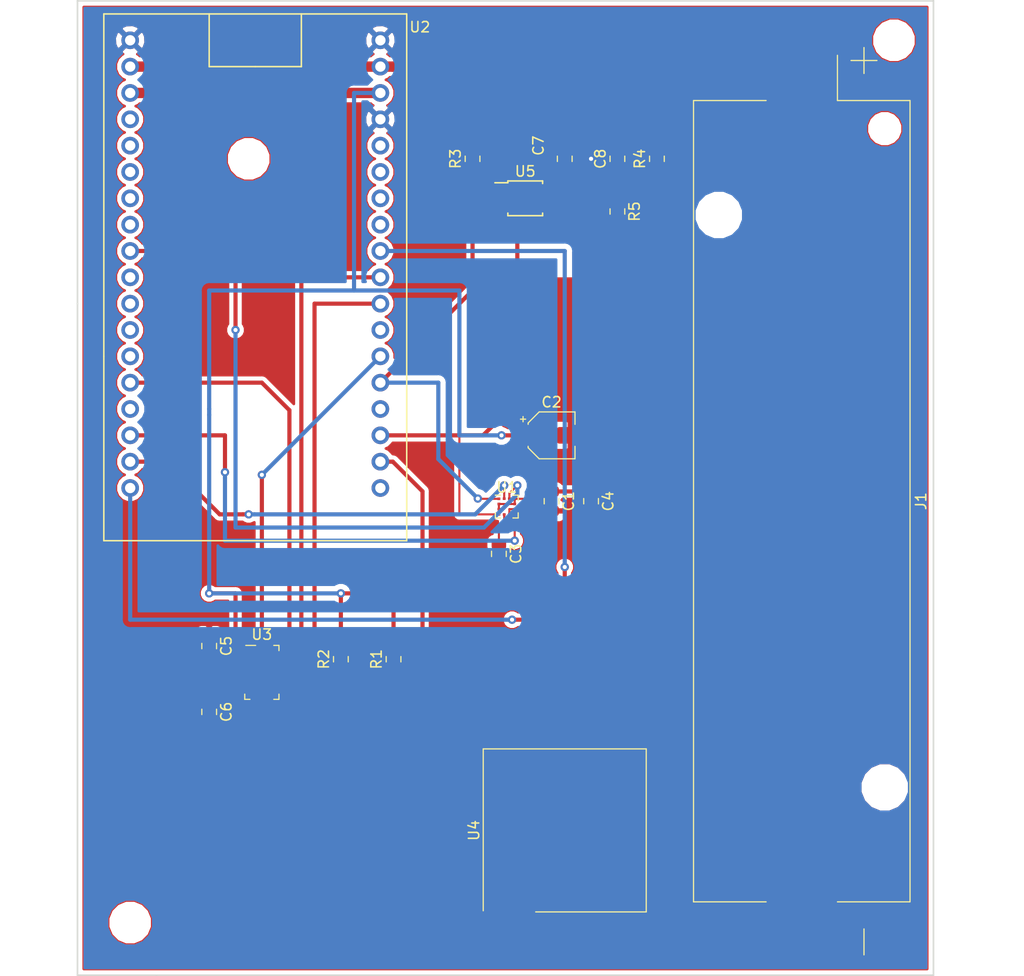
<source format=kicad_pcb>
(kicad_pcb (version 20171130) (host pcbnew 5.0.2+dfsg1-1)

  (general
    (thickness 1.6)
    (drawings 6)
    (tracks 176)
    (zones 0)
    (modules 22)
    (nets 45)
  )

  (page A4)
  (title_block
    (title "LoRa32 Sensor Board")
    (date 2019-04-08)
    (rev 1)
    (company "Pablo Maiolo")
  )

  (layers
    (0 F.Cu signal)
    (31 B.Cu signal)
    (32 B.Adhes user)
    (33 F.Adhes user)
    (34 B.Paste user)
    (35 F.Paste user)
    (36 B.SilkS user)
    (37 F.SilkS user)
    (38 B.Mask user)
    (39 F.Mask user)
    (40 Dwgs.User user)
    (41 Cmts.User user)
    (42 Eco1.User user)
    (43 Eco2.User user)
    (44 Edge.Cuts user)
    (45 Margin user)
    (46 B.CrtYd user)
    (47 F.CrtYd user)
    (48 B.Fab user)
    (49 F.Fab user)
  )

  (setup
    (last_trace_width 0.4)
    (trace_clearance 0.2)
    (zone_clearance 0.508)
    (zone_45_only yes)
    (trace_min 0.153)
    (segment_width 0.2)
    (edge_width 0.15)
    (via_size 0.8)
    (via_drill 0.4)
    (via_min_size 0.6)
    (via_min_drill 0.3)
    (uvia_size 0.3)
    (uvia_drill 0.1)
    (uvias_allowed no)
    (uvia_min_size 0.2)
    (uvia_min_drill 0.1)
    (pcb_text_width 0.3)
    (pcb_text_size 1.5 1.5)
    (mod_edge_width 0.15)
    (mod_text_size 1 1)
    (mod_text_width 0.15)
    (pad_size 3.2 3.2)
    (pad_drill 3.2)
    (pad_to_mask_clearance 0.051)
    (solder_mask_min_width 0.25)
    (aux_axis_origin 0 0)
    (visible_elements FFFFFF7F)
    (pcbplotparams
      (layerselection 0x010fc_ffffffff)
      (usegerberextensions false)
      (usegerberattributes false)
      (usegerberadvancedattributes false)
      (creategerberjobfile false)
      (excludeedgelayer true)
      (linewidth 0.100000)
      (plotframeref false)
      (viasonmask false)
      (mode 1)
      (useauxorigin false)
      (hpglpennumber 1)
      (hpglpenspeed 20)
      (hpglpendiameter 15.000000)
      (psnegative false)
      (psa4output false)
      (plotreference true)
      (plotvalue true)
      (plotinvisibletext false)
      (padsonsilk false)
      (subtractmaskfromsilk false)
      (outputformat 1)
      (mirror false)
      (drillshape 1)
      (scaleselection 1)
      (outputdirectory ""))
  )

  (net 0 "")
  (net 1 "Net-(C8-Pad1)")
  (net 2 +BATT)
  (net 3 GND)
  (net 4 "Net-(R3-Pad1)")
  (net 5 /MPL115A1_CS)
  (net 6 +3V3)
  (net 7 -BATT)
  (net 8 "Net-(U4-Pad7)")
  (net 9 "Net-(U4-Pad8)")
  (net 10 "Net-(U4-Pad9)")
  (net 11 "Net-(U4-Pad12)")
  (net 12 /U1RX)
  (net 13 /U1TX)
  (net 14 "Net-(U4-Pad18)")
  (net 15 "Net-(U4-Pad19)")
  (net 16 "Net-(U5-Pad1)")
  (net 17 /SDA)
  (net 18 /SCL)
  (net 19 "Net-(C6-Pad1)")
  (net 20 "Net-(C3-Pad1)")
  (net 21 "Net-(U2-Pad32)")
  (net 22 "Net-(U2-Pad31)")
  (net 23 "Net-(U2-Pad30)")
  (net 24 "Net-(U2-Pad29)")
  (net 25 "Net-(U2-Pad25)")
  (net 26 "Net-(U2-Pad22)")
  (net 27 "Net-(U2-Pad19)")
  (net 28 "Net-(U2-Pad15)")
  (net 29 "Net-(U2-Pad13)")
  (net 30 "Net-(U2-Pad12)")
  (net 31 "Net-(U2-Pad11)")
  (net 32 "Net-(U2-Pad10)")
  (net 33 "Net-(U2-Pad8)")
  (net 34 "Net-(U2-Pad7)")
  (net 35 "Net-(U2-Pad6)")
  (net 36 "Net-(U2-Pad5)")
  (net 37 "Net-(U2-Pad4)")
  (net 38 /SCK)
  (net 39 /MOSI)
  (net 40 /MISO)
  (net 41 /MPL115A1_SHDN)
  (net 42 /DRDY_MAG)
  (net 43 /INT_MAG)
  (net 44 /INT_XL)

  (net_class Default "Esta es la clase de red por defecto."
    (clearance 0.2)
    (trace_width 0.4)
    (via_dia 0.8)
    (via_drill 0.4)
    (uvia_dia 0.3)
    (uvia_drill 0.1)
    (add_net +3V3)
    (add_net +BATT)
    (add_net -BATT)
    (add_net /DRDY_MAG)
    (add_net /INT_MAG)
    (add_net /INT_XL)
    (add_net /MISO)
    (add_net /MOSI)
    (add_net /MPL115A1_CS)
    (add_net /MPL115A1_SHDN)
    (add_net /SCK)
    (add_net /SCL)
    (add_net /SDA)
    (add_net /U1RX)
    (add_net /U1TX)
    (add_net GND)
    (add_net "Net-(C6-Pad1)")
    (add_net "Net-(C8-Pad1)")
    (add_net "Net-(R3-Pad1)")
    (add_net "Net-(U2-Pad10)")
    (add_net "Net-(U2-Pad11)")
    (add_net "Net-(U2-Pad12)")
    (add_net "Net-(U2-Pad13)")
    (add_net "Net-(U2-Pad15)")
    (add_net "Net-(U2-Pad19)")
    (add_net "Net-(U2-Pad22)")
    (add_net "Net-(U2-Pad25)")
    (add_net "Net-(U2-Pad29)")
    (add_net "Net-(U2-Pad30)")
    (add_net "Net-(U2-Pad31)")
    (add_net "Net-(U2-Pad32)")
    (add_net "Net-(U2-Pad4)")
    (add_net "Net-(U2-Pad5)")
    (add_net "Net-(U2-Pad6)")
    (add_net "Net-(U2-Pad7)")
    (add_net "Net-(U2-Pad8)")
    (add_net "Net-(U4-Pad12)")
    (add_net "Net-(U4-Pad18)")
    (add_net "Net-(U4-Pad19)")
    (add_net "Net-(U4-Pad7)")
    (add_net "Net-(U4-Pad8)")
    (add_net "Net-(U4-Pad9)")
    (add_net "Net-(U5-Pad1)")
  )

  (net_class Narrow ""
    (clearance 0.2)
    (trace_width 0.2)
    (via_dia 0.8)
    (via_drill 0.4)
    (uvia_dia 0.3)
    (uvia_drill 0.1)
    (add_net "Net-(C3-Pad1)")
  )

  (module LoRa32_Sensor_Board:LGA-12_2x2mm_P0.5mm_smallerpads (layer F.Cu) (tedit 5CA427DE) (tstamp 5CC5FE7D)
    (at 192.5325 83.07)
    (descr LGA12)
    (tags "lga land grid array")
    (path /5CA7A3C3)
    (attr smd)
    (fp_text reference U1 (at 0 -1.85) (layer F.SilkS)
      (effects (font (size 1 1) (thickness 0.15)))
    )
    (fp_text value LSM303C (at 0 1.6) (layer F.Fab)
      (effects (font (size 1 1) (thickness 0.15)))
    )
    (fp_text user %R (at 0 0) (layer F.Fab)
      (effects (font (size 0.5 0.5) (thickness 0.075)))
    )
    (fp_line (start 1 -1) (end 1 1) (layer F.Fab) (width 0.1))
    (fp_line (start 1 1) (end -1 1) (layer F.Fab) (width 0.1))
    (fp_line (start -1 1) (end -1 -0.5) (layer F.Fab) (width 0.1))
    (fp_line (start -1 -0.5) (end -0.5 -1) (layer F.Fab) (width 0.1))
    (fp_line (start -0.5 -1) (end 1 -1) (layer F.Fab) (width 0.1))
    (fp_line (start 0.6 -1.1) (end 1.1 -1.1) (layer F.SilkS) (width 0.12))
    (fp_line (start 1.1 -1.1) (end 1.1 -0.6) (layer F.SilkS) (width 0.12))
    (fp_line (start 1.1 -0.6) (end 1.1 -0.6) (layer F.SilkS) (width 0.12))
    (fp_line (start 1.1 0.6) (end 1.1 1.1) (layer F.SilkS) (width 0.12))
    (fp_line (start 1.1 1.1) (end 0.6 1.1) (layer F.SilkS) (width 0.12))
    (fp_line (start 0.6 1.1) (end 0.6 1.1) (layer F.SilkS) (width 0.12))
    (fp_line (start -0.6 1.1) (end -1.1 1.1) (layer F.SilkS) (width 0.12))
    (fp_line (start -1.1 1.1) (end -1.1 0.6) (layer F.SilkS) (width 0.12))
    (fp_line (start -1.1 0.6) (end -1.1 0.6) (layer F.SilkS) (width 0.12))
    (fp_line (start -0.6 -1.1) (end -1.1 -1.1) (layer F.SilkS) (width 0.12))
    (fp_line (start -1.1 -1.1) (end -1.1 -1.1) (layer F.SilkS) (width 0.12))
    (fp_line (start 1.25 -1.25) (end 1.25 1.25) (layer F.CrtYd) (width 0.05))
    (fp_line (start 1.25 1.25) (end -1.25 1.25) (layer F.CrtYd) (width 0.05))
    (fp_line (start -1.25 1.25) (end -1.25 -1.25) (layer F.CrtYd) (width 0.05))
    (fp_line (start -1.25 -1.25) (end 1.25 -1.25) (layer F.CrtYd) (width 0.05))
    (pad 2 smd rect (at -0.7625 -0.25) (size 0.275 0.25) (layers F.Cu F.Paste F.Mask)
      (net 6 +3V3))
    (pad 3 smd rect (at -0.7625 0.25) (size 0.275 0.25) (layers F.Cu F.Paste F.Mask)
      (net 6 +3V3))
    (pad 9 smd rect (at 0.7625 -0.25) (size 0.275 0.25) (layers F.Cu F.Paste F.Mask)
      (net 6 +3V3))
    (pad 8 smd rect (at 0.7625 0.25) (size 0.275 0.25) (layers F.Cu F.Paste F.Mask)
      (net 3 GND))
    (pad 4 smd rect (at -0.7625 0.75) (size 0.275 0.25) (layers F.Cu F.Paste F.Mask)
      (net 17 /SDA))
    (pad 7 smd rect (at 0.7625 0.75) (size 0.275 0.25) (layers F.Cu F.Paste F.Mask)
      (net 43 /INT_MAG))
    (pad 1 smd rect (at -0.7625 -0.75) (size 0.275 0.25) (layers F.Cu F.Paste F.Mask)
      (net 18 /SCL))
    (pad 10 smd rect (at 0.7625 -0.75) (size 0.275 0.25) (layers F.Cu F.Paste F.Mask)
      (net 6 +3V3))
    (pad 5 smd rect (at -0.25 0.7625 90) (size 0.25 0.275) (layers F.Cu F.Paste F.Mask)
      (net 20 "Net-(C3-Pad1)"))
    (pad 6 smd rect (at 0.25 0.7625 90) (size 0.25 0.275) (layers F.Cu F.Paste F.Mask)
      (net 3 GND))
    (pad 11 smd rect (at 0.25 -0.7625 90) (size 0.25 0.275) (layers F.Cu F.Paste F.Mask)
      (net 42 /DRDY_MAG))
    (pad 12 smd rect (at -0.25 -0.7625 90) (size 0.25 0.275) (layers F.Cu F.Paste F.Mask)
      (net 44 /INT_XL))
    (model ${KISYS3DMOD}/Package_LGA.3dshapes/LGA-12_2x2mm_P0.5mm.wrl
      (at (xyz 0 0 0))
      (scale (xyz 1 1 1))
      (rotate (xyz 0 0 0))
    )
  )

  (module Battery:BatteryHolder_Keystone_1042_1x18650 (layer F.Cu) (tedit 5A033499) (tstamp 5CB0A2A6)
    (at 220.98 82.55 270)
    (descr "Battery holder for 18650 cylindrical cells http://www.keyelco.com/product.cfm/product_id/918")
    (tags "18650 Keystone 1042 Li-ion")
    (path /5CA22056)
    (attr smd)
    (fp_text reference J1 (at 0 -11.5 270) (layer F.SilkS)
      (effects (font (size 1 1) (thickness 0.15)))
    )
    (fp_text value "Battery holder" (at 0 11.3 270) (layer F.Fab)
      (effects (font (size 1 1) (thickness 0.15)))
    )
    (fp_line (start -42.5 -4.75) (end -42.5 -7.25) (layer F.SilkS) (width 0.12))
    (fp_line (start -43.75 -6) (end -41.25 -6) (layer F.SilkS) (width 0.12))
    (fp_line (start -39.03 3.68) (end -43.5 3.68) (layer F.CrtYd) (width 0.05))
    (fp_line (start -43.5 3.68) (end -43.5 -3.68) (layer F.CrtYd) (width 0.05))
    (fp_line (start -43.5 -3.68) (end -39.03 -3.68) (layer F.CrtYd) (width 0.05))
    (fp_line (start 43.5 -3.68) (end 39.03 -3.68) (layer F.CrtYd) (width 0.05))
    (fp_line (start 39.03 3.68) (end 43.5 3.68) (layer F.CrtYd) (width 0.05))
    (fp_line (start -39.03 -10.83) (end -39.03 -3.68) (layer F.CrtYd) (width 0.05))
    (fp_line (start -39.03 10.83) (end -39.03 3.68) (layer F.CrtYd) (width 0.05))
    (fp_line (start 39.03 -10.83) (end 39.03 -3.68) (layer F.CrtYd) (width 0.05))
    (fp_line (start -39.03 -10.83) (end 39.03 -10.83) (layer F.CrtYd) (width 0.05))
    (fp_line (start -39.03 10.83) (end 39.03 10.83) (layer F.CrtYd) (width 0.05))
    (fp_line (start 38.53 -10.33) (end 38.53 10.33) (layer F.Fab) (width 0.1))
    (fp_line (start -33.3675 -10.33) (end 38.53 -10.33) (layer F.Fab) (width 0.1))
    (fp_line (start 43.75 -6) (end 41.25 -6) (layer F.SilkS) (width 0.12))
    (fp_line (start -38.53 -5.1675) (end -38.53 10.33) (layer F.Fab) (width 0.1))
    (fp_line (start -38.53 10.33) (end 38.53 10.33) (layer F.Fab) (width 0.1))
    (fp_line (start 38.64 -3.44) (end 38.64 -10.42) (layer F.SilkS) (width 0.12))
    (fp_line (start 38.64 -10.44) (end -38.64 -10.44) (layer F.SilkS) (width 0.12))
    (fp_line (start -38.64 -10.44) (end -38.64 -3.44) (layer F.SilkS) (width 0.12))
    (fp_line (start 38.64 3.44) (end 38.64 10.44) (layer F.SilkS) (width 0.12))
    (fp_line (start 38.64 10.44) (end -38.64 10.44) (layer F.SilkS) (width 0.12))
    (fp_line (start -38.64 10.44) (end -38.64 3.44) (layer F.SilkS) (width 0.12))
    (fp_text user %R (at 0 0 270) (layer F.Fab)
      (effects (font (size 1 1) (thickness 0.15)))
    )
    (fp_line (start 39.03 10.83) (end 39.03 3.68) (layer F.CrtYd) (width 0.05))
    (fp_line (start 43.5 3.68) (end 43.5 -3.68) (layer F.CrtYd) (width 0.05))
    (fp_line (start -38.64 -3.44) (end -43 -3.44) (layer F.SilkS) (width 0.12))
    (fp_line (start -33.3675 -10.33) (end -38.53 -5.1675) (layer F.Fab) (width 0.1))
    (pad "" np_thru_hole circle (at -35.93 -8 270) (size 2.39 2.39) (drill 2.39) (layers *.Cu *.Mask))
    (pad "" np_thru_hole circle (at -27.6 8 270) (size 3.45 3.45) (drill 3.45) (layers *.Cu *.Mask))
    (pad "" np_thru_hole circle (at 27.6 -8 270) (size 3.45 3.45) (drill 3.45) (layers *.Cu *.Mask))
    (pad 2 smd rect (at 39.33 0 270) (size 7.34 6.35) (layers F.Cu F.Paste F.Mask)
      (net 7 -BATT))
    (pad 1 smd rect (at -39.33 0 270) (size 7.34 6.35) (layers F.Cu F.Paste F.Mask)
      (net 2 +BATT))
    (model ${KISYS3DMOD}/Battery.3dshapes/BatteryHolder_Keystone_1042_1x18650.wrl
      (at (xyz 0 0 0))
      (scale (xyz 1 1 1))
      (rotate (xyz 0 0 0))
    )
  )

  (module Capacitor_SMD:CP_Elec_4x5.4 (layer F.Cu) (tedit 5BCA39CF) (tstamp 5CA419D8)
    (at 196.85 76.2)
    (descr "SMD capacitor, aluminum electrolytic, Panasonic A5 / Nichicon, 4.0x5.4mm")
    (tags "capacitor electrolytic")
    (path /5CA27E6A)
    (attr smd)
    (fp_text reference C2 (at 0 -3.2) (layer F.SilkS)
      (effects (font (size 1 1) (thickness 0.15)))
    )
    (fp_text value 10u (at 0 3.2) (layer F.Fab)
      (effects (font (size 1 1) (thickness 0.15)))
    )
    (fp_text user %R (at 0 0) (layer F.Fab)
      (effects (font (size 0.8 0.8) (thickness 0.12)))
    )
    (fp_line (start -3.35 1.05) (end -2.4 1.05) (layer F.CrtYd) (width 0.05))
    (fp_line (start -3.35 -1.05) (end -3.35 1.05) (layer F.CrtYd) (width 0.05))
    (fp_line (start -2.4 -1.05) (end -3.35 -1.05) (layer F.CrtYd) (width 0.05))
    (fp_line (start -2.4 1.05) (end -2.4 1.25) (layer F.CrtYd) (width 0.05))
    (fp_line (start -2.4 -1.25) (end -2.4 -1.05) (layer F.CrtYd) (width 0.05))
    (fp_line (start -2.4 -1.25) (end -1.25 -2.4) (layer F.CrtYd) (width 0.05))
    (fp_line (start -2.4 1.25) (end -1.25 2.4) (layer F.CrtYd) (width 0.05))
    (fp_line (start -1.25 -2.4) (end 2.4 -2.4) (layer F.CrtYd) (width 0.05))
    (fp_line (start -1.25 2.4) (end 2.4 2.4) (layer F.CrtYd) (width 0.05))
    (fp_line (start 2.4 1.05) (end 2.4 2.4) (layer F.CrtYd) (width 0.05))
    (fp_line (start 3.35 1.05) (end 2.4 1.05) (layer F.CrtYd) (width 0.05))
    (fp_line (start 3.35 -1.05) (end 3.35 1.05) (layer F.CrtYd) (width 0.05))
    (fp_line (start 2.4 -1.05) (end 3.35 -1.05) (layer F.CrtYd) (width 0.05))
    (fp_line (start 2.4 -2.4) (end 2.4 -1.05) (layer F.CrtYd) (width 0.05))
    (fp_line (start -2.75 -1.81) (end -2.75 -1.31) (layer F.SilkS) (width 0.12))
    (fp_line (start -3 -1.56) (end -2.5 -1.56) (layer F.SilkS) (width 0.12))
    (fp_line (start -2.26 1.195563) (end -1.195563 2.26) (layer F.SilkS) (width 0.12))
    (fp_line (start -2.26 -1.195563) (end -1.195563 -2.26) (layer F.SilkS) (width 0.12))
    (fp_line (start -2.26 -1.195563) (end -2.26 -1.06) (layer F.SilkS) (width 0.12))
    (fp_line (start -2.26 1.195563) (end -2.26 1.06) (layer F.SilkS) (width 0.12))
    (fp_line (start -1.195563 2.26) (end 2.26 2.26) (layer F.SilkS) (width 0.12))
    (fp_line (start -1.195563 -2.26) (end 2.26 -2.26) (layer F.SilkS) (width 0.12))
    (fp_line (start 2.26 -2.26) (end 2.26 -1.06) (layer F.SilkS) (width 0.12))
    (fp_line (start 2.26 2.26) (end 2.26 1.06) (layer F.SilkS) (width 0.12))
    (fp_line (start -1.374773 -1.2) (end -1.374773 -0.8) (layer F.Fab) (width 0.1))
    (fp_line (start -1.574773 -1) (end -1.174773 -1) (layer F.Fab) (width 0.1))
    (fp_line (start -2.15 1.15) (end -1.15 2.15) (layer F.Fab) (width 0.1))
    (fp_line (start -2.15 -1.15) (end -1.15 -2.15) (layer F.Fab) (width 0.1))
    (fp_line (start -2.15 -1.15) (end -2.15 1.15) (layer F.Fab) (width 0.1))
    (fp_line (start -1.15 2.15) (end 2.15 2.15) (layer F.Fab) (width 0.1))
    (fp_line (start -1.15 -2.15) (end 2.15 -2.15) (layer F.Fab) (width 0.1))
    (fp_line (start 2.15 -2.15) (end 2.15 2.15) (layer F.Fab) (width 0.1))
    (fp_circle (center 0 0) (end 2 0) (layer F.Fab) (width 0.1))
    (pad 2 smd roundrect (at 1.8 0) (size 2.6 1.6) (layers F.Cu F.Paste F.Mask) (roundrect_rratio 0.15625)
      (net 3 GND))
    (pad 1 smd roundrect (at -1.8 0) (size 2.6 1.6) (layers F.Cu F.Paste F.Mask) (roundrect_rratio 0.15625)
      (net 6 +3V3))
    (model ${KISYS3DMOD}/Capacitor_SMD.3dshapes/CP_Elec_4x5.4.wrl
      (at (xyz 0 0 0))
      (scale (xyz 1 1 1))
      (rotate (xyz 0 0 0))
    )
  )

  (module Capacitor_SMD:C_0805_2012Metric (layer F.Cu) (tedit 5B36C52B) (tstamp 5CA41AA6)
    (at 196.85 82.55 270)
    (descr "Capacitor SMD 0805 (2012 Metric), square (rectangular) end terminal, IPC_7351 nominal, (Body size source: https://docs.google.com/spreadsheets/d/1BsfQQcO9C6DZCsRaXUlFlo91Tg2WpOkGARC1WS5S8t0/edit?usp=sharing), generated with kicad-footprint-generator")
    (tags capacitor)
    (path /5CA299DE)
    (attr smd)
    (fp_text reference C1 (at 0 -1.65 270) (layer F.SilkS)
      (effects (font (size 1 1) (thickness 0.15)))
    )
    (fp_text value 100n (at 0 1.65 270) (layer F.Fab)
      (effects (font (size 1 1) (thickness 0.15)))
    )
    (fp_text user %R (at 0 0 270) (layer F.Fab)
      (effects (font (size 0.5 0.5) (thickness 0.08)))
    )
    (fp_line (start 1.68 0.95) (end -1.68 0.95) (layer F.CrtYd) (width 0.05))
    (fp_line (start 1.68 -0.95) (end 1.68 0.95) (layer F.CrtYd) (width 0.05))
    (fp_line (start -1.68 -0.95) (end 1.68 -0.95) (layer F.CrtYd) (width 0.05))
    (fp_line (start -1.68 0.95) (end -1.68 -0.95) (layer F.CrtYd) (width 0.05))
    (fp_line (start -0.258578 0.71) (end 0.258578 0.71) (layer F.SilkS) (width 0.12))
    (fp_line (start -0.258578 -0.71) (end 0.258578 -0.71) (layer F.SilkS) (width 0.12))
    (fp_line (start 1 0.6) (end -1 0.6) (layer F.Fab) (width 0.1))
    (fp_line (start 1 -0.6) (end 1 0.6) (layer F.Fab) (width 0.1))
    (fp_line (start -1 -0.6) (end 1 -0.6) (layer F.Fab) (width 0.1))
    (fp_line (start -1 0.6) (end -1 -0.6) (layer F.Fab) (width 0.1))
    (pad 2 smd roundrect (at 0.9375 0 270) (size 0.975 1.4) (layers F.Cu F.Paste F.Mask) (roundrect_rratio 0.25)
      (net 3 GND))
    (pad 1 smd roundrect (at -0.9375 0 270) (size 0.975 1.4) (layers F.Cu F.Paste F.Mask) (roundrect_rratio 0.25)
      (net 6 +3V3))
    (model ${KISYS3DMOD}/Capacitor_SMD.3dshapes/C_0805_2012Metric.wrl
      (at (xyz 0 0 0))
      (scale (xyz 1 1 1))
      (rotate (xyz 0 0 0))
    )
  )

  (module Capacitor_SMD:C_0805_2012Metric (layer F.Cu) (tedit 5B36C52B) (tstamp 5CA4001A)
    (at 191.77 87.63 270)
    (descr "Capacitor SMD 0805 (2012 Metric), square (rectangular) end terminal, IPC_7351 nominal, (Body size source: https://docs.google.com/spreadsheets/d/1BsfQQcO9C6DZCsRaXUlFlo91Tg2WpOkGARC1WS5S8t0/edit?usp=sharing), generated with kicad-footprint-generator")
    (tags capacitor)
    (path /5CA2F13D)
    (attr smd)
    (fp_text reference C3 (at 0 -1.65 270) (layer F.SilkS)
      (effects (font (size 1 1) (thickness 0.15)))
    )
    (fp_text value 100n (at 0 1.65 270) (layer F.Fab)
      (effects (font (size 1 1) (thickness 0.15)))
    )
    (fp_text user %R (at 0 0 270) (layer F.Fab)
      (effects (font (size 0.5 0.5) (thickness 0.08)))
    )
    (fp_line (start 1.68 0.95) (end -1.68 0.95) (layer F.CrtYd) (width 0.05))
    (fp_line (start 1.68 -0.95) (end 1.68 0.95) (layer F.CrtYd) (width 0.05))
    (fp_line (start -1.68 -0.95) (end 1.68 -0.95) (layer F.CrtYd) (width 0.05))
    (fp_line (start -1.68 0.95) (end -1.68 -0.95) (layer F.CrtYd) (width 0.05))
    (fp_line (start -0.258578 0.71) (end 0.258578 0.71) (layer F.SilkS) (width 0.12))
    (fp_line (start -0.258578 -0.71) (end 0.258578 -0.71) (layer F.SilkS) (width 0.12))
    (fp_line (start 1 0.6) (end -1 0.6) (layer F.Fab) (width 0.1))
    (fp_line (start 1 -0.6) (end 1 0.6) (layer F.Fab) (width 0.1))
    (fp_line (start -1 -0.6) (end 1 -0.6) (layer F.Fab) (width 0.1))
    (fp_line (start -1 0.6) (end -1 -0.6) (layer F.Fab) (width 0.1))
    (pad 2 smd roundrect (at 0.9375 0 270) (size 0.975 1.4) (layers F.Cu F.Paste F.Mask) (roundrect_rratio 0.25)
      (net 3 GND))
    (pad 1 smd roundrect (at -0.9375 0 270) (size 0.975 1.4) (layers F.Cu F.Paste F.Mask) (roundrect_rratio 0.25)
      (net 20 "Net-(C3-Pad1)"))
    (model ${KISYS3DMOD}/Capacitor_SMD.3dshapes/C_0805_2012Metric.wrl
      (at (xyz 0 0 0))
      (scale (xyz 1 1 1))
      (rotate (xyz 0 0 0))
    )
  )

  (module Capacitor_SMD:C_0805_2012Metric (layer F.Cu) (tedit 5B36C52B) (tstamp 5CA40009)
    (at 200.66 82.55 270)
    (descr "Capacitor SMD 0805 (2012 Metric), square (rectangular) end terminal, IPC_7351 nominal, (Body size source: https://docs.google.com/spreadsheets/d/1BsfQQcO9C6DZCsRaXUlFlo91Tg2WpOkGARC1WS5S8t0/edit?usp=sharing), generated with kicad-footprint-generator")
    (tags capacitor)
    (path /5CA27EFC)
    (attr smd)
    (fp_text reference C4 (at 0 -1.65 270) (layer F.SilkS)
      (effects (font (size 1 1) (thickness 0.15)))
    )
    (fp_text value 100n (at 0 1.65 270) (layer F.Fab)
      (effects (font (size 1 1) (thickness 0.15)))
    )
    (fp_text user %R (at 0 0 270) (layer F.Fab)
      (effects (font (size 0.5 0.5) (thickness 0.08)))
    )
    (fp_line (start 1.68 0.95) (end -1.68 0.95) (layer F.CrtYd) (width 0.05))
    (fp_line (start 1.68 -0.95) (end 1.68 0.95) (layer F.CrtYd) (width 0.05))
    (fp_line (start -1.68 -0.95) (end 1.68 -0.95) (layer F.CrtYd) (width 0.05))
    (fp_line (start -1.68 0.95) (end -1.68 -0.95) (layer F.CrtYd) (width 0.05))
    (fp_line (start -0.258578 0.71) (end 0.258578 0.71) (layer F.SilkS) (width 0.12))
    (fp_line (start -0.258578 -0.71) (end 0.258578 -0.71) (layer F.SilkS) (width 0.12))
    (fp_line (start 1 0.6) (end -1 0.6) (layer F.Fab) (width 0.1))
    (fp_line (start 1 -0.6) (end 1 0.6) (layer F.Fab) (width 0.1))
    (fp_line (start -1 -0.6) (end 1 -0.6) (layer F.Fab) (width 0.1))
    (fp_line (start -1 0.6) (end -1 -0.6) (layer F.Fab) (width 0.1))
    (pad 2 smd roundrect (at 0.9375 0 270) (size 0.975 1.4) (layers F.Cu F.Paste F.Mask) (roundrect_rratio 0.25)
      (net 3 GND))
    (pad 1 smd roundrect (at -0.9375 0 270) (size 0.975 1.4) (layers F.Cu F.Paste F.Mask) (roundrect_rratio 0.25)
      (net 6 +3V3))
    (model ${KISYS3DMOD}/Capacitor_SMD.3dshapes/C_0805_2012Metric.wrl
      (at (xyz 0 0 0))
      (scale (xyz 1 1 1))
      (rotate (xyz 0 0 0))
    )
  )

  (module Capacitor_SMD:C_0805_2012Metric (layer F.Cu) (tedit 5B36C52B) (tstamp 5CA428B2)
    (at 163.83 96.52 270)
    (descr "Capacitor SMD 0805 (2012 Metric), square (rectangular) end terminal, IPC_7351 nominal, (Body size source: https://docs.google.com/spreadsheets/d/1BsfQQcO9C6DZCsRaXUlFlo91Tg2WpOkGARC1WS5S8t0/edit?usp=sharing), generated with kicad-footprint-generator")
    (tags capacitor)
    (path /5CA9D022)
    (attr smd)
    (fp_text reference C5 (at 0 -1.65 270) (layer F.SilkS)
      (effects (font (size 1 1) (thickness 0.15)))
    )
    (fp_text value 1u (at 0 1.65 270) (layer F.Fab)
      (effects (font (size 1 1) (thickness 0.15)))
    )
    (fp_text user %R (at 0 0 270) (layer F.Fab)
      (effects (font (size 0.5 0.5) (thickness 0.08)))
    )
    (fp_line (start 1.68 0.95) (end -1.68 0.95) (layer F.CrtYd) (width 0.05))
    (fp_line (start 1.68 -0.95) (end 1.68 0.95) (layer F.CrtYd) (width 0.05))
    (fp_line (start -1.68 -0.95) (end 1.68 -0.95) (layer F.CrtYd) (width 0.05))
    (fp_line (start -1.68 0.95) (end -1.68 -0.95) (layer F.CrtYd) (width 0.05))
    (fp_line (start -0.258578 0.71) (end 0.258578 0.71) (layer F.SilkS) (width 0.12))
    (fp_line (start -0.258578 -0.71) (end 0.258578 -0.71) (layer F.SilkS) (width 0.12))
    (fp_line (start 1 0.6) (end -1 0.6) (layer F.Fab) (width 0.1))
    (fp_line (start 1 -0.6) (end 1 0.6) (layer F.Fab) (width 0.1))
    (fp_line (start -1 -0.6) (end 1 -0.6) (layer F.Fab) (width 0.1))
    (fp_line (start -1 0.6) (end -1 -0.6) (layer F.Fab) (width 0.1))
    (pad 2 smd roundrect (at 0.9375 0 270) (size 0.975 1.4) (layers F.Cu F.Paste F.Mask) (roundrect_rratio 0.25)
      (net 6 +3V3))
    (pad 1 smd roundrect (at -0.9375 0 270) (size 0.975 1.4) (layers F.Cu F.Paste F.Mask) (roundrect_rratio 0.25)
      (net 3 GND))
    (model ${KISYS3DMOD}/Capacitor_SMD.3dshapes/C_0805_2012Metric.wrl
      (at (xyz 0 0 0))
      (scale (xyz 1 1 1))
      (rotate (xyz 0 0 0))
    )
  )

  (module Capacitor_SMD:C_0805_2012Metric (layer F.Cu) (tedit 5B36C52B) (tstamp 5CA3FFE7)
    (at 163.83 102.87 270)
    (descr "Capacitor SMD 0805 (2012 Metric), square (rectangular) end terminal, IPC_7351 nominal, (Body size source: https://docs.google.com/spreadsheets/d/1BsfQQcO9C6DZCsRaXUlFlo91Tg2WpOkGARC1WS5S8t0/edit?usp=sharing), generated with kicad-footprint-generator")
    (tags capacitor)
    (path /5CA9CF04)
    (attr smd)
    (fp_text reference C6 (at 0 -1.65 270) (layer F.SilkS)
      (effects (font (size 1 1) (thickness 0.15)))
    )
    (fp_text value 1u (at 0 1.65 270) (layer F.Fab)
      (effects (font (size 1 1) (thickness 0.15)))
    )
    (fp_text user %R (at 0 0 270) (layer F.Fab)
      (effects (font (size 0.5 0.5) (thickness 0.08)))
    )
    (fp_line (start 1.68 0.95) (end -1.68 0.95) (layer F.CrtYd) (width 0.05))
    (fp_line (start 1.68 -0.95) (end 1.68 0.95) (layer F.CrtYd) (width 0.05))
    (fp_line (start -1.68 -0.95) (end 1.68 -0.95) (layer F.CrtYd) (width 0.05))
    (fp_line (start -1.68 0.95) (end -1.68 -0.95) (layer F.CrtYd) (width 0.05))
    (fp_line (start -0.258578 0.71) (end 0.258578 0.71) (layer F.SilkS) (width 0.12))
    (fp_line (start -0.258578 -0.71) (end 0.258578 -0.71) (layer F.SilkS) (width 0.12))
    (fp_line (start 1 0.6) (end -1 0.6) (layer F.Fab) (width 0.1))
    (fp_line (start 1 -0.6) (end 1 0.6) (layer F.Fab) (width 0.1))
    (fp_line (start -1 -0.6) (end 1 -0.6) (layer F.Fab) (width 0.1))
    (fp_line (start -1 0.6) (end -1 -0.6) (layer F.Fab) (width 0.1))
    (pad 2 smd roundrect (at 0.9375 0 270) (size 0.975 1.4) (layers F.Cu F.Paste F.Mask) (roundrect_rratio 0.25)
      (net 3 GND))
    (pad 1 smd roundrect (at -0.9375 0 270) (size 0.975 1.4) (layers F.Cu F.Paste F.Mask) (roundrect_rratio 0.25)
      (net 19 "Net-(C6-Pad1)"))
    (model ${KISYS3DMOD}/Capacitor_SMD.3dshapes/C_0805_2012Metric.wrl
      (at (xyz 0 0 0))
      (scale (xyz 1 1 1))
      (rotate (xyz 0 0 0))
    )
  )

  (module Capacitor_SMD:C_0805_2012Metric (layer F.Cu) (tedit 5B36C52B) (tstamp 5CA40EA2)
    (at 198.12 49.53 270)
    (descr "Capacitor SMD 0805 (2012 Metric), square (rectangular) end terminal, IPC_7351 nominal, (Body size source: https://docs.google.com/spreadsheets/d/1BsfQQcO9C6DZCsRaXUlFlo91Tg2WpOkGARC1WS5S8t0/edit?usp=sharing), generated with kicad-footprint-generator")
    (tags capacitor)
    (path /5CA41643)
    (attr smd)
    (fp_text reference C7 (at -1.27 2.54 270) (layer F.SilkS)
      (effects (font (size 1 1) (thickness 0.15)))
    )
    (fp_text value 1u (at 0 1.65 270) (layer F.Fab)
      (effects (font (size 1 1) (thickness 0.15)))
    )
    (fp_text user %R (at 0 0 270) (layer F.Fab)
      (effects (font (size 0.5 0.5) (thickness 0.08)))
    )
    (fp_line (start 1.68 0.95) (end -1.68 0.95) (layer F.CrtYd) (width 0.05))
    (fp_line (start 1.68 -0.95) (end 1.68 0.95) (layer F.CrtYd) (width 0.05))
    (fp_line (start -1.68 -0.95) (end 1.68 -0.95) (layer F.CrtYd) (width 0.05))
    (fp_line (start -1.68 0.95) (end -1.68 -0.95) (layer F.CrtYd) (width 0.05))
    (fp_line (start -0.258578 0.71) (end 0.258578 0.71) (layer F.SilkS) (width 0.12))
    (fp_line (start -0.258578 -0.71) (end 0.258578 -0.71) (layer F.SilkS) (width 0.12))
    (fp_line (start 1 0.6) (end -1 0.6) (layer F.Fab) (width 0.1))
    (fp_line (start 1 -0.6) (end 1 0.6) (layer F.Fab) (width 0.1))
    (fp_line (start -1 -0.6) (end 1 -0.6) (layer F.Fab) (width 0.1))
    (fp_line (start -1 0.6) (end -1 -0.6) (layer F.Fab) (width 0.1))
    (pad 2 smd roundrect (at 0.9375 0 270) (size 0.975 1.4) (layers F.Cu F.Paste F.Mask) (roundrect_rratio 0.25)
      (net 2 +BATT))
    (pad 1 smd roundrect (at -0.9375 0 270) (size 0.975 1.4) (layers F.Cu F.Paste F.Mask) (roundrect_rratio 0.25)
      (net 3 GND))
    (model ${KISYS3DMOD}/Capacitor_SMD.3dshapes/C_0805_2012Metric.wrl
      (at (xyz 0 0 0))
      (scale (xyz 1 1 1))
      (rotate (xyz 0 0 0))
    )
  )

  (module Capacitor_SMD:C_0805_2012Metric (layer F.Cu) (tedit 5B36C52B) (tstamp 5CA40FF8)
    (at 203.2 49.53 90)
    (descr "Capacitor SMD 0805 (2012 Metric), square (rectangular) end terminal, IPC_7351 nominal, (Body size source: https://docs.google.com/spreadsheets/d/1BsfQQcO9C6DZCsRaXUlFlo91Tg2WpOkGARC1WS5S8t0/edit?usp=sharing), generated with kicad-footprint-generator")
    (tags capacitor)
    (path /5CA4B558)
    (attr smd)
    (fp_text reference C8 (at 0 -1.65 90) (layer F.SilkS)
      (effects (font (size 1 1) (thickness 0.15)))
    )
    (fp_text value 220n (at 0 1.65 90) (layer F.Fab)
      (effects (font (size 1 1) (thickness 0.15)))
    )
    (fp_text user %R (at 0 0 90) (layer F.Fab)
      (effects (font (size 0.5 0.5) (thickness 0.08)))
    )
    (fp_line (start 1.68 0.95) (end -1.68 0.95) (layer F.CrtYd) (width 0.05))
    (fp_line (start 1.68 -0.95) (end 1.68 0.95) (layer F.CrtYd) (width 0.05))
    (fp_line (start -1.68 -0.95) (end 1.68 -0.95) (layer F.CrtYd) (width 0.05))
    (fp_line (start -1.68 0.95) (end -1.68 -0.95) (layer F.CrtYd) (width 0.05))
    (fp_line (start -0.258578 0.71) (end 0.258578 0.71) (layer F.SilkS) (width 0.12))
    (fp_line (start -0.258578 -0.71) (end 0.258578 -0.71) (layer F.SilkS) (width 0.12))
    (fp_line (start 1 0.6) (end -1 0.6) (layer F.Fab) (width 0.1))
    (fp_line (start 1 -0.6) (end 1 0.6) (layer F.Fab) (width 0.1))
    (fp_line (start -1 -0.6) (end 1 -0.6) (layer F.Fab) (width 0.1))
    (fp_line (start -1 0.6) (end -1 -0.6) (layer F.Fab) (width 0.1))
    (pad 2 smd roundrect (at 0.9375 0 90) (size 0.975 1.4) (layers F.Cu F.Paste F.Mask) (roundrect_rratio 0.25)
      (net 3 GND))
    (pad 1 smd roundrect (at -0.9375 0 90) (size 0.975 1.4) (layers F.Cu F.Paste F.Mask) (roundrect_rratio 0.25)
      (net 1 "Net-(C8-Pad1)"))
    (model ${KISYS3DMOD}/Capacitor_SMD.3dshapes/C_0805_2012Metric.wrl
      (at (xyz 0 0 0))
      (scale (xyz 1 1 1))
      (rotate (xyz 0 0 0))
    )
  )

  (module LoRa32_Sensor_Board:TTGO_LoRa32 (layer F.Cu) (tedit 5CA40CED) (tstamp 5CA3FFB4)
    (at 168.91 58.42)
    (path /5CA16B34)
    (fp_text reference U2 (at 15.24 -21.59) (layer F.SilkS)
      (effects (font (size 1 1) (thickness 0.15)))
    )
    (fp_text value TTGO_LoRa32 (at 8.89 29.21) (layer F.Fab)
      (effects (font (size 1 1) (thickness 0.15)))
    )
    (fp_line (start 3.81 -17.78) (end 3.81 -22.86) (layer F.SilkS) (width 0.15))
    (fp_line (start -0.635 -17.78) (end 3.81 -17.78) (layer F.SilkS) (width 0.15))
    (fp_line (start -5.08 -17.78) (end -5.08 -22.86) (layer F.SilkS) (width 0.15))
    (fp_line (start -0.635 -17.78) (end -5.08 -17.78) (layer F.SilkS) (width 0.15))
    (fp_line (start -15.24 10.16) (end -15.24 -22.86) (layer F.SilkS) (width 0.15))
    (fp_line (start -15.24 -22.86) (end 13.97 -22.86) (layer F.SilkS) (width 0.15))
    (fp_line (start 13.97 -22.86) (end 13.97 27.94) (layer F.SilkS) (width 0.15))
    (fp_line (start 13.97 27.94) (end -15.24 27.94) (layer F.SilkS) (width 0.15))
    (fp_line (start -15.24 27.94) (end -15.24 10.16) (layer F.SilkS) (width 0.15))
    (pad 1 thru_hole circle (at -12.7 -20.32) (size 1.7 1.7) (drill 1) (layers *.Cu *.Mask)
      (net 3 GND))
    (pad 2 thru_hole circle (at -12.7 -17.78) (size 1.7 1.7) (drill 1) (layers *.Cu *.Mask)
      (net 2 +BATT))
    (pad 3 thru_hole circle (at -12.7 -15.24) (size 1.7 1.7) (drill 1) (layers *.Cu *.Mask)
      (net 6 +3V3))
    (pad 4 thru_hole circle (at -12.7 -12.7) (size 1.7 1.7) (drill 1) (layers *.Cu *.Mask)
      (net 37 "Net-(U2-Pad4)"))
    (pad 5 thru_hole circle (at -12.7 -10.16) (size 1.7 1.7) (drill 1) (layers *.Cu *.Mask)
      (net 36 "Net-(U2-Pad5)"))
    (pad 6 thru_hole circle (at -12.7 -7.62) (size 1.7 1.7) (drill 1) (layers *.Cu *.Mask)
      (net 35 "Net-(U2-Pad6)"))
    (pad 7 thru_hole circle (at -12.7 -5.08) (size 1.7 1.7) (drill 1) (layers *.Cu *.Mask)
      (net 34 "Net-(U2-Pad7)"))
    (pad 8 thru_hole circle (at -12.7 -2.54) (size 1.7 1.7) (drill 1) (layers *.Cu *.Mask)
      (net 33 "Net-(U2-Pad8)"))
    (pad 9 thru_hole circle (at -12.7 0) (size 1.7 1.7) (drill 1) (layers *.Cu *.Mask)
      (net 42 /DRDY_MAG))
    (pad 10 thru_hole circle (at -12.7 2.54) (size 1.7 1.7) (drill 1) (layers *.Cu *.Mask)
      (net 32 "Net-(U2-Pad10)"))
    (pad 11 thru_hole circle (at -12.7 5.08) (size 1.7 1.7) (drill 1) (layers *.Cu *.Mask)
      (net 31 "Net-(U2-Pad11)"))
    (pad 12 thru_hole circle (at -12.7 7.62) (size 1.7 1.7) (drill 1) (layers *.Cu *.Mask)
      (net 30 "Net-(U2-Pad12)"))
    (pad 13 thru_hole circle (at -12.7 10.16) (size 1.7 1.7) (drill 1) (layers *.Cu *.Mask)
      (net 29 "Net-(U2-Pad13)"))
    (pad 14 thru_hole circle (at -12.7 12.7) (size 1.7 1.7) (drill 1) (layers *.Cu *.Mask)
      (net 39 /MOSI))
    (pad 15 thru_hole circle (at -12.7 15.24) (size 1.7 1.7) (drill 1) (layers *.Cu *.Mask)
      (net 28 "Net-(U2-Pad15)"))
    (pad 16 thru_hole circle (at -12.7 17.78) (size 1.7 1.7) (drill 1) (layers *.Cu *.Mask)
      (net 43 /INT_MAG))
    (pad 17 thru_hole circle (at -12.7 20.32) (size 1.7 1.7) (drill 1) (layers *.Cu *.Mask)
      (net 44 /INT_XL))
    (pad 18 thru_hole circle (at -12.7 22.86) (size 1.7 1.7) (drill 1) (layers *.Cu *.Mask)
      (net 13 /U1TX))
    (pad 19 thru_hole circle (at 11.43 22.86) (size 1.7 1.7) (drill 1) (layers *.Cu *.Mask)
      (net 27 "Net-(U2-Pad19)"))
    (pad 20 thru_hole circle (at 11.43 20.32) (size 1.7 1.7) (drill 1) (layers *.Cu *.Mask)
      (net 41 /MPL115A1_SHDN))
    (pad 21 thru_hole circle (at 11.43 17.78) (size 1.7 1.7) (drill 1) (layers *.Cu *.Mask)
      (net 17 /SDA))
    (pad 22 thru_hole circle (at 11.43 15.24) (size 1.7 1.7) (drill 1) (layers *.Cu *.Mask)
      (net 26 "Net-(U2-Pad22)"))
    (pad 23 thru_hole circle (at 11.43 12.7) (size 1.7 1.7) (drill 1) (layers *.Cu *.Mask)
      (net 18 /SCL))
    (pad 24 thru_hole circle (at 11.43 10.16) (size 1.7 1.7) (drill 1) (layers *.Cu *.Mask)
      (net 38 /SCK))
    (pad 25 thru_hole circle (at 11.43 7.62) (size 1.7 1.7) (drill 1) (layers *.Cu *.Mask)
      (net 25 "Net-(U2-Pad25)"))
    (pad 26 thru_hole circle (at 11.43 5.08) (size 1.7 1.7) (drill 1) (layers *.Cu *.Mask)
      (net 5 /MPL115A1_CS))
    (pad 27 thru_hole circle (at 11.43 2.54) (size 1.7 1.7) (drill 1) (layers *.Cu *.Mask)
      (net 40 /MISO))
    (pad 28 thru_hole circle (at 11.43 0) (size 1.7 1.7) (drill 1) (layers *.Cu *.Mask)
      (net 12 /U1RX))
    (pad 29 thru_hole circle (at 11.43 -2.54) (size 1.7 1.7) (drill 1) (layers *.Cu *.Mask)
      (net 24 "Net-(U2-Pad29)"))
    (pad 30 thru_hole circle (at 11.43 -5.08) (size 1.7 1.7) (drill 1) (layers *.Cu *.Mask)
      (net 23 "Net-(U2-Pad30)"))
    (pad 31 thru_hole circle (at 11.43 -7.62) (size 1.7 1.7) (drill 1) (layers *.Cu *.Mask)
      (net 22 "Net-(U2-Pad31)"))
    (pad 32 thru_hole circle (at 11.43 -10.16) (size 1.7 1.7) (drill 1) (layers *.Cu *.Mask)
      (net 21 "Net-(U2-Pad32)"))
    (pad 33 thru_hole circle (at 11.43 -12.7) (size 1.7 1.7) (drill 1) (layers *.Cu *.Mask)
      (net 3 GND))
    (pad 34 thru_hole circle (at 11.43 -15.24) (size 1.7 1.7) (drill 1) (layers *.Cu *.Mask)
      (net 6 +3V3))
    (pad 35 thru_hole circle (at 11.43 -17.78) (size 1.7 1.7) (drill 1) (layers *.Cu *.Mask)
      (net 2 +BATT))
    (pad 36 thru_hole circle (at 11.43 -20.32) (size 1.7 1.7) (drill 1) (layers *.Cu *.Mask)
      (net 3 GND))
  )

  (module Package_LGA:LGA-8_3x5mm_P1.25mm (layer F.Cu) (tedit 5A02F217) (tstamp 5CA41D0C)
    (at 168.91 99.06)
    (descr LGA-8)
    (tags "lga land grid array")
    (path /5CA23078)
    (attr smd)
    (fp_text reference U3 (at 0 -3.65) (layer F.SilkS)
      (effects (font (size 1 1) (thickness 0.15)))
    )
    (fp_text value MPL115A1 (at 0 3.65) (layer F.Fab)
      (effects (font (size 1 1) (thickness 0.15)))
    )
    (fp_line (start 1.8 2.75) (end -1.8 2.75) (layer F.CrtYd) (width 0.05))
    (fp_line (start 1.8 2.75) (end 1.8 -2.75) (layer F.CrtYd) (width 0.05))
    (fp_line (start -1.8 -2.75) (end -1.8 2.75) (layer F.CrtYd) (width 0.05))
    (fp_line (start -1.8 -2.75) (end 1.8 -2.75) (layer F.CrtYd) (width 0.05))
    (fp_line (start -1.55 -2.6) (end -0.6 -2.6) (layer F.SilkS) (width 0.12))
    (fp_line (start -1.65 2.6) (end -1.65 2.1) (layer F.SilkS) (width 0.12))
    (fp_line (start -1.15 2.6) (end -1.65 2.6) (layer F.SilkS) (width 0.12))
    (fp_line (start 1.65 2.6) (end 1.15 2.6) (layer F.SilkS) (width 0.12))
    (fp_line (start 1.65 2.1) (end 1.65 2.6) (layer F.SilkS) (width 0.12))
    (fp_line (start 1.65 -2.6) (end 1.65 -2.1) (layer F.SilkS) (width 0.12))
    (fp_line (start 1.15 -2.6) (end 1.65 -2.6) (layer F.SilkS) (width 0.12))
    (fp_line (start -0.75 -2.5) (end 1.5 -2.5) (layer F.Fab) (width 0.1))
    (fp_line (start -1.5 -1.75) (end -0.75 -2.5) (layer F.Fab) (width 0.1))
    (fp_line (start -1.5 2.5) (end -1.5 -1.75) (layer F.Fab) (width 0.1))
    (fp_line (start 1.5 2.5) (end -1.5 2.5) (layer F.Fab) (width 0.1))
    (fp_line (start 1.5 -2.5) (end 1.5 2.5) (layer F.Fab) (width 0.1))
    (fp_text user %R (at 0 0) (layer F.Fab)
      (effects (font (size 0.5 0.5) (thickness 0.075)))
    )
    (pad 5 smd rect (at 1.075 1.875) (size 0.95 0.55) (layers F.Cu F.Paste F.Mask)
      (net 5 /MPL115A1_CS))
    (pad 6 smd rect (at 1.075 0.625) (size 0.95 0.55) (layers F.Cu F.Paste F.Mask)
      (net 40 /MISO))
    (pad 7 smd rect (at 1.075 -0.625) (size 0.95 0.55) (layers F.Cu F.Paste F.Mask)
      (net 39 /MOSI))
    (pad 8 smd rect (at 1.075 -1.875) (size 0.95 0.55) (layers F.Cu F.Paste F.Mask)
      (net 38 /SCK))
    (pad 3 smd rect (at -1.075 0.625) (size 0.95 0.55) (layers F.Cu F.Paste F.Mask)
      (net 3 GND))
    (pad 2 smd rect (at -1.075 -0.625) (size 0.95 0.55) (layers F.Cu F.Paste F.Mask)
      (net 19 "Net-(C6-Pad1)"))
    (pad 1 smd rect (at -1.075 -1.875) (size 0.95 0.55) (layers F.Cu F.Paste F.Mask)
      (net 6 +3V3))
    (pad 4 smd rect (at -1.075 1.875) (size 0.95 0.55) (layers F.Cu F.Paste F.Mask)
      (net 41 /MPL115A1_SHDN))
    (model ${KISYS3DMOD}/Package_LGA.3dshapes/LGA-8_3x5mm_P1.25mm.wrl
      (at (xyz 0 0 0))
      (scale (xyz 1 1 1))
      (rotate (xyz 0 0 0))
    )
  )

  (module Package_SO:MSOP-8_3x3mm_P0.65mm (layer F.Cu) (tedit 5A02F25C) (tstamp 5CA406F4)
    (at 194.31 53.34)
    (descr "8-Lead Plastic Micro Small Outline Package (MS) [MSOP] (see Microchip Packaging Specification 00000049BS.pdf)")
    (tags "SSOP 0.65")
    (path /5CA4E22C)
    (attr smd)
    (fp_text reference U5 (at 0 -2.6) (layer F.SilkS)
      (effects (font (size 1 1) (thickness 0.15)))
    )
    (fp_text value STC3100 (at 0 2.6) (layer F.Fab)
      (effects (font (size 1 1) (thickness 0.15)))
    )
    (fp_text user %R (at 0 0) (layer F.Fab)
      (effects (font (size 0.6 0.6) (thickness 0.15)))
    )
    (fp_line (start -1.675 -1.5) (end -2.925 -1.5) (layer F.SilkS) (width 0.15))
    (fp_line (start -1.675 1.675) (end 1.675 1.675) (layer F.SilkS) (width 0.15))
    (fp_line (start -1.675 -1.675) (end 1.675 -1.675) (layer F.SilkS) (width 0.15))
    (fp_line (start -1.675 1.675) (end -1.675 1.425) (layer F.SilkS) (width 0.15))
    (fp_line (start 1.675 1.675) (end 1.675 1.425) (layer F.SilkS) (width 0.15))
    (fp_line (start 1.675 -1.675) (end 1.675 -1.425) (layer F.SilkS) (width 0.15))
    (fp_line (start -1.675 -1.675) (end -1.675 -1.5) (layer F.SilkS) (width 0.15))
    (fp_line (start -3.2 1.85) (end 3.2 1.85) (layer F.CrtYd) (width 0.05))
    (fp_line (start -3.2 -1.85) (end 3.2 -1.85) (layer F.CrtYd) (width 0.05))
    (fp_line (start 3.2 -1.85) (end 3.2 1.85) (layer F.CrtYd) (width 0.05))
    (fp_line (start -3.2 -1.85) (end -3.2 1.85) (layer F.CrtYd) (width 0.05))
    (fp_line (start -1.5 -0.5) (end -0.5 -1.5) (layer F.Fab) (width 0.15))
    (fp_line (start -1.5 1.5) (end -1.5 -0.5) (layer F.Fab) (width 0.15))
    (fp_line (start 1.5 1.5) (end -1.5 1.5) (layer F.Fab) (width 0.15))
    (fp_line (start 1.5 -1.5) (end 1.5 1.5) (layer F.Fab) (width 0.15))
    (fp_line (start -0.5 -1.5) (end 1.5 -1.5) (layer F.Fab) (width 0.15))
    (pad 8 smd rect (at 2.2 -0.975) (size 1.45 0.45) (layers F.Cu F.Paste F.Mask)
      (net 1 "Net-(C8-Pad1)"))
    (pad 7 smd rect (at 2.2 -0.325) (size 1.45 0.45) (layers F.Cu F.Paste F.Mask)
      (net 2 +BATT))
    (pad 6 smd rect (at 2.2 0.325) (size 1.45 0.45) (layers F.Cu F.Paste F.Mask)
      (net 7 -BATT))
    (pad 5 smd rect (at 2.2 0.975) (size 1.45 0.45) (layers F.Cu F.Paste F.Mask)
      (net 3 GND))
    (pad 4 smd rect (at -2.2 0.975) (size 1.45 0.45) (layers F.Cu F.Paste F.Mask)
      (net 18 /SCL))
    (pad 3 smd rect (at -2.2 0.325) (size 1.45 0.45) (layers F.Cu F.Paste F.Mask)
      (net 17 /SDA))
    (pad 2 smd rect (at -2.2 -0.325) (size 1.45 0.45) (layers F.Cu F.Paste F.Mask)
      (net 4 "Net-(R3-Pad1)"))
    (pad 1 smd rect (at -2.2 -0.975) (size 1.45 0.45) (layers F.Cu F.Paste F.Mask)
      (net 16 "Net-(U5-Pad1)"))
    (model ${KISYS3DMOD}/Package_SO.3dshapes/MSOP-8_3x3mm_P0.65mm.wrl
      (at (xyz 0 0 0))
      (scale (xyz 1 1 1))
      (rotate (xyz 0 0 0))
    )
  )

  (module RF_Module:ublox_SAM-M8Q (layer F.Cu) (tedit 5BEF48F9) (tstamp 5CA3FF24)
    (at 198.12 114.3 90)
    (descr "GPS Module, 15.5x15.5x6.3mm, https://www.u-blox.com/sites/default/files/SAM-M8Q_HardwareIntegrationManual_%28UBX-16018358%29.pdf")
    (tags "ublox SAM-M8Q")
    (path /5CA3A74E)
    (solder_mask_margin 0.000001)
    (attr smd)
    (fp_text reference U4 (at 0 -8.75 90) (layer F.SilkS)
      (effects (font (size 1 1) (thickness 0.15)))
    )
    (fp_text value ublox_SAM-M8Q (at 0 8.75 90) (layer F.Fab)
      (effects (font (size 1 1) (thickness 0.15)))
    )
    (fp_line (start -6 -3.8) (end -7.75 -4.5) (layer F.Fab) (width 0.1))
    (fp_line (start -6 -3.8) (end -7.75 -3.1) (layer F.Fab) (width 0.1))
    (fp_line (start 7.75 7.75) (end 7.75 -7.75) (layer F.Fab) (width 0.1))
    (fp_line (start 7.75 -7.75) (end -7.75 -7.75) (layer F.Fab) (width 0.1))
    (fp_line (start -7.75 -7.75) (end -7.75 7.75) (layer F.Fab) (width 0.1))
    (fp_line (start -7.75 7.75) (end 7.75 7.75) (layer F.Fab) (width 0.1))
    (fp_arc (start -4.5 4.5) (end -4.5 5.5) (angle 90) (layer F.Fab) (width 0.1))
    (fp_arc (start 4.5 4.5) (end 5.5 4.5) (angle 90) (layer F.Fab) (width 0.1))
    (fp_arc (start 4.5 -4.5) (end 4.5 -5.5) (angle 90) (layer F.Fab) (width 0.1))
    (fp_arc (start -4.5 -4.5) (end -5.5 -4.5) (angle 90) (layer F.Fab) (width 0.1))
    (fp_line (start -5.5 -4.5) (end -5.5 4.5) (layer F.Fab) (width 0.1))
    (fp_line (start -4.5 5.5) (end 4.5 5.5) (layer F.Fab) (width 0.1))
    (fp_line (start 5.5 4.5) (end 5.5 -4.5) (layer F.Fab) (width 0.1))
    (fp_line (start 4.5 -5.5) (end -4.5 -5.5) (layer F.Fab) (width 0.1))
    (fp_line (start -8 -8) (end -8 8) (layer F.CrtYd) (width 0.05))
    (fp_line (start -8 8) (end 8 8) (layer F.CrtYd) (width 0.05))
    (fp_line (start 8 8) (end 8 -8) (layer F.CrtYd) (width 0.05))
    (fp_line (start 8 -8) (end -8 -8) (layer F.CrtYd) (width 0.05))
    (fp_line (start -7.75 -7.86) (end 7.86 -7.86) (layer F.SilkS) (width 0.12))
    (fp_line (start 7.86 -7.86) (end 7.86 7.86) (layer F.SilkS) (width 0.12))
    (fp_line (start -7.86 7.86) (end 7.86 7.86) (layer F.SilkS) (width 0.12))
    (fp_line (start -7.86 -2.8) (end -7.86 7.86) (layer F.SilkS) (width 0.12))
    (fp_text user %R (at 0 0 90) (layer F.Fab)
      (effects (font (size 1 1) (thickness 0.15)))
    )
    (pad 20 smd rect (at -3.8 -6.6 90) (size 1.5 1.8) (layers F.Cu F.Mask)
      (net 3 GND))
    (pad 19 smd rect (at -1.9 -6.6 90) (size 1.5 1.8) (layers F.Cu F.Mask)
      (net 15 "Net-(U4-Pad19)"))
    (pad 18 smd rect (at 0 -6.6 90) (size 1.5 1.8) (layers F.Cu F.Mask)
      (net 14 "Net-(U4-Pad18)"))
    (pad 17 smd rect (at 1.9 -6.6 90) (size 1.5 1.8) (layers F.Cu F.Mask)
      (net 6 +3V3))
    (pad 16 smd rect (at 3.8 -6.6 90) (size 1.5 1.8) (layers F.Cu F.Mask)
      (net 3 GND))
    (pad 15 smd rect (at 6.6 -3.8 90) (size 1.8 1.5) (layers F.Cu F.Mask)
      (net 3 GND))
    (pad 14 smd rect (at 6.6 -1.9 90) (size 1.8 1.5) (layers F.Cu F.Mask)
      (net 13 /U1TX))
    (pad 13 smd rect (at 6.6 0 90) (size 1.8 1.5) (layers F.Cu F.Mask)
      (net 12 /U1RX))
    (pad 12 smd rect (at 6.6 1.9 90) (size 1.8 1.5) (layers F.Cu F.Mask)
      (net 11 "Net-(U4-Pad12)"))
    (pad 11 smd rect (at 6.6 3.8 90) (size 1.8 1.5) (layers F.Cu F.Mask)
      (net 3 GND))
    (pad 10 smd rect (at 3.8 6.6 90) (size 1.5 1.8) (layers F.Cu F.Mask)
      (net 3 GND))
    (pad 9 smd rect (at 1.9 6.6 90) (size 1.5 1.8) (layers F.Cu F.Mask)
      (net 10 "Net-(U4-Pad9)"))
    (pad 8 smd rect (at 0 6.6 90) (size 1.5 1.8) (layers F.Cu F.Mask)
      (net 9 "Net-(U4-Pad8)"))
    (pad 7 smd rect (at -1.9 6.6 90) (size 1.5 1.8) (layers F.Cu F.Mask)
      (net 8 "Net-(U4-Pad7)"))
    (pad 6 smd rect (at -3.8 6.6 90) (size 1.5 1.8) (layers F.Cu F.Mask)
      (net 3 GND))
    (pad 5 smd rect (at -6.6 3.8 90) (size 1.8 1.5) (layers F.Cu F.Mask)
      (net 3 GND))
    (pad 4 smd rect (at -6.6 1.9 90) (size 1.8 1.5) (layers F.Cu F.Mask)
      (net 3 GND))
    (pad 3 smd rect (at -6.6 0 90) (size 1.8 1.5) (layers F.Cu F.Mask)
      (net 6 +3V3))
    (pad 2 smd rect (at -6.6 -1.9 90) (size 1.8 1.5) (layers F.Cu F.Mask)
      (net 6 +3V3))
    (pad 1 smd rect (at -6.6 -3.8 90) (size 1.8 1.5) (layers F.Cu F.Mask)
      (net 3 GND))
    (pad "" smd rect (at -4.225 6.1 90) (size 0.58 0.72) (layers F.Paste))
    (pad "" smd rect (at -3.375 6.1 90) (size 0.58 0.72) (layers F.Paste))
    (pad "" smd rect (at -4.225 7.1 90) (size 0.58 0.72) (layers F.Paste))
    (pad "" smd rect (at -3.375 7.1 90) (size 0.58 0.72) (layers F.Paste))
    (pad "" smd rect (at -2.325 6.1 90) (size 0.58 0.72) (layers F.Paste))
    (pad "" smd rect (at -1.475 6.1 90) (size 0.58 0.72) (layers F.Paste))
    (pad "" smd rect (at -2.325 7.1 90) (size 0.58 0.72) (layers F.Paste))
    (pad "" smd rect (at -1.475 7.1 90) (size 0.58 0.72) (layers F.Paste))
    (pad "" smd rect (at -0.425 6.1 90) (size 0.58 0.72) (layers F.Paste))
    (pad "" smd rect (at 0.425 6.1 90) (size 0.58 0.72) (layers F.Paste))
    (pad "" smd rect (at -0.425 7.1 90) (size 0.58 0.72) (layers F.Paste))
    (pad "" smd rect (at 0.425 7.1 90) (size 0.58 0.72) (layers F.Paste))
    (pad "" smd rect (at 2.325 6.1 90) (size 0.58 0.72) (layers F.Paste))
    (pad "" smd rect (at 1.475 6.1 90) (size 0.58 0.72) (layers F.Paste))
    (pad "" smd rect (at 2.325 7.1 90) (size 0.58 0.72) (layers F.Paste))
    (pad "" smd rect (at 1.475 7.1 90) (size 0.58 0.72) (layers F.Paste))
    (pad "" smd rect (at 3.375 6.1 90) (size 0.58 0.72) (layers F.Paste))
    (pad "" smd rect (at 4.225 6.1 90) (size 0.58 0.72) (layers F.Paste))
    (pad "" smd rect (at 3.375 7.1 90) (size 0.58 0.72) (layers F.Paste))
    (pad "" smd rect (at 4.225 7.1 90) (size 0.58 0.72) (layers F.Paste))
    (pad "" smd rect (at -4.225 -6.1 90) (size 0.58 0.72) (layers F.Paste))
    (pad "" smd rect (at -1.475 -6.1 90) (size 0.58 0.72) (layers F.Paste))
    (pad "" smd rect (at -4.225 -7.1 90) (size 0.58 0.72) (layers F.Paste))
    (pad "" smd rect (at -1.475 -7.1 90) (size 0.58 0.72) (layers F.Paste))
    (pad "" smd rect (at -2.325 -6.1 90) (size 0.58 0.72) (layers F.Paste))
    (pad "" smd rect (at -3.375 -6.1 90) (size 0.58 0.72) (layers F.Paste))
    (pad "" smd rect (at -2.325 -7.1 90) (size 0.58 0.72) (layers F.Paste))
    (pad "" smd rect (at -3.375 -7.1 90) (size 0.58 0.72) (layers F.Paste))
    (pad "" smd rect (at -0.425 -6.1 90) (size 0.58 0.72) (layers F.Paste))
    (pad "" smd rect (at 0.425 -6.1 90) (size 0.58 0.72) (layers F.Paste))
    (pad "" smd rect (at -0.425 -7.1 90) (size 0.58 0.72) (layers F.Paste))
    (pad "" smd rect (at 0.425 -7.1 90) (size 0.58 0.72) (layers F.Paste))
    (pad "" smd rect (at 1.475 -6.1 90) (size 0.58 0.72) (layers F.Paste))
    (pad "" smd rect (at 2.325 -6.1 90) (size 0.58 0.72) (layers F.Paste))
    (pad "" smd rect (at 1.475 -7.1 90) (size 0.58 0.72) (layers F.Paste))
    (pad "" smd rect (at 2.325 -7.1 90) (size 0.58 0.72) (layers F.Paste))
    (pad "" smd rect (at 3.375 -6.1 90) (size 0.58 0.72) (layers F.Paste))
    (pad "" smd rect (at 4.225 -6.1 90) (size 0.58 0.72) (layers F.Paste))
    (pad "" smd rect (at 3.375 -7.1 90) (size 0.58 0.72) (layers F.Paste))
    (pad "" smd rect (at 4.225 -7.1 90) (size 0.58 0.72) (layers F.Paste))
    (pad "" smd rect (at -7.1 -4.225 90) (size 0.72 0.58) (layers F.Paste))
    (pad "" smd rect (at -7.1 -3.375 90) (size 0.72 0.58) (layers F.Paste))
    (pad "" smd rect (at -6.1 -4.225 90) (size 0.72 0.58) (layers F.Paste))
    (pad "" smd rect (at -6.1 -3.375 90) (size 0.72 0.58) (layers F.Paste))
    (pad "" smd rect (at -7.1 -2.325 90) (size 0.72 0.58) (layers F.Paste))
    (pad "" smd rect (at -6.1 -2.325 90) (size 0.72 0.58) (layers F.Paste))
    (pad "" smd rect (at -7.1 -1.475 90) (size 0.72 0.58) (layers F.Paste))
    (pad "" smd rect (at -6.1 -1.475 90) (size 0.72 0.58) (layers F.Paste))
    (pad "" smd rect (at -7.1 -0.425 90) (size 0.72 0.58) (layers F.Paste))
    (pad "" smd rect (at -6.1 -0.425 90) (size 0.72 0.58) (layers F.Paste))
    (pad "" smd rect (at -7.1 0.425 90) (size 0.72 0.58) (layers F.Paste))
    (pad "" smd rect (at -6.1 0.425 90) (size 0.72 0.58) (layers F.Paste))
    (pad "" smd rect (at -7.1 1.475 90) (size 0.72 0.58) (layers F.Paste))
    (pad "" smd rect (at -6.1 1.475 90) (size 0.72 0.58) (layers F.Paste))
    (pad "" smd rect (at -7.1 2.325 90) (size 0.72 0.58) (layers F.Paste))
    (pad "" smd rect (at -6.1 2.325 90) (size 0.72 0.58) (layers F.Paste))
    (pad "" smd rect (at -7.1 3.375 90) (size 0.72 0.58) (layers F.Paste))
    (pad "" smd rect (at -6.1 3.375 90) (size 0.72 0.58) (layers F.Paste))
    (pad "" smd rect (at -7.1 4.225 90) (size 0.72 0.58) (layers F.Paste))
    (pad "" smd rect (at -6.1 4.225 90) (size 0.72 0.58) (layers F.Paste))
    (pad "" smd rect (at 6.1 -4.225 90) (size 0.72 0.58) (layers F.Paste))
    (pad "" smd rect (at 7.1 -4.225 90) (size 0.72 0.58) (layers F.Paste))
    (pad "" smd rect (at 6.1 -3.375 90) (size 0.72 0.58) (layers F.Paste))
    (pad "" smd rect (at 7.1 -3.375 90) (size 0.72 0.58) (layers F.Paste))
    (pad "" smd rect (at 6.1 -2.325 90) (size 0.72 0.58) (layers F.Paste))
    (pad "" smd rect (at 7.1 -2.325 90) (size 0.72 0.58) (layers F.Paste))
    (pad "" smd rect (at 6.1 -1.475 90) (size 0.72 0.58) (layers F.Paste))
    (pad "" smd rect (at 7.1 -1.475 90) (size 0.72 0.58) (layers F.Paste))
    (pad "" smd rect (at 6.1 -0.425 90) (size 0.72 0.58) (layers F.Paste))
    (pad "" smd rect (at 7.1 -0.425 90) (size 0.72 0.58) (layers F.Paste))
    (pad "" smd rect (at 6.1 0.425 90) (size 0.72 0.58) (layers F.Paste))
    (pad "" smd rect (at 7.1 0.425 90) (size 0.72 0.58) (layers F.Paste))
    (pad "" smd rect (at 6.1 1.475 90) (size 0.72 0.58) (layers F.Paste))
    (pad "" smd rect (at 7.1 1.475 90) (size 0.72 0.58) (layers F.Paste))
    (pad "" smd rect (at 6.1 2.325 90) (size 0.72 0.58) (layers F.Paste))
    (pad "" smd rect (at 7.1 2.325 90) (size 0.72 0.58) (layers F.Paste))
    (pad "" smd rect (at 6.1 3.375 90) (size 0.72 0.58) (layers F.Paste))
    (pad "" smd rect (at 7.1 3.375 90) (size 0.72 0.58) (layers F.Paste))
    (pad "" smd rect (at 6.1 4.225 90) (size 0.72 0.58) (layers F.Paste))
    (pad "" smd rect (at 7.1 4.225 90) (size 0.72 0.58) (layers F.Paste))
    (model ${KISYS3DMOD}/RF_Module.3dshapes/ublox_SAM-M8Q.wrl
      (at (xyz 0 0 0))
      (scale (xyz 1 1 1))
      (rotate (xyz 0 0 0))
    )
  )

  (module Resistor_SMD:R_0805_2012Metric (layer F.Cu) (tedit 5B36C52B) (tstamp 5CA422CE)
    (at 203.2 54.61 270)
    (descr "Resistor SMD 0805 (2012 Metric), square (rectangular) end terminal, IPC_7351 nominal, (Body size source: https://docs.google.com/spreadsheets/d/1BsfQQcO9C6DZCsRaXUlFlo91Tg2WpOkGARC1WS5S8t0/edit?usp=sharing), generated with kicad-footprint-generator")
    (tags resistor)
    (path /5CA3A583)
    (attr smd)
    (fp_text reference R5 (at 0 -1.65 270) (layer F.SilkS)
      (effects (font (size 1 1) (thickness 0.15)))
    )
    (fp_text value "0.1 1%" (at 0 1.65 270) (layer F.Fab)
      (effects (font (size 1 1) (thickness 0.15)))
    )
    (fp_text user %R (at 0 0 270) (layer F.Fab)
      (effects (font (size 0.5 0.5) (thickness 0.08)))
    )
    (fp_line (start 1.68 0.95) (end -1.68 0.95) (layer F.CrtYd) (width 0.05))
    (fp_line (start 1.68 -0.95) (end 1.68 0.95) (layer F.CrtYd) (width 0.05))
    (fp_line (start -1.68 -0.95) (end 1.68 -0.95) (layer F.CrtYd) (width 0.05))
    (fp_line (start -1.68 0.95) (end -1.68 -0.95) (layer F.CrtYd) (width 0.05))
    (fp_line (start -0.258578 0.71) (end 0.258578 0.71) (layer F.SilkS) (width 0.12))
    (fp_line (start -0.258578 -0.71) (end 0.258578 -0.71) (layer F.SilkS) (width 0.12))
    (fp_line (start 1 0.6) (end -1 0.6) (layer F.Fab) (width 0.1))
    (fp_line (start 1 -0.6) (end 1 0.6) (layer F.Fab) (width 0.1))
    (fp_line (start -1 -0.6) (end 1 -0.6) (layer F.Fab) (width 0.1))
    (fp_line (start -1 0.6) (end -1 -0.6) (layer F.Fab) (width 0.1))
    (pad 2 smd roundrect (at 0.9375 0 270) (size 0.975 1.4) (layers F.Cu F.Paste F.Mask) (roundrect_rratio 0.25)
      (net 3 GND))
    (pad 1 smd roundrect (at -0.9375 0 270) (size 0.975 1.4) (layers F.Cu F.Paste F.Mask) (roundrect_rratio 0.25)
      (net 7 -BATT))
    (model ${KISYS3DMOD}/Resistor_SMD.3dshapes/R_0805_2012Metric.wrl
      (at (xyz 0 0 0))
      (scale (xyz 1 1 1))
      (rotate (xyz 0 0 0))
    )
  )

  (module Resistor_SMD:R_0805_2012Metric (layer F.Cu) (tedit 5B36C52B) (tstamp 5CA42024)
    (at 181.61 97.79 90)
    (descr "Resistor SMD 0805 (2012 Metric), square (rectangular) end terminal, IPC_7351 nominal, (Body size source: https://docs.google.com/spreadsheets/d/1BsfQQcO9C6DZCsRaXUlFlo91Tg2WpOkGARC1WS5S8t0/edit?usp=sharing), generated with kicad-footprint-generator")
    (tags resistor)
    (path /5CA9D137)
    (attr smd)
    (fp_text reference R1 (at 0 -1.65 90) (layer F.SilkS)
      (effects (font (size 1 1) (thickness 0.15)))
    )
    (fp_text value 33k (at 0 1.65 90) (layer F.Fab)
      (effects (font (size 1 1) (thickness 0.15)))
    )
    (fp_text user %R (at 0 0 90) (layer F.Fab)
      (effects (font (size 0.5 0.5) (thickness 0.08)))
    )
    (fp_line (start 1.68 0.95) (end -1.68 0.95) (layer F.CrtYd) (width 0.05))
    (fp_line (start 1.68 -0.95) (end 1.68 0.95) (layer F.CrtYd) (width 0.05))
    (fp_line (start -1.68 -0.95) (end 1.68 -0.95) (layer F.CrtYd) (width 0.05))
    (fp_line (start -1.68 0.95) (end -1.68 -0.95) (layer F.CrtYd) (width 0.05))
    (fp_line (start -0.258578 0.71) (end 0.258578 0.71) (layer F.SilkS) (width 0.12))
    (fp_line (start -0.258578 -0.71) (end 0.258578 -0.71) (layer F.SilkS) (width 0.12))
    (fp_line (start 1 0.6) (end -1 0.6) (layer F.Fab) (width 0.1))
    (fp_line (start 1 -0.6) (end 1 0.6) (layer F.Fab) (width 0.1))
    (fp_line (start -1 -0.6) (end 1 -0.6) (layer F.Fab) (width 0.1))
    (fp_line (start -1 0.6) (end -1 -0.6) (layer F.Fab) (width 0.1))
    (pad 2 smd roundrect (at 0.9375 0 90) (size 0.975 1.4) (layers F.Cu F.Paste F.Mask) (roundrect_rratio 0.25)
      (net 6 +3V3))
    (pad 1 smd roundrect (at -0.9375 0 90) (size 0.975 1.4) (layers F.Cu F.Paste F.Mask) (roundrect_rratio 0.25)
      (net 41 /MPL115A1_SHDN))
    (model ${KISYS3DMOD}/Resistor_SMD.3dshapes/R_0805_2012Metric.wrl
      (at (xyz 0 0 0))
      (scale (xyz 1 1 1))
      (rotate (xyz 0 0 0))
    )
  )

  (module Resistor_SMD:R_0805_2012Metric (layer F.Cu) (tedit 5B36C52B) (tstamp 5CA41F92)
    (at 176.53 97.79 90)
    (descr "Resistor SMD 0805 (2012 Metric), square (rectangular) end terminal, IPC_7351 nominal, (Body size source: https://docs.google.com/spreadsheets/d/1BsfQQcO9C6DZCsRaXUlFlo91Tg2WpOkGARC1WS5S8t0/edit?usp=sharing), generated with kicad-footprint-generator")
    (tags resistor)
    (path /5CA9D1B1)
    (attr smd)
    (fp_text reference R2 (at 0 -1.65 90) (layer F.SilkS)
      (effects (font (size 1 1) (thickness 0.15)))
    )
    (fp_text value 33k (at 0 1.65 90) (layer F.Fab)
      (effects (font (size 1 1) (thickness 0.15)))
    )
    (fp_text user %R (at 0 0 90) (layer F.Fab)
      (effects (font (size 0.5 0.5) (thickness 0.08)))
    )
    (fp_line (start 1.68 0.95) (end -1.68 0.95) (layer F.CrtYd) (width 0.05))
    (fp_line (start 1.68 -0.95) (end 1.68 0.95) (layer F.CrtYd) (width 0.05))
    (fp_line (start -1.68 -0.95) (end 1.68 -0.95) (layer F.CrtYd) (width 0.05))
    (fp_line (start -1.68 0.95) (end -1.68 -0.95) (layer F.CrtYd) (width 0.05))
    (fp_line (start -0.258578 0.71) (end 0.258578 0.71) (layer F.SilkS) (width 0.12))
    (fp_line (start -0.258578 -0.71) (end 0.258578 -0.71) (layer F.SilkS) (width 0.12))
    (fp_line (start 1 0.6) (end -1 0.6) (layer F.Fab) (width 0.1))
    (fp_line (start 1 -0.6) (end 1 0.6) (layer F.Fab) (width 0.1))
    (fp_line (start -1 -0.6) (end 1 -0.6) (layer F.Fab) (width 0.1))
    (fp_line (start -1 0.6) (end -1 -0.6) (layer F.Fab) (width 0.1))
    (pad 2 smd roundrect (at 0.9375 0 90) (size 0.975 1.4) (layers F.Cu F.Paste F.Mask) (roundrect_rratio 0.25)
      (net 6 +3V3))
    (pad 1 smd roundrect (at -0.9375 0 90) (size 0.975 1.4) (layers F.Cu F.Paste F.Mask) (roundrect_rratio 0.25)
      (net 5 /MPL115A1_CS))
    (model ${KISYS3DMOD}/Resistor_SMD.3dshapes/R_0805_2012Metric.wrl
      (at (xyz 0 0 0))
      (scale (xyz 1 1 1))
      (rotate (xyz 0 0 0))
    )
  )

  (module Resistor_SMD:R_0805_2012Metric (layer F.Cu) (tedit 5B36C52B) (tstamp 5CA4254F)
    (at 189.23 49.53 90)
    (descr "Resistor SMD 0805 (2012 Metric), square (rectangular) end terminal, IPC_7351 nominal, (Body size source: https://docs.google.com/spreadsheets/d/1BsfQQcO9C6DZCsRaXUlFlo91Tg2WpOkGARC1WS5S8t0/edit?usp=sharing), generated with kicad-footprint-generator")
    (tags resistor)
    (path /5CA45206)
    (attr smd)
    (fp_text reference R3 (at 0 -1.65 90) (layer F.SilkS)
      (effects (font (size 1 1) (thickness 0.15)))
    )
    (fp_text value "200k 0.1%" (at 0 1.65 90) (layer F.Fab)
      (effects (font (size 1 1) (thickness 0.15)))
    )
    (fp_text user %R (at 0 0 90) (layer F.Fab)
      (effects (font (size 0.5 0.5) (thickness 0.08)))
    )
    (fp_line (start 1.68 0.95) (end -1.68 0.95) (layer F.CrtYd) (width 0.05))
    (fp_line (start 1.68 -0.95) (end 1.68 0.95) (layer F.CrtYd) (width 0.05))
    (fp_line (start -1.68 -0.95) (end 1.68 -0.95) (layer F.CrtYd) (width 0.05))
    (fp_line (start -1.68 0.95) (end -1.68 -0.95) (layer F.CrtYd) (width 0.05))
    (fp_line (start -0.258578 0.71) (end 0.258578 0.71) (layer F.SilkS) (width 0.12))
    (fp_line (start -0.258578 -0.71) (end 0.258578 -0.71) (layer F.SilkS) (width 0.12))
    (fp_line (start 1 0.6) (end -1 0.6) (layer F.Fab) (width 0.1))
    (fp_line (start 1 -0.6) (end 1 0.6) (layer F.Fab) (width 0.1))
    (fp_line (start -1 -0.6) (end 1 -0.6) (layer F.Fab) (width 0.1))
    (fp_line (start -1 0.6) (end -1 -0.6) (layer F.Fab) (width 0.1))
    (pad 2 smd roundrect (at 0.9375 0 90) (size 0.975 1.4) (layers F.Cu F.Paste F.Mask) (roundrect_rratio 0.25)
      (net 3 GND))
    (pad 1 smd roundrect (at -0.9375 0 90) (size 0.975 1.4) (layers F.Cu F.Paste F.Mask) (roundrect_rratio 0.25)
      (net 4 "Net-(R3-Pad1)"))
    (model ${KISYS3DMOD}/Resistor_SMD.3dshapes/R_0805_2012Metric.wrl
      (at (xyz 0 0 0))
      (scale (xyz 1 1 1))
      (rotate (xyz 0 0 0))
    )
  )

  (module Resistor_SMD:R_0805_2012Metric (layer F.Cu) (tedit 5B36C52B) (tstamp 5CA3FE61)
    (at 207.01 49.53 90)
    (descr "Resistor SMD 0805 (2012 Metric), square (rectangular) end terminal, IPC_7351 nominal, (Body size source: https://docs.google.com/spreadsheets/d/1BsfQQcO9C6DZCsRaXUlFlo91Tg2WpOkGARC1WS5S8t0/edit?usp=sharing), generated with kicad-footprint-generator")
    (tags resistor)
    (path /5CA4B440)
    (attr smd)
    (fp_text reference R4 (at 0 -1.65 90) (layer F.SilkS)
      (effects (font (size 1 1) (thickness 0.15)))
    )
    (fp_text value 1k (at 0 1.65 90) (layer F.Fab)
      (effects (font (size 1 1) (thickness 0.15)))
    )
    (fp_text user %R (at 0 0 90) (layer F.Fab)
      (effects (font (size 0.5 0.5) (thickness 0.08)))
    )
    (fp_line (start 1.68 0.95) (end -1.68 0.95) (layer F.CrtYd) (width 0.05))
    (fp_line (start 1.68 -0.95) (end 1.68 0.95) (layer F.CrtYd) (width 0.05))
    (fp_line (start -1.68 -0.95) (end 1.68 -0.95) (layer F.CrtYd) (width 0.05))
    (fp_line (start -1.68 0.95) (end -1.68 -0.95) (layer F.CrtYd) (width 0.05))
    (fp_line (start -0.258578 0.71) (end 0.258578 0.71) (layer F.SilkS) (width 0.12))
    (fp_line (start -0.258578 -0.71) (end 0.258578 -0.71) (layer F.SilkS) (width 0.12))
    (fp_line (start 1 0.6) (end -1 0.6) (layer F.Fab) (width 0.1))
    (fp_line (start 1 -0.6) (end 1 0.6) (layer F.Fab) (width 0.1))
    (fp_line (start -1 -0.6) (end 1 -0.6) (layer F.Fab) (width 0.1))
    (fp_line (start -1 0.6) (end -1 -0.6) (layer F.Fab) (width 0.1))
    (pad 2 smd roundrect (at 0.9375 0 90) (size 0.975 1.4) (layers F.Cu F.Paste F.Mask) (roundrect_rratio 0.25)
      (net 2 +BATT))
    (pad 1 smd roundrect (at -0.9375 0 90) (size 0.975 1.4) (layers F.Cu F.Paste F.Mask) (roundrect_rratio 0.25)
      (net 1 "Net-(C8-Pad1)"))
    (model ${KISYS3DMOD}/Resistor_SMD.3dshapes/R_0805_2012Metric.wrl
      (at (xyz 0 0 0))
      (scale (xyz 1 1 1))
      (rotate (xyz 0 0 0))
    )
  )

  (module MountingHole:MountingHole_3.2mm_M3_DIN965 (layer F.Cu) (tedit 5CAAC55B) (tstamp 5CAACC3C)
    (at 229.87 38.1)
    (descr "Mounting Hole 3.2mm, no annular, M3, DIN965")
    (tags "mounting hole 3.2mm no annular m3 din965")
    (zone_connect 2)
    (attr virtual)
    (fp_text reference REF** (at 0 -3.8) (layer F.SilkS) hide
      (effects (font (size 1 1) (thickness 0.15)))
    )
    (fp_text value MountingHole_3.2mm_M3_DIN965 (at 0 3.8) (layer F.Fab)
      (effects (font (size 1 1) (thickness 0.15)))
    )
    (fp_circle (center 0 0) (end 3.05 0) (layer F.CrtYd) (width 0.05))
    (fp_circle (center 0 0) (end 2.8 0) (layer Cmts.User) (width 0.15))
    (fp_text user %R (at 0.3 0) (layer F.Fab)
      (effects (font (size 1 1) (thickness 0.15)))
    )
    (pad 1 np_thru_hole circle (at 0 0) (size 3.2 3.2) (drill 3.2) (layers *.Cu *.Mask)
      (zone_connect 2))
  )

  (module MountingHole:MountingHole_3.2mm_M3_DIN965 (layer F.Cu) (tedit 5CAAC63E) (tstamp 5CAACD36)
    (at 156.21 123.19)
    (descr "Mounting Hole 3.2mm, no annular, M3, DIN965")
    (tags "mounting hole 3.2mm no annular m3 din965")
    (zone_connect 2)
    (attr virtual)
    (fp_text reference REF** (at 0 -3.8) (layer F.SilkS) hide
      (effects (font (size 1 1) (thickness 0.15)))
    )
    (fp_text value MountingHole_3.2mm_M3_DIN965 (at 0 3.8) (layer F.Fab)
      (effects (font (size 1 1) (thickness 0.15)))
    )
    (fp_circle (center 0 0) (end 3.05 0) (layer F.CrtYd) (width 0.05))
    (fp_circle (center 0 0) (end 2.8 0) (layer Cmts.User) (width 0.15))
    (fp_text user %R (at 0.3 0) (layer F.Fab)
      (effects (font (size 1 1) (thickness 0.15)))
    )
    (pad "" np_thru_hole circle (at 0 0) (size 3.2 3.2) (drill 3.2) (layers *.Cu *.Mask)
      (zone_connect 2))
  )

  (module MountingHole:MountingHole_3.2mm_M3_DIN965 (layer F.Cu) (tedit 5CAAC567) (tstamp 5CAACDBC)
    (at 167.64 49.53)
    (descr "Mounting Hole 3.2mm, no annular, M3, DIN965")
    (tags "mounting hole 3.2mm no annular m3 din965")
    (zone_connect 2)
    (attr virtual)
    (fp_text reference REF** (at 0 -3.8) (layer F.SilkS) hide
      (effects (font (size 1 1) (thickness 0.15)))
    )
    (fp_text value MountingHole_3.2mm_M3_DIN965 (at 0 3.8) (layer F.Fab)
      (effects (font (size 1 1) (thickness 0.15)))
    )
    (fp_circle (center 0 0) (end 3.05 0) (layer F.CrtYd) (width 0.05))
    (fp_circle (center 0 0) (end 2.8 0) (layer Cmts.User) (width 0.15))
    (fp_text user %R (at 0.3 0) (layer F.Fab)
      (effects (font (size 1 1) (thickness 0.15)))
    )
    (pad 1 np_thru_hole circle (at 0 0) (size 3.2 3.2) (drill 3.2) (layers *.Cu *.Mask)
      (zone_connect 2))
  )

  (gr_line (start 151.13 128.27) (end 158.75 128.27) (layer Edge.Cuts) (width 0.15))
  (gr_line (start 151.13 63.5) (end 151.13 128.27) (layer Edge.Cuts) (width 0.15))
  (gr_line (start 233.68 128.27) (end 158.75 128.27) (layer Edge.Cuts) (width 0.15))
  (gr_line (start 233.68 34.29) (end 233.68 128.27) (layer Edge.Cuts) (width 0.15))
  (gr_line (start 151.13 34.29) (end 233.68 34.29) (layer Edge.Cuts) (width 0.15))
  (gr_line (start 151.13 63.5) (end 151.13 34.29) (layer Edge.Cuts) (width 0.15))

  (segment (start 202.905 52.365) (end 196.51 52.365) (width 0.4) (layer F.Cu) (net 1))
  (segment (start 203.2 50.4675) (end 203.2 52.07) (width 0.4) (layer F.Cu) (net 1))
  (segment (start 203.2 52.07) (end 202.905 52.365) (width 0.4) (layer F.Cu) (net 1))
  (segment (start 207.01 50.4675) (end 203.2 50.4675) (width 0.4) (layer F.Cu) (net 1))
  (segment (start 195.1505 52.7805) (end 195.1505 50.4675) (width 0.4) (layer F.Cu) (net 2))
  (segment (start 195.385 53.015) (end 195.1505 52.7805) (width 0.4) (layer F.Cu) (net 2))
  (segment (start 196.51 53.015) (end 195.385 53.015) (width 0.4) (layer F.Cu) (net 2))
  (segment (start 207.01 43.26) (end 207.01 48.5925) (width 0.4) (layer F.Cu) (net 2))
  (segment (start 207.05 43.22) (end 207.01 43.26) (width 0.4) (layer F.Cu) (net 2))
  (segment (start 180.34 40.64) (end 181.542081 40.64) (width 1) (layer F.Cu) (net 2))
  (segment (start 181.542081 40.64) (end 195.58 40.64) (width 1) (layer F.Cu) (net 2))
  (segment (start 180.34 40.64) (end 156.21 40.64) (width 1) (layer F.Cu) (net 2))
  (segment (start 198.12 50.4675) (end 195.1505 50.4675) (width 0.4) (layer F.Cu) (net 2))
  (segment (start 195.1505 50.4675) (end 195.1505 46.3065) (width 0.4) (layer F.Cu) (net 2))
  (segment (start 196.51 54.315) (end 199.349 54.315) (width 0.4) (layer F.Cu) (net 3))
  (segment (start 199.349 54.315) (end 199.603 54.315) (width 0.4) (layer F.Cu) (net 3))
  (segment (start 200.8355 55.5475) (end 199.603 54.315) (width 0.4) (layer F.Cu) (net 3))
  (segment (start 203.2 55.5475) (end 200.8355 55.5475) (width 0.4) (layer F.Cu) (net 3))
  (segment (start 198.12 48.5925) (end 200.4845 48.5925) (width 0.4) (layer F.Cu) (net 3))
  (via (at 200.66 49.53) (size 0.8) (drill 0.4) (layers F.Cu B.Cu) (net 3))
  (segment (start 200.4845 48.5925) (end 200.66 48.768) (width 0.4) (layer F.Cu) (net 3))
  (segment (start 200.66 48.768) (end 200.66 49.53) (width 0.4) (layer F.Cu) (net 3))
  (segment (start 193.295 83.32) (end 194.302 83.32) (width 0.2) (layer F.Cu) (net 3))
  (segment (start 203.2 55.5475) (end 206.6775 55.5475) (width 1) (layer F.Cu) (net 3))
  (segment (start 206.6775 55.5475) (end 206.756 55.626) (width 1) (layer F.Cu) (net 3))
  (segment (start 206.756 55.626) (end 206.756 61.468) (width 1) (layer F.Cu) (net 3))
  (segment (start 192.7825 83.8325) (end 192.7825 83.3155) (width 0.2) (layer F.Cu) (net 3))
  (segment (start 192.787 83.32) (end 193.295 83.32) (width 0.2) (layer F.Cu) (net 3))
  (segment (start 192.7825 83.3155) (end 192.787 83.32) (width 0.2) (layer F.Cu) (net 3))
  (segment (start 192.11 53.015) (end 189.413 53.015) (width 0.4) (layer F.Cu) (net 4))
  (segment (start 189.23 52.832) (end 189.23 50.4675) (width 0.4) (layer F.Cu) (net 4))
  (segment (start 189.413 53.015) (end 189.23 52.832) (width 0.4) (layer F.Cu) (net 4))
  (segment (start 176.53 98.7275) (end 176.53 100.838) (width 0.4) (layer F.Cu) (net 5))
  (segment (start 176.53 100.838) (end 176.433 100.935) (width 0.4) (layer F.Cu) (net 5))
  (segment (start 173.99 100.935) (end 169.985 100.935) (width 0.4) (layer F.Cu) (net 5))
  (segment (start 176.433 100.935) (end 173.99 100.935) (width 0.4) (layer F.Cu) (net 5))
  (segment (start 173.99 63.5) (end 173.99 100.935) (width 0.4) (layer F.Cu) (net 5))
  (segment (start 180.34 63.5) (end 173.99 63.5) (width 0.4) (layer F.Cu) (net 5))
  (segment (start 193.295 82.82) (end 193.295 82.32) (width 0.2) (layer F.Cu) (net 6))
  (segment (start 191.77 82.82) (end 193.295 82.82) (width 0.2) (layer F.Cu) (net 6))
  (segment (start 191.77 83.32) (end 191.77 82.82) (width 0.2) (layer F.Cu) (net 6))
  (segment (start 196.85 81.6125) (end 200.66 81.6125) (width 0.4) (layer F.Cu) (net 6))
  (segment (start 195.05 76.2) (end 195.05 81.512) (width 0.4) (layer F.Cu) (net 6))
  (segment (start 195.1505 81.6125) (end 196.85 81.6125) (width 0.4) (layer F.Cu) (net 6))
  (segment (start 195.05 81.512) (end 195.1505 81.6125) (width 0.4) (layer F.Cu) (net 6))
  (segment (start 195.05 82.318) (end 195.05 81.512) (width 0.2) (layer F.Cu) (net 6))
  (segment (start 193.295 82.32) (end 195.048 82.32) (width 0.2) (layer F.Cu) (net 6))
  (segment (start 195.048 82.32) (end 195.05 82.318) (width 0.2) (layer F.Cu) (net 6))
  (segment (start 156.21 43.18) (end 180.34 43.18) (width 1) (layer F.Cu) (net 6))
  (via (at 192.024 76.2) (size 0.8) (drill 0.4) (layers F.Cu B.Cu) (net 6))
  (segment (start 195.05 76.2) (end 192.024 76.2) (width 0.4) (layer F.Cu) (net 6))
  (segment (start 192.024 76.2) (end 187.96 76.2) (width 0.4) (layer B.Cu) (net 6))
  (segment (start 187.96 76.2) (end 187.96 62.23) (width 0.4) (layer B.Cu) (net 6))
  (segment (start 187.96 62.23) (end 177.8 62.23) (width 0.4) (layer B.Cu) (net 6))
  (segment (start 177.8 62.23) (end 177.8 43.18) (width 0.4) (layer B.Cu) (net 6))
  (segment (start 177.8 43.18) (end 180.34 43.18) (width 0.4) (layer B.Cu) (net 6))
  (segment (start 176.53 96.8525) (end 181.61 96.8525) (width 0.4) (layer F.Cu) (net 6))
  (segment (start 163.83 73.66) (end 163.83 62.23) (width 0.4) (layer B.Cu) (net 6))
  (segment (start 163.83 62.23) (end 177.8 62.23) (width 0.4) (layer B.Cu) (net 6))
  (segment (start 163.83 73.66) (end 163.83 74.225685) (width 0.4) (layer B.Cu) (net 6))
  (segment (start 163.83 74.225685) (end 163.83 91.44) (width 0.4) (layer B.Cu) (net 6))
  (via (at 176.53 91.44) (size 0.8) (drill 0.4) (layers F.Cu B.Cu) (net 6))
  (segment (start 163.83 91.44) (end 176.53 91.44) (width 0.4) (layer B.Cu) (net 6))
  (segment (start 176.53 91.44) (end 176.53 96.8525) (width 0.4) (layer F.Cu) (net 6))
  (segment (start 176.53 91.44) (end 181.61 91.44) (width 0.4) (layer F.Cu) (net 6))
  (segment (start 181.61 91.44) (end 181.61 96.8525) (width 0.4) (layer F.Cu) (net 6))
  (segment (start 191.52 112.4) (end 161.676 112.4) (width 0.4) (layer F.Cu) (net 6))
  (segment (start 191.52 112.4) (end 195.966 112.4) (width 0.4) (layer F.Cu) (net 6))
  (segment (start 196.22 112.654) (end 196.22 120.9) (width 0.4) (layer F.Cu) (net 6))
  (segment (start 195.966 112.4) (end 196.22 112.654) (width 0.4) (layer F.Cu) (net 6))
  (segment (start 196.22 120.9) (end 198.12 120.9) (width 0.4) (layer F.Cu) (net 6))
  (segment (start 165.6865 97.4575) (end 163.83 97.4575) (width 0.4) (layer F.Cu) (net 6))
  (segment (start 165.959 97.185) (end 165.6865 97.4575) (width 0.4) (layer F.Cu) (net 6))
  (via (at 163.83 91.44) (size 0.8) (drill 0.4) (layers F.Cu B.Cu) (net 6))
  (segment (start 166.37 97.185) (end 166.37 91.44) (width 0.4) (layer F.Cu) (net 6))
  (segment (start 166.37 97.185) (end 165.959 97.185) (width 0.4) (layer F.Cu) (net 6))
  (segment (start 167.835 97.185) (end 166.37 97.185) (width 0.4) (layer F.Cu) (net 6))
  (segment (start 166.37 91.44) (end 163.83 91.44) (width 0.4) (layer F.Cu) (net 6))
  (segment (start 161.676 112.4) (end 161.676 97.912) (width 0.4) (layer F.Cu) (net 6))
  (segment (start 162.1305 97.4575) (end 163.83 97.4575) (width 0.4) (layer F.Cu) (net 6))
  (segment (start 161.676 97.912) (end 162.1305 97.4575) (width 0.4) (layer F.Cu) (net 6))
  (segment (start 203.1925 53.665) (end 203.2 53.6725) (width 0.4) (layer F.Cu) (net 7))
  (segment (start 196.51 53.665) (end 203.1925 53.665) (width 0.4) (layer F.Cu) (net 7))
  (segment (start 203.2 53.6725) (end 208.8665 53.6725) (width 1) (layer F.Cu) (net 7))
  (segment (start 208.8665 53.6725) (end 209.042 53.848) (width 1) (layer F.Cu) (net 7))
  (segment (start 209.042 53.848) (end 209.042 64.516) (width 1) (layer F.Cu) (net 7))
  (segment (start 209.042 64.516) (end 212.852 64.516) (width 1) (layer F.Cu) (net 7))
  (via (at 198.12 88.9) (size 0.8) (drill 0.4) (layers F.Cu B.Cu) (net 12))
  (segment (start 198.12 107.7) (end 198.12 88.9) (width 0.4) (layer F.Cu) (net 12))
  (segment (start 198.12 58.42) (end 180.34 58.42) (width 0.4) (layer B.Cu) (net 12))
  (segment (start 198.12 88.9) (end 198.12 58.42) (width 0.4) (layer B.Cu) (net 12))
  (segment (start 196.22 107.7) (end 196.22 94.62) (width 0.4) (layer F.Cu) (net 13))
  (via (at 193.04 93.98) (size 0.8) (drill 0.4) (layers F.Cu B.Cu) (net 13))
  (segment (start 196.22 94.62) (end 195.58 93.98) (width 0.4) (layer F.Cu) (net 13))
  (segment (start 195.58 93.98) (end 193.04 93.98) (width 0.4) (layer F.Cu) (net 13))
  (segment (start 193.04 93.98) (end 156.21 93.98) (width 0.4) (layer B.Cu) (net 13))
  (segment (start 156.21 93.98) (end 156.21 81.28) (width 0.4) (layer B.Cu) (net 13))
  (segment (start 187.96 76.2) (end 180.34 76.2) (width 0.4) (layer F.Cu) (net 17))
  (segment (start 191.77 83.82) (end 187.96 83.82) (width 0.2) (layer F.Cu) (net 17))
  (segment (start 187.96 83.82) (end 187.96 76.2) (width 0.2) (layer F.Cu) (net 17))
  (segment (start 190.246 76.2) (end 187.96 76.2) (width 0.4) (layer F.Cu) (net 17))
  (segment (start 193.548 72.898) (end 190.246 76.2) (width 0.4) (layer F.Cu) (net 17))
  (segment (start 193.548 53.978) (end 193.548 72.898) (width 0.4) (layer F.Cu) (net 17))
  (segment (start 192.11 53.665) (end 193.235 53.665) (width 0.4) (layer F.Cu) (net 17))
  (segment (start 193.235 53.665) (end 193.548 53.978) (width 0.4) (layer F.Cu) (net 17))
  (segment (start 180.34 71.12) (end 189.23 62.23) (width 0.4) (layer F.Cu) (net 18))
  (segment (start 189.23 62.23) (end 189.23 54.356) (width 0.4) (layer F.Cu) (net 18))
  (segment (start 189.271 54.315) (end 192.11 54.315) (width 0.4) (layer F.Cu) (net 18))
  (segment (start 189.23 54.356) (end 189.271 54.315) (width 0.4) (layer F.Cu) (net 18))
  (via (at 189.738 82.296) (size 0.8) (drill 0.4) (layers F.Cu B.Cu) (net 18))
  (segment (start 191.77 82.32) (end 189.762 82.32) (width 0.2) (layer F.Cu) (net 18))
  (segment (start 189.762 82.32) (end 189.738 82.296) (width 0.2) (layer F.Cu) (net 18))
  (segment (start 189.738 82.296) (end 185.928 78.486) (width 0.4) (layer B.Cu) (net 18))
  (segment (start 185.928 78.486) (end 185.928 71.12) (width 0.4) (layer B.Cu) (net 18))
  (segment (start 185.928 71.12) (end 180.34 71.12) (width 0.4) (layer B.Cu) (net 18))
  (segment (start 163.83 100.33) (end 163.83 101.9325) (width 0.4) (layer F.Cu) (net 19))
  (segment (start 167.835 98.435) (end 163.83 98.435) (width 0.4) (layer F.Cu) (net 19))
  (segment (start 163.83 98.435) (end 163.83 100.33) (width 0.4) (layer F.Cu) (net 19))
  (segment (start 192.2825 83.8325) (end 192.2825 85.0855) (width 0.2) (layer F.Cu) (net 20))
  (segment (start 191.77 85.598) (end 191.77 86.6925) (width 0.2) (layer F.Cu) (net 20))
  (segment (start 192.2825 85.0855) (end 191.77 85.598) (width 0.2) (layer F.Cu) (net 20))
  (segment (start 180.34 68.58) (end 168.91 80.01) (width 0.4) (layer B.Cu) (net 38))
  (via (at 168.91 80.01) (size 0.8) (drill 0.4) (layers F.Cu B.Cu) (net 38))
  (segment (start 169.985 97.185) (end 168.94 97.185) (width 0.4) (layer F.Cu) (net 38))
  (segment (start 168.91 97.155) (end 168.91 80.01) (width 0.4) (layer F.Cu) (net 38))
  (segment (start 168.94 97.185) (end 168.91 97.155) (width 0.4) (layer F.Cu) (net 38))
  (segment (start 169.985 98.435) (end 171.567 98.435) (width 0.4) (layer F.Cu) (net 39))
  (segment (start 171.567 98.435) (end 171.567 73.777) (width 0.4) (layer F.Cu) (net 39))
  (segment (start 171.567 73.777) (end 168.91 71.12) (width 0.4) (layer F.Cu) (net 39))
  (segment (start 168.91 71.12) (end 156.21 71.12) (width 0.4) (layer F.Cu) (net 39))
  (segment (start 180.34 60.96) (end 172.72 60.96) (width 0.4) (layer F.Cu) (net 40))
  (segment (start 172.72 60.96) (end 172.72 99.568) (width 0.4) (layer F.Cu) (net 40))
  (segment (start 172.603 99.685) (end 172.72 99.568) (width 0.4) (layer F.Cu) (net 40))
  (segment (start 169.985 99.685) (end 172.603 99.685) (width 0.4) (layer F.Cu) (net 40))
  (segment (start 167.835 100.935) (end 168.753 100.935) (width 0.4) (layer F.Cu) (net 41))
  (segment (start 168.753 100.935) (end 168.91 101.092) (width 0.4) (layer F.Cu) (net 41))
  (segment (start 168.91 101.092) (end 168.91 102.362) (width 0.4) (layer F.Cu) (net 41))
  (segment (start 168.91 102.362) (end 181.61 102.362) (width 0.4) (layer F.Cu) (net 41))
  (segment (start 181.61 102.362) (end 181.61 98.7275) (width 0.4) (layer F.Cu) (net 41))
  (segment (start 181.542081 78.74) (end 184.404 81.601919) (width 0.4) (layer F.Cu) (net 41))
  (segment (start 180.34 78.74) (end 181.542081 78.74) (width 0.4) (layer F.Cu) (net 41))
  (segment (start 184.404 102.362) (end 181.61 102.362) (width 0.4) (layer F.Cu) (net 41))
  (segment (start 184.404 102.362) (end 184.404 81.601919) (width 0.4) (layer F.Cu) (net 41))
  (via (at 193.548 81.026) (size 0.8) (drill 0.4) (layers F.Cu B.Cu) (net 42))
  (segment (start 192.7825 82.3075) (end 192.7825 81.7915) (width 0.2) (layer F.Cu) (net 42))
  (segment (start 192.7825 81.7915) (end 193.548 81.026) (width 0.2) (layer F.Cu) (net 42))
  (segment (start 193.548 81.874542) (end 190.332542 85.09) (width 0.4) (layer B.Cu) (net 42))
  (segment (start 193.548 81.026) (end 193.548 81.874542) (width 0.4) (layer B.Cu) (net 42))
  (segment (start 190.332542 85.09) (end 166.878 85.09) (width 0.4) (layer B.Cu) (net 42))
  (segment (start 166.878 85.09) (end 166.37 85.09) (width 0.4) (layer B.Cu) (net 42))
  (via (at 166.37 66.04) (size 0.8) (drill 0.4) (layers F.Cu B.Cu) (net 42))
  (segment (start 166.37 85.09) (end 166.37 66.04) (width 0.4) (layer B.Cu) (net 42))
  (segment (start 166.37 66.04) (end 166.37 58.42) (width 0.4) (layer F.Cu) (net 42))
  (segment (start 166.37 58.42) (end 156.21 58.42) (width 0.4) (layer F.Cu) (net 42))
  (segment (start 156.21 76.2) (end 161.036 76.2) (width 0.4) (layer F.Cu) (net 43))
  (segment (start 161.036 76.2) (end 165.354 76.2) (width 0.4) (layer F.Cu) (net 43))
  (via (at 165.354 79.756) (size 0.8) (drill 0.4) (layers F.Cu B.Cu) (net 43))
  (segment (start 165.354 76.2) (end 165.354 79.756) (width 0.4) (layer F.Cu) (net 43))
  (segment (start 165.354 79.756) (end 165.354 80.321685) (width 0.4) (layer B.Cu) (net 43))
  (segment (start 165.354 80.321685) (end 165.354 85.598) (width 0.4) (layer B.Cu) (net 43))
  (segment (start 165.354 85.598) (end 165.354 86.36) (width 0.4) (layer B.Cu) (net 43))
  (via (at 193.294 86.36) (size 0.8) (drill 0.4) (layers F.Cu B.Cu) (net 43))
  (segment (start 165.354 86.36) (end 193.294 86.36) (width 0.4) (layer B.Cu) (net 43))
  (segment (start 193.295 86.359) (end 193.294 86.36) (width 0.2) (layer F.Cu) (net 43))
  (segment (start 193.295 83.82) (end 193.295 86.359) (width 0.2) (layer F.Cu) (net 43))
  (segment (start 192.2825 82.3075) (end 192.2825 81.0305) (width 0.2) (layer F.Cu) (net 44))
  (via (at 192.278 81.026) (size 0.8) (drill 0.4) (layers F.Cu B.Cu) (net 44))
  (segment (start 192.2825 81.0305) (end 192.278 81.026) (width 0.2) (layer F.Cu) (net 44))
  (segment (start 192.278 81.026) (end 189.484 83.82) (width 0.4) (layer B.Cu) (net 44))
  (segment (start 189.484 83.82) (end 168.205691 83.82) (width 0.4) (layer B.Cu) (net 44))
  (via (at 167.640006 83.82) (size 0.8) (drill 0.4) (layers F.Cu B.Cu) (net 44))
  (segment (start 168.205691 83.82) (end 167.640006 83.82) (width 0.4) (layer B.Cu) (net 44))
  (segment (start 167.074321 83.82) (end 167.640006 83.82) (width 0.4) (layer F.Cu) (net 44))
  (segment (start 164.846 83.82) (end 167.074321 83.82) (width 0.4) (layer F.Cu) (net 44))
  (segment (start 156.21 78.74) (end 159.766 78.74) (width 0.4) (layer F.Cu) (net 44))
  (segment (start 159.766 78.74) (end 164.846 83.82) (width 0.4) (layer F.Cu) (net 44))

  (zone (net 7) (net_name -BATT) (layer F.Cu) (tstamp 5CBB8726) (hatch edge 0.508)
    (priority 1)
    (connect_pads (clearance 0.508))
    (min_thickness 0.254)
    (fill yes (arc_segments 16) (thermal_gap 0.508) (thermal_bridge_width 0.508))
    (polygon
      (pts
        (xy 210.82 127) (xy 210.82 63.5) (xy 231.14 63.5) (xy 231.14 127)
      )
    )
    (filled_polygon
      (pts
        (xy 231.013 108.89112) (xy 230.980711 108.813167) (xy 230.316833 108.149289) (xy 229.449433 107.79) (xy 228.510567 107.79)
        (xy 227.643167 108.149289) (xy 226.979289 108.813167) (xy 226.62 109.680567) (xy 226.62 110.619433) (xy 226.979289 111.486833)
        (xy 227.643167 112.150711) (xy 228.510567 112.51) (xy 229.449433 112.51) (xy 230.316833 112.150711) (xy 230.980711 111.486833)
        (xy 231.013 111.40888) (xy 231.013 126.873) (xy 210.947 126.873) (xy 210.947 122.16575) (xy 217.17 122.16575)
        (xy 217.17 125.676309) (xy 217.266673 125.909698) (xy 217.445301 126.088327) (xy 217.67869 126.185) (xy 220.69425 126.185)
        (xy 220.853 126.02625) (xy 220.853 122.007) (xy 221.107 122.007) (xy 221.107 126.02625) (xy 221.26575 126.185)
        (xy 224.28131 126.185) (xy 224.514699 126.088327) (xy 224.693327 125.909698) (xy 224.79 125.676309) (xy 224.79 122.16575)
        (xy 224.63125 122.007) (xy 221.107 122.007) (xy 220.853 122.007) (xy 217.32875 122.007) (xy 217.17 122.16575)
        (xy 210.947 122.16575) (xy 210.947 118.083691) (xy 217.17 118.083691) (xy 217.17 121.59425) (xy 217.32875 121.753)
        (xy 220.853 121.753) (xy 220.853 117.73375) (xy 221.107 117.73375) (xy 221.107 121.753) (xy 224.63125 121.753)
        (xy 224.79 121.59425) (xy 224.79 118.083691) (xy 224.693327 117.850302) (xy 224.514699 117.671673) (xy 224.28131 117.575)
        (xy 221.26575 117.575) (xy 221.107 117.73375) (xy 220.853 117.73375) (xy 220.69425 117.575) (xy 217.67869 117.575)
        (xy 217.445301 117.671673) (xy 217.266673 117.850302) (xy 217.17 118.083691) (xy 210.947 118.083691) (xy 210.947 63.627)
        (xy 231.013 63.627)
      )
    )
  )
  (zone (net 2) (net_name +BATT) (layer F.Cu) (tstamp 5CBB8723) (hatch edge 0.508)
    (priority 1)
    (connect_pads (clearance 0.508))
    (min_thickness 0.254)
    (fill yes (arc_segments 16) (thermal_gap 0.508) (thermal_bridge_width 0.508))
    (polygon
      (pts
        (xy 226.06 46.99) (xy 226.06 38.1) (xy 193.04 38.1) (xy 193.04 46.99)
      )
    )
    (filled_polygon
      (pts
        (xy 225.933 46.863) (xy 224.79 46.863) (xy 224.79 43.50575) (xy 224.63125 43.347) (xy 221.107 43.347)
        (xy 221.107 43.367) (xy 220.853 43.367) (xy 220.853 43.347) (xy 217.32875 43.347) (xy 217.17 43.50575)
        (xy 217.17 46.863) (xy 193.167 46.863) (xy 193.167 39.423691) (xy 217.17 39.423691) (xy 217.17 42.93425)
        (xy 217.32875 43.093) (xy 220.853 43.093) (xy 220.853 39.07375) (xy 221.107 39.07375) (xy 221.107 43.093)
        (xy 224.63125 43.093) (xy 224.79 42.93425) (xy 224.79 39.423691) (xy 224.693327 39.190302) (xy 224.514699 39.011673)
        (xy 224.28131 38.915) (xy 221.26575 38.915) (xy 221.107 39.07375) (xy 220.853 39.07375) (xy 220.69425 38.915)
        (xy 217.67869 38.915) (xy 217.445301 39.011673) (xy 217.266673 39.190302) (xy 217.17 39.423691) (xy 193.167 39.423691)
        (xy 193.167 38.227) (xy 225.933 38.227)
      )
    )
  )
  (zone (net 3) (net_name GND) (layer F.Cu) (tstamp 5CBB8720) (hatch edge 0.508)
    (connect_pads (clearance 0.4))
    (min_thickness 0.254)
    (fill yes (arc_segments 16) (thermal_gap 0.508) (thermal_bridge_width 0.508))
    (polygon
      (pts
        (xy 151.13 34.29) (xy 233.68 34.29) (xy 233.68 128.27) (xy 151.13 128.27)
      )
    )
    (filled_polygon
      (pts
        (xy 233.078001 127.668) (xy 151.732 127.668) (xy 151.732 122.766913) (xy 154.083 122.766913) (xy 154.083 123.613087)
        (xy 154.406817 124.394848) (xy 155.005152 124.993183) (xy 155.786913 125.317) (xy 156.633087 125.317) (xy 157.414848 124.993183)
        (xy 158.013183 124.394848) (xy 158.337 123.613087) (xy 158.337 122.766913) (xy 158.013183 121.985152) (xy 157.414848 121.386817)
        (xy 156.929431 121.18575) (xy 192.935 121.18575) (xy 192.935 121.926309) (xy 193.031673 122.159698) (xy 193.210301 122.338327)
        (xy 193.44369 122.435) (xy 194.03425 122.435) (xy 194.193 122.27625) (xy 194.193 121.027) (xy 193.09375 121.027)
        (xy 192.935 121.18575) (xy 156.929431 121.18575) (xy 156.633087 121.063) (xy 155.786913 121.063) (xy 155.005152 121.386817)
        (xy 154.406817 121.985152) (xy 154.083 122.766913) (xy 151.732 122.766913) (xy 151.732 119.873691) (xy 192.935 119.873691)
        (xy 192.935 120.61425) (xy 193.09375 120.773) (xy 194.193 120.773) (xy 194.193 119.52375) (xy 194.03425 119.365)
        (xy 193.44369 119.365) (xy 193.210301 119.461673) (xy 193.031673 119.640302) (xy 192.935 119.873691) (xy 151.732 119.873691)
        (xy 151.732 118.38575) (xy 189.985 118.38575) (xy 189.985 118.976309) (xy 190.081673 119.209698) (xy 190.260301 119.388327)
        (xy 190.49369 119.485) (xy 191.23425 119.485) (xy 191.393 119.32625) (xy 191.393 118.227) (xy 191.647 118.227)
        (xy 191.647 119.32625) (xy 191.80575 119.485) (xy 192.54631 119.485) (xy 192.779699 119.388327) (xy 192.958327 119.209698)
        (xy 193.055 118.976309) (xy 193.055 118.38575) (xy 192.89625 118.227) (xy 191.647 118.227) (xy 191.393 118.227)
        (xy 190.14375 118.227) (xy 189.985 118.38575) (xy 151.732 118.38575) (xy 151.732 94.968691) (xy 162.495 94.968691)
        (xy 162.495 95.29675) (xy 162.65375 95.4555) (xy 163.703 95.4555) (xy 163.703 94.61875) (xy 163.957 94.61875)
        (xy 163.957 95.4555) (xy 165.00625 95.4555) (xy 165.165 95.29675) (xy 165.165 94.968691) (xy 165.068327 94.735302)
        (xy 164.889699 94.556673) (xy 164.65631 94.46) (xy 164.11575 94.46) (xy 163.957 94.61875) (xy 163.703 94.61875)
        (xy 163.54425 94.46) (xy 163.00369 94.46) (xy 162.770301 94.556673) (xy 162.591673 94.735302) (xy 162.495 94.968691)
        (xy 151.732 94.968691) (xy 151.732 40.366098) (xy 154.833 40.366098) (xy 154.833 40.913902) (xy 155.042636 41.420008)
        (xy 155.429992 41.807364) (xy 155.677777 41.91) (xy 155.429992 42.012636) (xy 155.042636 42.399992) (xy 154.833 42.906098)
        (xy 154.833 43.453902) (xy 155.042636 43.960008) (xy 155.429992 44.347364) (xy 155.677777 44.45) (xy 155.429992 44.552636)
        (xy 155.042636 44.939992) (xy 154.833 45.446098) (xy 154.833 45.993902) (xy 155.042636 46.500008) (xy 155.429992 46.887364)
        (xy 155.677777 46.99) (xy 155.429992 47.092636) (xy 155.042636 47.479992) (xy 154.833 47.986098) (xy 154.833 48.533902)
        (xy 155.042636 49.040008) (xy 155.429992 49.427364) (xy 155.677777 49.53) (xy 155.429992 49.632636) (xy 155.042636 50.019992)
        (xy 154.833 50.526098) (xy 154.833 51.073902) (xy 155.042636 51.580008) (xy 155.429992 51.967364) (xy 155.677777 52.07)
        (xy 155.429992 52.172636) (xy 155.042636 52.559992) (xy 154.833 53.066098) (xy 154.833 53.613902) (xy 155.042636 54.120008)
        (xy 155.429992 54.507364) (xy 155.677777 54.61) (xy 155.429992 54.712636) (xy 155.042636 55.099992) (xy 154.833 55.606098)
        (xy 154.833 56.153902) (xy 155.042636 56.660008) (xy 155.429992 57.047364) (xy 155.677777 57.15) (xy 155.429992 57.252636)
        (xy 155.042636 57.639992) (xy 154.833 58.146098) (xy 154.833 58.693902) (xy 155.042636 59.200008) (xy 155.429992 59.587364)
        (xy 155.677777 59.69) (xy 155.429992 59.792636) (xy 155.042636 60.179992) (xy 154.833 60.686098) (xy 154.833 61.233902)
        (xy 155.042636 61.740008) (xy 155.429992 62.127364) (xy 155.677777 62.23) (xy 155.429992 62.332636) (xy 155.042636 62.719992)
        (xy 154.833 63.226098) (xy 154.833 63.773902) (xy 155.042636 64.280008) (xy 155.429992 64.667364) (xy 155.677777 64.77)
        (xy 155.429992 64.872636) (xy 155.042636 65.259992) (xy 154.833 65.766098) (xy 154.833 66.313902) (xy 155.042636 66.820008)
        (xy 155.429992 67.207364) (xy 155.677777 67.31) (xy 155.429992 67.412636) (xy 155.042636 67.799992) (xy 154.833 68.306098)
        (xy 154.833 68.853902) (xy 155.042636 69.360008) (xy 155.429992 69.747364) (xy 155.677777 69.85) (xy 155.429992 69.952636)
        (xy 155.042636 70.339992) (xy 154.833 70.846098) (xy 154.833 71.393902) (xy 155.042636 71.900008) (xy 155.429992 72.287364)
        (xy 155.677777 72.39) (xy 155.429992 72.492636) (xy 155.042636 72.879992) (xy 154.833 73.386098) (xy 154.833 73.933902)
        (xy 155.042636 74.440008) (xy 155.429992 74.827364) (xy 155.677777 74.93) (xy 155.429992 75.032636) (xy 155.042636 75.419992)
        (xy 154.833 75.926098) (xy 154.833 76.473902) (xy 155.042636 76.980008) (xy 155.429992 77.367364) (xy 155.677777 77.47)
        (xy 155.429992 77.572636) (xy 155.042636 77.959992) (xy 154.833 78.466098) (xy 154.833 79.013902) (xy 155.042636 79.520008)
        (xy 155.429992 79.907364) (xy 155.677777 80.01) (xy 155.429992 80.112636) (xy 155.042636 80.499992) (xy 154.833 81.006098)
        (xy 154.833 81.553902) (xy 155.042636 82.060008) (xy 155.429992 82.447364) (xy 155.936098 82.657) (xy 156.483902 82.657)
        (xy 156.990008 82.447364) (xy 157.377364 82.060008) (xy 157.587 81.553902) (xy 157.587 81.006098) (xy 157.377364 80.499992)
        (xy 156.990008 80.112636) (xy 156.742223 80.01) (xy 156.990008 79.907364) (xy 157.377364 79.520008) (xy 157.399321 79.467)
        (xy 159.464868 79.467) (xy 164.281306 84.283439) (xy 164.321863 84.344137) (xy 164.562339 84.504818) (xy 164.774401 84.547)
        (xy 164.774405 84.547) (xy 164.846 84.561241) (xy 164.917595 84.547) (xy 167.05603 84.547) (xy 167.114903 84.605873)
        (xy 167.455614 84.747) (xy 167.824398 84.747) (xy 168.165109 84.605873) (xy 168.183001 84.587981) (xy 168.183 96.372676)
        (xy 167.36 96.372676) (xy 167.154375 96.413577) (xy 167.097 96.451914) (xy 167.097 91.511599) (xy 167.111242 91.44)
        (xy 167.054818 91.156339) (xy 166.894137 90.915863) (xy 166.653661 90.755182) (xy 166.441599 90.713) (xy 166.37 90.698758)
        (xy 166.298401 90.713) (xy 164.413976 90.713) (xy 164.355103 90.654127) (xy 164.014392 90.513) (xy 163.645608 90.513)
        (xy 163.304897 90.654127) (xy 163.044127 90.914897) (xy 162.903 91.255608) (xy 162.903 91.624392) (xy 163.044127 91.965103)
        (xy 163.304897 92.225873) (xy 163.645608 92.367) (xy 164.014392 92.367) (xy 164.355103 92.225873) (xy 164.413976 92.167)
        (xy 165.643001 92.167) (xy 165.643 96.52179) (xy 165.434863 96.660863) (xy 165.394304 96.721564) (xy 165.385368 96.7305)
        (xy 164.884693 96.7305) (xy 164.838553 96.661447) (xy 164.809049 96.641733) (xy 164.889699 96.608327) (xy 165.068327 96.429698)
        (xy 165.165 96.196309) (xy 165.165 95.86825) (xy 165.00625 95.7095) (xy 163.957 95.7095) (xy 163.957 95.7295)
        (xy 163.703 95.7295) (xy 163.703 95.7095) (xy 162.65375 95.7095) (xy 162.495 95.86825) (xy 162.495 96.196309)
        (xy 162.591673 96.429698) (xy 162.770301 96.608327) (xy 162.850951 96.641733) (xy 162.821447 96.661447) (xy 162.775307 96.7305)
        (xy 162.202094 96.7305) (xy 162.130499 96.716259) (xy 162.058904 96.7305) (xy 162.058901 96.7305) (xy 161.846839 96.772682)
        (xy 161.606363 96.933363) (xy 161.565804 96.994064) (xy 161.212562 97.347306) (xy 161.151864 97.387863) (xy 161.111307 97.448561)
        (xy 161.111306 97.448562) (xy 160.991182 97.62834) (xy 160.934759 97.912) (xy 160.949001 97.9836) (xy 160.949 112.328401)
        (xy 160.934758 112.4) (xy 160.991182 112.683661) (xy 161.151863 112.924137) (xy 161.345584 113.053577) (xy 161.392339 113.084818)
        (xy 161.676 113.141242) (xy 161.747599 113.127) (xy 190.082676 113.127) (xy 190.082676 113.15) (xy 190.122458 113.35)
        (xy 190.082676 113.55) (xy 190.082676 115.05) (xy 190.122458 115.25) (xy 190.082676 115.45) (xy 190.082676 116.95)
        (xy 190.089196 116.982779) (xy 190.081673 116.990302) (xy 189.985 117.223691) (xy 189.985 117.81425) (xy 190.14375 117.973)
        (xy 191.393 117.973) (xy 191.393 117.953) (xy 191.647 117.953) (xy 191.647 117.973) (xy 192.89625 117.973)
        (xy 193.055 117.81425) (xy 193.055 117.223691) (xy 192.958327 116.990302) (xy 192.950804 116.982779) (xy 192.957324 116.95)
        (xy 192.957324 115.45) (xy 192.917542 115.25) (xy 192.957324 115.05) (xy 192.957324 113.55) (xy 192.917542 113.35)
        (xy 192.957324 113.15) (xy 192.957324 113.127) (xy 195.493 113.127) (xy 195.493001 119.462676) (xy 195.47 119.462676)
        (xy 195.437222 119.469196) (xy 195.429699 119.461673) (xy 195.19631 119.365) (xy 194.60575 119.365) (xy 194.447 119.52375)
        (xy 194.447 120.773) (xy 194.467 120.773) (xy 194.467 121.027) (xy 194.447 121.027) (xy 194.447 122.27625)
        (xy 194.60575 122.435) (xy 195.19631 122.435) (xy 195.429699 122.338327) (xy 195.437222 122.330804) (xy 195.47 122.337324)
        (xy 196.97 122.337324) (xy 197.17 122.297542) (xy 197.37 122.337324) (xy 198.87 122.337324) (xy 198.902778 122.330804)
        (xy 198.910301 122.338327) (xy 199.14369 122.435) (xy 199.73425 122.435) (xy 199.893 122.27625) (xy 199.893 121.027)
        (xy 200.147 121.027) (xy 200.147 122.27625) (xy 200.30575 122.435) (xy 200.89631 122.435) (xy 200.97 122.404477)
        (xy 201.04369 122.435) (xy 201.63425 122.435) (xy 201.793 122.27625) (xy 201.793 121.027) (xy 202.047 121.027)
        (xy 202.047 122.27625) (xy 202.20575 122.435) (xy 202.79631 122.435) (xy 203.029699 122.338327) (xy 203.208327 122.159698)
        (xy 203.305 121.926309) (xy 203.305 121.18575) (xy 203.14625 121.027) (xy 202.047 121.027) (xy 201.793 121.027)
        (xy 200.147 121.027) (xy 199.893 121.027) (xy 199.873 121.027) (xy 199.873 120.773) (xy 199.893 120.773)
        (xy 199.893 119.52375) (xy 200.147 119.52375) (xy 200.147 120.773) (xy 201.793 120.773) (xy 201.793 119.52375)
        (xy 202.047 119.52375) (xy 202.047 120.773) (xy 203.14625 120.773) (xy 203.305 120.61425) (xy 203.305 119.873691)
        (xy 203.208327 119.640302) (xy 203.029699 119.461673) (xy 202.79631 119.365) (xy 202.20575 119.365) (xy 202.047 119.52375)
        (xy 201.793 119.52375) (xy 201.63425 119.365) (xy 201.04369 119.365) (xy 200.97 119.395523) (xy 200.89631 119.365)
        (xy 200.30575 119.365) (xy 200.147 119.52375) (xy 199.893 119.52375) (xy 199.73425 119.365) (xy 199.14369 119.365)
        (xy 198.910301 119.461673) (xy 198.902778 119.469196) (xy 198.87 119.462676) (xy 197.37 119.462676) (xy 197.17 119.502458)
        (xy 196.97 119.462676) (xy 196.947 119.462676) (xy 196.947 118.38575) (xy 203.185 118.38575) (xy 203.185 118.976309)
        (xy 203.281673 119.209698) (xy 203.460301 119.388327) (xy 203.69369 119.485) (xy 204.43425 119.485) (xy 204.593 119.32625)
        (xy 204.593 118.227) (xy 204.847 118.227) (xy 204.847 119.32625) (xy 205.00575 119.485) (xy 205.74631 119.485)
        (xy 205.979699 119.388327) (xy 206.158327 119.209698) (xy 206.255 118.976309) (xy 206.255 118.38575) (xy 206.09625 118.227)
        (xy 204.847 118.227) (xy 204.593 118.227) (xy 203.34375 118.227) (xy 203.185 118.38575) (xy 196.947 118.38575)
        (xy 196.947 112.725593) (xy 196.961241 112.653999) (xy 196.947 112.582405) (xy 196.947 112.582401) (xy 196.904818 112.370339)
        (xy 196.744136 112.129863) (xy 196.683438 112.089306) (xy 196.530696 111.936564) (xy 196.490137 111.875863) (xy 196.249661 111.715182)
        (xy 196.037599 111.673) (xy 196.037595 111.673) (xy 195.966 111.658759) (xy 195.894405 111.673) (xy 192.957324 111.673)
        (xy 192.957324 111.65) (xy 192.950804 111.617221) (xy 192.958327 111.609698) (xy 193.055 111.376309) (xy 193.055 110.78575)
        (xy 203.185 110.78575) (xy 203.185 111.376309) (xy 203.281673 111.609698) (xy 203.289196 111.617221) (xy 203.282676 111.65)
        (xy 203.282676 113.15) (xy 203.322458 113.35) (xy 203.282676 113.55) (xy 203.282676 115.05) (xy 203.322458 115.25)
        (xy 203.282676 115.45) (xy 203.282676 116.95) (xy 203.289196 116.982779) (xy 203.281673 116.990302) (xy 203.185 117.223691)
        (xy 203.185 117.81425) (xy 203.34375 117.973) (xy 204.593 117.973) (xy 204.593 117.953) (xy 204.847 117.953)
        (xy 204.847 117.973) (xy 206.09625 117.973) (xy 206.255 117.81425) (xy 206.255 117.223691) (xy 206.158327 116.990302)
        (xy 206.150804 116.982779) (xy 206.157324 116.95) (xy 206.157324 115.45) (xy 206.117542 115.25) (xy 206.157324 115.05)
        (xy 206.157324 113.55) (xy 206.117542 113.35) (xy 206.157324 113.15) (xy 206.157324 111.65) (xy 206.150804 111.617221)
        (xy 206.158327 111.609698) (xy 206.255 111.376309) (xy 206.255 110.78575) (xy 206.09625 110.627) (xy 204.847 110.627)
        (xy 204.847 110.647) (xy 204.593 110.647) (xy 204.593 110.627) (xy 203.34375 110.627) (xy 203.185 110.78575)
        (xy 193.055 110.78575) (xy 192.89625 110.627) (xy 191.647 110.627) (xy 191.647 110.647) (xy 191.393 110.647)
        (xy 191.393 110.627) (xy 190.14375 110.627) (xy 189.985 110.78575) (xy 189.985 111.376309) (xy 190.081673 111.609698)
        (xy 190.089196 111.617221) (xy 190.082676 111.65) (xy 190.082676 111.673) (xy 162.403 111.673) (xy 162.403 109.623691)
        (xy 189.985 109.623691) (xy 189.985 110.21425) (xy 190.14375 110.373) (xy 191.393 110.373) (xy 191.393 109.27375)
        (xy 191.647 109.27375) (xy 191.647 110.373) (xy 192.89625 110.373) (xy 193.055 110.21425) (xy 193.055 109.623691)
        (xy 203.185 109.623691) (xy 203.185 110.21425) (xy 203.34375 110.373) (xy 204.593 110.373) (xy 204.593 109.27375)
        (xy 204.847 109.27375) (xy 204.847 110.373) (xy 206.09625 110.373) (xy 206.255 110.21425) (xy 206.255 109.623691)
        (xy 206.158327 109.390302) (xy 205.979699 109.211673) (xy 205.74631 109.115) (xy 205.00575 109.115) (xy 204.847 109.27375)
        (xy 204.593 109.27375) (xy 204.43425 109.115) (xy 203.69369 109.115) (xy 203.460301 109.211673) (xy 203.281673 109.390302)
        (xy 203.185 109.623691) (xy 193.055 109.623691) (xy 192.958327 109.390302) (xy 192.779699 109.211673) (xy 192.54631 109.115)
        (xy 191.80575 109.115) (xy 191.647 109.27375) (xy 191.393 109.27375) (xy 191.23425 109.115) (xy 190.49369 109.115)
        (xy 190.260301 109.211673) (xy 190.081673 109.390302) (xy 189.985 109.623691) (xy 162.403 109.623691) (xy 162.403 107.98575)
        (xy 192.935 107.98575) (xy 192.935 108.726309) (xy 193.031673 108.959698) (xy 193.210301 109.138327) (xy 193.44369 109.235)
        (xy 194.03425 109.235) (xy 194.193 109.07625) (xy 194.193 107.827) (xy 193.09375 107.827) (xy 192.935 107.98575)
        (xy 162.403 107.98575) (xy 162.403 106.673691) (xy 192.935 106.673691) (xy 192.935 107.41425) (xy 193.09375 107.573)
        (xy 194.193 107.573) (xy 194.193 106.32375) (xy 194.03425 106.165) (xy 193.44369 106.165) (xy 193.210301 106.261673)
        (xy 193.031673 106.440302) (xy 192.935 106.673691) (xy 162.403 106.673691) (xy 162.403 104.09325) (xy 162.495 104.09325)
        (xy 162.495 104.421309) (xy 162.591673 104.654698) (xy 162.770301 104.833327) (xy 163.00369 104.93) (xy 163.54425 104.93)
        (xy 163.703 104.77125) (xy 163.703 103.9345) (xy 163.957 103.9345) (xy 163.957 104.77125) (xy 164.11575 104.93)
        (xy 164.65631 104.93) (xy 164.889699 104.833327) (xy 165.068327 104.654698) (xy 165.165 104.421309) (xy 165.165 104.09325)
        (xy 165.00625 103.9345) (xy 163.957 103.9345) (xy 163.703 103.9345) (xy 162.65375 103.9345) (xy 162.495 104.09325)
        (xy 162.403 104.09325) (xy 162.403 98.213132) (xy 162.431632 98.1845) (xy 162.775307 98.1845) (xy 162.821447 98.253553)
        (xy 163.074846 98.422868) (xy 163.09055 98.425992) (xy 163.088758 98.435) (xy 163.103 98.506598) (xy 163.103001 100.258397)
        (xy 163.103 100.258402) (xy 163.103 100.961532) (xy 163.074846 100.967132) (xy 162.821447 101.136447) (xy 162.652132 101.389846)
        (xy 162.592676 101.68875) (xy 162.592676 102.17625) (xy 162.652132 102.475154) (xy 162.821447 102.728553) (xy 162.850951 102.748267)
        (xy 162.770301 102.781673) (xy 162.591673 102.960302) (xy 162.495 103.193691) (xy 162.495 103.52175) (xy 162.65375 103.6805)
        (xy 163.703 103.6805) (xy 163.703 103.6605) (xy 163.957 103.6605) (xy 163.957 103.6805) (xy 165.00625 103.6805)
        (xy 165.165 103.52175) (xy 165.165 103.193691) (xy 165.068327 102.960302) (xy 164.889699 102.781673) (xy 164.809049 102.748267)
        (xy 164.838553 102.728553) (xy 165.007868 102.475154) (xy 165.067324 102.17625) (xy 165.067324 101.68875) (xy 165.007868 101.389846)
        (xy 164.838553 101.136447) (xy 164.585154 100.967132) (xy 164.557 100.961532) (xy 164.557 99.162) (xy 166.775406 99.162)
        (xy 166.725 99.28369) (xy 166.725 99.39925) (xy 166.88375 99.558) (xy 167.708 99.558) (xy 167.708 99.538)
        (xy 167.962 99.538) (xy 167.962 99.558) (xy 168.78625 99.558) (xy 168.945 99.39925) (xy 168.945 99.28369)
        (xy 168.848327 99.050301) (xy 168.769263 98.971238) (xy 168.806423 98.915625) (xy 168.847324 98.71) (xy 168.847324 98.16)
        (xy 168.806423 97.954375) (xy 168.764268 97.891287) (xy 168.868401 97.912) (xy 168.868405 97.912) (xy 168.939999 97.926241)
        (xy 169.011593 97.912) (xy 169.041891 97.912) (xy 169.013577 97.954375) (xy 168.972676 98.16) (xy 168.972676 98.71)
        (xy 169.013577 98.915625) (xy 169.110046 99.06) (xy 169.013577 99.204375) (xy 168.972676 99.41) (xy 168.972676 99.96)
        (xy 169.013577 100.165625) (xy 169.097029 100.290519) (xy 169.036661 100.250182) (xy 168.889266 100.220863) (xy 168.945 100.08631)
        (xy 168.945 99.97075) (xy 168.78625 99.812) (xy 167.962 99.812) (xy 167.962 99.832) (xy 167.708 99.832)
        (xy 167.708 99.812) (xy 166.88375 99.812) (xy 166.725 99.97075) (xy 166.725 100.08631) (xy 166.821673 100.319699)
        (xy 166.900737 100.398762) (xy 166.863577 100.454375) (xy 166.822676 100.66) (xy 166.822676 101.21) (xy 166.863577 101.415625)
        (xy 166.980055 101.589945) (xy 167.154375 101.706423) (xy 167.36 101.747324) (xy 168.183001 101.747324) (xy 168.183001 102.290397)
        (xy 168.168758 102.362) (xy 168.225182 102.645661) (xy 168.385863 102.886137) (xy 168.626339 103.046818) (xy 168.838401 103.089)
        (xy 168.91 103.103242) (xy 168.981599 103.089) (xy 181.538401 103.089) (xy 181.61 103.103242) (xy 181.681599 103.089)
        (xy 184.332401 103.089) (xy 184.404 103.103242) (xy 184.475599 103.089) (xy 184.687661 103.046818) (xy 184.928137 102.886137)
        (xy 185.088818 102.645661) (xy 185.145242 102.362) (xy 185.131 102.290401) (xy 185.131 93.795608) (xy 192.113 93.795608)
        (xy 192.113 94.164392) (xy 192.254127 94.505103) (xy 192.514897 94.765873) (xy 192.855608 94.907) (xy 193.224392 94.907)
        (xy 193.565103 94.765873) (xy 193.623976 94.707) (xy 195.278868 94.707) (xy 195.493001 94.921134) (xy 195.493 106.262676)
        (xy 195.47 106.262676) (xy 195.437222 106.269196) (xy 195.429699 106.261673) (xy 195.19631 106.165) (xy 194.60575 106.165)
        (xy 194.447 106.32375) (xy 194.447 107.573) (xy 194.467 107.573) (xy 194.467 107.827) (xy 194.447 107.827)
        (xy 194.447 109.07625) (xy 194.60575 109.235) (xy 195.19631 109.235) (xy 195.429699 109.138327) (xy 195.437222 109.130804)
        (xy 195.47 109.137324) (xy 196.97 109.137324) (xy 197.17 109.097542) (xy 197.37 109.137324) (xy 198.87 109.137324)
        (xy 199.07 109.097542) (xy 199.27 109.137324) (xy 200.77 109.137324) (xy 200.802778 109.130804) (xy 200.810301 109.138327)
        (xy 201.04369 109.235) (xy 201.63425 109.235) (xy 201.793 109.07625) (xy 201.793 107.827) (xy 202.047 107.827)
        (xy 202.047 109.07625) (xy 202.20575 109.235) (xy 202.79631 109.235) (xy 203.029699 109.138327) (xy 203.208327 108.959698)
        (xy 203.305 108.726309) (xy 203.305 107.98575) (xy 203.14625 107.827) (xy 202.047 107.827) (xy 201.793 107.827)
        (xy 201.773 107.827) (xy 201.773 107.573) (xy 201.793 107.573) (xy 201.793 106.32375) (xy 202.047 106.32375)
        (xy 202.047 107.573) (xy 203.14625 107.573) (xy 203.305 107.41425) (xy 203.305 106.673691) (xy 203.208327 106.440302)
        (xy 203.029699 106.261673) (xy 202.79631 106.165) (xy 202.20575 106.165) (xy 202.047 106.32375) (xy 201.793 106.32375)
        (xy 201.63425 106.165) (xy 201.04369 106.165) (xy 200.810301 106.261673) (xy 200.802778 106.269196) (xy 200.77 106.262676)
        (xy 199.27 106.262676) (xy 199.07 106.302458) (xy 198.87 106.262676) (xy 198.847 106.262676) (xy 198.847 89.483976)
        (xy 198.905873 89.425103) (xy 199.047 89.084392) (xy 199.047 88.715608) (xy 198.905873 88.374897) (xy 198.645103 88.114127)
        (xy 198.304392 87.973) (xy 197.935608 87.973) (xy 197.594897 88.114127) (xy 197.334127 88.374897) (xy 197.193 88.715608)
        (xy 197.193 89.084392) (xy 197.334127 89.425103) (xy 197.393001 89.483977) (xy 197.393 106.262676) (xy 197.37 106.262676)
        (xy 197.17 106.302458) (xy 196.97 106.262676) (xy 196.947 106.262676) (xy 196.947 94.691595) (xy 196.961241 94.62)
        (xy 196.947 94.548405) (xy 196.947 94.548401) (xy 196.904818 94.336339) (xy 196.744137 94.095863) (xy 196.683438 94.055305)
        (xy 196.144696 93.516564) (xy 196.104137 93.455863) (xy 195.863661 93.295182) (xy 195.651599 93.253) (xy 195.651595 93.253)
        (xy 195.58 93.238759) (xy 195.508405 93.253) (xy 193.623976 93.253) (xy 193.565103 93.194127) (xy 193.224392 93.053)
        (xy 192.855608 93.053) (xy 192.514897 93.194127) (xy 192.254127 93.454897) (xy 192.113 93.795608) (xy 185.131 93.795608)
        (xy 185.131 88.85325) (xy 190.435 88.85325) (xy 190.435 89.181309) (xy 190.531673 89.414698) (xy 190.710301 89.593327)
        (xy 190.94369 89.69) (xy 191.48425 89.69) (xy 191.643 89.53125) (xy 191.643 88.6945) (xy 191.897 88.6945)
        (xy 191.897 89.53125) (xy 192.05575 89.69) (xy 192.59631 89.69) (xy 192.829699 89.593327) (xy 193.008327 89.414698)
        (xy 193.105 89.181309) (xy 193.105 88.85325) (xy 192.94625 88.6945) (xy 191.897 88.6945) (xy 191.643 88.6945)
        (xy 190.59375 88.6945) (xy 190.435 88.85325) (xy 185.131 88.85325) (xy 185.131 81.673514) (xy 185.145241 81.601919)
        (xy 185.131 81.530324) (xy 185.131 81.53032) (xy 185.088818 81.318258) (xy 185.060009 81.275142) (xy 184.968695 81.13848)
        (xy 184.968692 81.138477) (xy 184.928137 81.077782) (xy 184.867441 81.037226) (xy 182.106777 78.276564) (xy 182.066218 78.215863)
        (xy 181.825742 78.055182) (xy 181.61368 78.013) (xy 181.613676 78.013) (xy 181.542081 77.998759) (xy 181.524842 78.002188)
        (xy 181.507364 77.959992) (xy 181.120008 77.572636) (xy 180.872223 77.47) (xy 181.120008 77.367364) (xy 181.507364 76.980008)
        (xy 181.529321 76.927) (xy 187.333001 76.927) (xy 187.333 83.75825) (xy 187.320717 83.82) (xy 187.36938 84.064643)
        (xy 187.435184 84.163125) (xy 187.507959 84.272041) (xy 187.715357 84.41062) (xy 187.96 84.459283) (xy 188.02175 84.447)
        (xy 191.454913 84.447) (xy 191.6325 84.482324) (xy 191.655501 84.482324) (xy 191.655501 84.825788) (xy 191.370309 85.11098)
        (xy 191.317959 85.145959) (xy 191.17938 85.353358) (xy 191.143 85.536251) (xy 191.143 85.536254) (xy 191.130718 85.598)
        (xy 191.143 85.659747) (xy 191.143 85.70164) (xy 191.014846 85.727132) (xy 190.761447 85.896447) (xy 190.592132 86.149846)
        (xy 190.532676 86.44875) (xy 190.532676 86.93625) (xy 190.592132 87.235154) (xy 190.761447 87.488553) (xy 190.790951 87.508267)
        (xy 190.710301 87.541673) (xy 190.531673 87.720302) (xy 190.435 87.953691) (xy 190.435 88.28175) (xy 190.59375 88.4405)
        (xy 191.643 88.4405) (xy 191.643 88.4205) (xy 191.897 88.4205) (xy 191.897 88.4405) (xy 192.94625 88.4405)
        (xy 193.105 88.28175) (xy 193.105 87.953691) (xy 193.008327 87.720302) (xy 192.829699 87.541673) (xy 192.749049 87.508267)
        (xy 192.778553 87.488553) (xy 192.947868 87.235154) (xy 192.950652 87.221158) (xy 193.109608 87.287) (xy 193.478392 87.287)
        (xy 193.819103 87.145873) (xy 194.079873 86.885103) (xy 194.221 86.544392) (xy 194.221 86.175608) (xy 194.079873 85.834897)
        (xy 193.922 85.677024) (xy 193.922 84.160986) (xy 193.928923 84.150625) (xy 193.969824 83.945) (xy 193.969824 83.805702)
        (xy 193.970827 83.804699) (xy 193.983853 83.77325) (xy 195.515 83.77325) (xy 195.515 84.101309) (xy 195.611673 84.334698)
        (xy 195.790301 84.513327) (xy 196.02369 84.61) (xy 196.56425 84.61) (xy 196.723 84.45125) (xy 196.723 83.6145)
        (xy 196.977 83.6145) (xy 196.977 84.45125) (xy 197.13575 84.61) (xy 197.67631 84.61) (xy 197.909699 84.513327)
        (xy 198.088327 84.334698) (xy 198.185 84.101309) (xy 198.185 83.77325) (xy 199.325 83.77325) (xy 199.325 84.101309)
        (xy 199.421673 84.334698) (xy 199.600301 84.513327) (xy 199.83369 84.61) (xy 200.37425 84.61) (xy 200.533 84.45125)
        (xy 200.533 83.6145) (xy 200.787 83.6145) (xy 200.787 84.45125) (xy 200.94575 84.61) (xy 201.48631 84.61)
        (xy 201.719699 84.513327) (xy 201.898327 84.334698) (xy 201.995 84.101309) (xy 201.995 83.77325) (xy 201.83625 83.6145)
        (xy 200.787 83.6145) (xy 200.533 83.6145) (xy 199.48375 83.6145) (xy 199.325 83.77325) (xy 198.185 83.77325)
        (xy 198.02625 83.6145) (xy 196.977 83.6145) (xy 196.723 83.6145) (xy 195.67375 83.6145) (xy 195.515 83.77325)
        (xy 193.983853 83.77325) (xy 194.0675 83.57131) (xy 194.0675 83.54125) (xy 193.90875 83.3825) (xy 193.857511 83.3825)
        (xy 193.815749 83.32) (xy 193.857511 83.2575) (xy 193.90875 83.2575) (xy 194.0675 83.09875) (xy 194.0675 83.06869)
        (xy 194.017094 82.947) (xy 194.986254 82.947) (xy 195.048 82.959282) (xy 195.109746 82.947) (xy 195.10975 82.947)
        (xy 195.292643 82.91062) (xy 195.500041 82.772041) (xy 195.500842 82.770842) (xy 195.502041 82.770041) (xy 195.64062 82.562643)
        (xy 195.677 82.37975) (xy 195.677 82.379746) (xy 195.685006 82.3395) (xy 195.795307 82.3395) (xy 195.841447 82.408553)
        (xy 195.870951 82.428267) (xy 195.790301 82.461673) (xy 195.611673 82.640302) (xy 195.515 82.873691) (xy 195.515 83.20175)
        (xy 195.67375 83.3605) (xy 196.723 83.3605) (xy 196.723 83.3405) (xy 196.977 83.3405) (xy 196.977 83.3605)
        (xy 198.02625 83.3605) (xy 198.185 83.20175) (xy 198.185 82.873691) (xy 198.088327 82.640302) (xy 197.909699 82.461673)
        (xy 197.829049 82.428267) (xy 197.858553 82.408553) (xy 197.904693 82.3395) (xy 199.605307 82.3395) (xy 199.651447 82.408553)
        (xy 199.680951 82.428267) (xy 199.600301 82.461673) (xy 199.421673 82.640302) (xy 199.325 82.873691) (xy 199.325 83.20175)
        (xy 199.48375 83.3605) (xy 200.533 83.3605) (xy 200.533 83.3405) (xy 200.787 83.3405) (xy 200.787 83.3605)
        (xy 201.83625 83.3605) (xy 201.995 83.20175) (xy 201.995 82.873691) (xy 201.898327 82.640302) (xy 201.719699 82.461673)
        (xy 201.639049 82.428267) (xy 201.668553 82.408553) (xy 201.837868 82.155154) (xy 201.897324 81.85625) (xy 201.897324 81.36875)
        (xy 201.837868 81.069846) (xy 201.668553 80.816447) (xy 201.415154 80.647132) (xy 201.11625 80.587676) (xy 200.20375 80.587676)
        (xy 199.904846 80.647132) (xy 199.651447 80.816447) (xy 199.605307 80.8855) (xy 197.904693 80.8855) (xy 197.858553 80.816447)
        (xy 197.605154 80.647132) (xy 197.30625 80.587676) (xy 196.39375 80.587676) (xy 196.094846 80.647132) (xy 195.841447 80.816447)
        (xy 195.795307 80.8855) (xy 195.777 80.8855) (xy 195.777 77.537324) (xy 196.1 77.537324) (xy 196.401296 77.477393)
        (xy 196.656722 77.306722) (xy 196.73883 77.18384) (xy 196.811673 77.359699) (xy 196.990302 77.538327) (xy 197.223691 77.635)
        (xy 198.36425 77.635) (xy 198.523 77.47625) (xy 198.523 76.327) (xy 198.777 76.327) (xy 198.777 77.47625)
        (xy 198.93575 77.635) (xy 200.076309 77.635) (xy 200.309698 77.538327) (xy 200.488327 77.359699) (xy 200.585 77.12631)
        (xy 200.585 76.48575) (xy 200.42625 76.327) (xy 198.777 76.327) (xy 198.523 76.327) (xy 198.503 76.327)
        (xy 198.503 76.073) (xy 198.523 76.073) (xy 198.523 74.92375) (xy 198.777 74.92375) (xy 198.777 76.073)
        (xy 200.42625 76.073) (xy 200.585 75.91425) (xy 200.585 75.27369) (xy 200.488327 75.040301) (xy 200.309698 74.861673)
        (xy 200.076309 74.765) (xy 198.93575 74.765) (xy 198.777 74.92375) (xy 198.523 74.92375) (xy 198.36425 74.765)
        (xy 197.223691 74.765) (xy 196.990302 74.861673) (xy 196.811673 75.040301) (xy 196.73883 75.21616) (xy 196.656722 75.093278)
        (xy 196.401296 74.922607) (xy 196.1 74.862676) (xy 194 74.862676) (xy 193.698704 74.922607) (xy 193.443278 75.093278)
        (xy 193.272607 75.348704) (xy 193.247883 75.473) (xy 192.607976 75.473) (xy 192.549103 75.414127) (xy 192.208392 75.273)
        (xy 192.201132 75.273) (xy 194.011439 73.462694) (xy 194.072137 73.422137) (xy 194.232818 73.181661) (xy 194.275 72.969599)
        (xy 194.275 72.969595) (xy 194.289241 72.898001) (xy 194.275 72.826407) (xy 194.275 61.080038) (xy 194.31 61.087)
        (xy 208.015001 61.087) (xy 208.015001 64.414845) (xy 207.99488 64.516) (xy 208.074587 64.916715) (xy 208.301574 65.256426)
        (xy 208.641285 65.483413) (xy 208.94085 65.543) (xy 209.042 65.56312) (xy 209.14315 65.543) (xy 210.185 65.543)
        (xy 210.185 127) (xy 210.233336 127.243004) (xy 210.370987 127.449013) (xy 210.576996 127.586664) (xy 210.82 127.635)
        (xy 231.14 127.635) (xy 231.383004 127.586664) (xy 231.589013 127.449013) (xy 231.726664 127.243004) (xy 231.775 127)
        (xy 231.775 63.5) (xy 231.726664 63.256996) (xy 231.589013 63.050987) (xy 231.383004 62.913336) (xy 231.14 62.865)
        (xy 210.82 62.865) (xy 210.576996 62.913336) (xy 210.370987 63.050987) (xy 210.233336 63.256996) (xy 210.187188 63.489)
        (xy 210.069 63.489) (xy 210.069 61.087) (xy 215.9 61.087) (xy 215.948601 61.077333) (xy 215.989803 61.049803)
        (xy 216.017333 61.008601) (xy 216.027 60.96) (xy 216.027 52.07) (xy 216.017333 52.021399) (xy 215.989803 51.980197)
        (xy 215.948601 51.952667) (xy 215.9 51.943) (xy 203.927 51.943) (xy 203.927 51.438468) (xy 203.955154 51.432868)
        (xy 204.208553 51.263553) (xy 204.254693 51.1945) (xy 205.955307 51.1945) (xy 206.001447 51.263553) (xy 206.254846 51.432868)
        (xy 206.55375 51.492324) (xy 207.46625 51.492324) (xy 207.765154 51.432868) (xy 208.018553 51.263553) (xy 208.187868 51.010154)
        (xy 208.247324 50.71125) (xy 208.247324 50.22375) (xy 208.187868 49.924846) (xy 208.018553 49.671447) (xy 207.806862 49.53)
        (xy 208.018553 49.388553) (xy 208.187868 49.135154) (xy 208.247324 48.83625) (xy 208.247324 48.34875) (xy 208.187868 48.049846)
        (xy 208.018553 47.796447) (xy 207.765154 47.627132) (xy 207.754436 47.625) (xy 226.06 47.625) (xy 226.303004 47.576664)
        (xy 226.509013 47.439013) (xy 226.646664 47.233004) (xy 226.695 46.99) (xy 226.695 46.277473) (xy 227.258 46.277473)
        (xy 227.258 46.962527) (xy 227.520159 47.595435) (xy 228.004565 48.079841) (xy 228.637473 48.342) (xy 229.322527 48.342)
        (xy 229.955435 48.079841) (xy 230.439841 47.595435) (xy 230.702 46.962527) (xy 230.702 46.277473) (xy 230.439841 45.644565)
        (xy 229.955435 45.160159) (xy 229.322527 44.898) (xy 228.637473 44.898) (xy 228.004565 45.160159) (xy 227.520159 45.644565)
        (xy 227.258 46.277473) (xy 226.695 46.277473) (xy 226.695 38.1) (xy 226.646664 37.856996) (xy 226.526337 37.676913)
        (xy 227.743 37.676913) (xy 227.743 38.523087) (xy 228.066817 39.304848) (xy 228.665152 39.903183) (xy 229.446913 40.227)
        (xy 230.293087 40.227) (xy 231.074848 39.903183) (xy 231.673183 39.304848) (xy 231.997 38.523087) (xy 231.997 37.676913)
        (xy 231.673183 36.895152) (xy 231.074848 36.296817) (xy 230.293087 35.973) (xy 229.446913 35.973) (xy 228.665152 36.296817)
        (xy 228.066817 36.895152) (xy 227.743 37.676913) (xy 226.526337 37.676913) (xy 226.509013 37.650987) (xy 226.303004 37.513336)
        (xy 226.06 37.465) (xy 193.04 37.465) (xy 192.796996 37.513336) (xy 192.590987 37.650987) (xy 192.453336 37.856996)
        (xy 192.405 38.1) (xy 192.405 39.613) (xy 181.260372 39.613) (xy 181.120008 39.472636) (xy 181.028642 39.434791)
        (xy 181.12408 39.395259) (xy 181.204353 39.143958) (xy 180.34 38.279605) (xy 179.475647 39.143958) (xy 179.55592 39.395259)
        (xy 179.657679 39.432173) (xy 179.559992 39.472636) (xy 179.419628 39.613) (xy 157.130372 39.613) (xy 156.990008 39.472636)
        (xy 156.898642 39.434791) (xy 156.99408 39.395259) (xy 157.074353 39.143958) (xy 156.21 38.279605) (xy 155.345647 39.143958)
        (xy 155.42592 39.395259) (xy 155.527679 39.432173) (xy 155.429992 39.472636) (xy 155.042636 39.859992) (xy 154.833 40.366098)
        (xy 151.732 40.366098) (xy 151.732 37.871279) (xy 154.713282 37.871279) (xy 154.739685 38.461458) (xy 154.914741 38.88408)
        (xy 155.166042 38.964353) (xy 156.030395 38.1) (xy 156.389605 38.1) (xy 157.253958 38.964353) (xy 157.505259 38.88408)
        (xy 157.706718 38.328721) (xy 157.686254 37.871279) (xy 178.843282 37.871279) (xy 178.869685 38.461458) (xy 179.044741 38.88408)
        (xy 179.296042 38.964353) (xy 180.160395 38.1) (xy 180.519605 38.1) (xy 181.383958 38.964353) (xy 181.635259 38.88408)
        (xy 181.836718 38.328721) (xy 181.810315 37.738542) (xy 181.635259 37.31592) (xy 181.383958 37.235647) (xy 180.519605 38.1)
        (xy 180.160395 38.1) (xy 179.296042 37.235647) (xy 179.044741 37.31592) (xy 178.843282 37.871279) (xy 157.686254 37.871279)
        (xy 157.680315 37.738542) (xy 157.505259 37.31592) (xy 157.253958 37.235647) (xy 156.389605 38.1) (xy 156.030395 38.1)
        (xy 155.166042 37.235647) (xy 154.914741 37.31592) (xy 154.713282 37.871279) (xy 151.732 37.871279) (xy 151.732 37.056042)
        (xy 155.345647 37.056042) (xy 156.21 37.920395) (xy 157.074353 37.056042) (xy 179.475647 37.056042) (xy 180.34 37.920395)
        (xy 181.204353 37.056042) (xy 181.12408 36.804741) (xy 180.568721 36.603282) (xy 179.978542 36.629685) (xy 179.55592 36.804741)
        (xy 179.475647 37.056042) (xy 157.074353 37.056042) (xy 156.99408 36.804741) (xy 156.438721 36.603282) (xy 155.848542 36.629685)
        (xy 155.42592 36.804741) (xy 155.345647 37.056042) (xy 151.732 37.056042) (xy 151.732 34.892) (xy 233.078 34.892)
      )
    )
    (filled_polygon
      (pts
        (xy 192.405 46.99) (xy 192.453336 47.233004) (xy 192.590987 47.439013) (xy 192.796996 47.576664) (xy 193.04 47.625)
        (xy 194.423501 47.625) (xy 194.4235 50.395901) (xy 194.409258 50.4675) (xy 194.423501 50.539104) (xy 194.4235 51.943)
        (xy 194.31 51.943) (xy 194.261399 51.952667) (xy 194.220197 51.980197) (xy 194.192667 52.021399) (xy 194.183 52.07)
        (xy 194.183 53.619782) (xy 194.072136 53.453863) (xy 194.011438 53.413306) (xy 193.799696 53.201564) (xy 193.759137 53.140863)
        (xy 193.518661 52.980182) (xy 193.372324 52.951074) (xy 193.372324 52.79) (xy 193.352433 52.69) (xy 193.372324 52.59)
        (xy 193.372324 52.14) (xy 193.331423 51.934375) (xy 193.214945 51.760055) (xy 193.040625 51.643577) (xy 192.835 51.602676)
        (xy 191.385 51.602676) (xy 191.179375 51.643577) (xy 191.005055 51.760055) (xy 190.888577 51.934375) (xy 190.847676 52.14)
        (xy 190.847676 52.288) (xy 189.957 52.288) (xy 189.957 51.438468) (xy 189.985154 51.432868) (xy 190.238553 51.263553)
        (xy 190.407868 51.010154) (xy 190.467324 50.71125) (xy 190.467324 50.22375) (xy 190.407868 49.924846) (xy 190.238553 49.671447)
        (xy 190.209049 49.651733) (xy 190.289699 49.618327) (xy 190.468327 49.439698) (xy 190.565 49.206309) (xy 190.565 48.87825)
        (xy 190.40625 48.7195) (xy 189.357 48.7195) (xy 189.357 48.7395) (xy 189.103 48.7395) (xy 189.103 48.7195)
        (xy 188.05375 48.7195) (xy 187.895 48.87825) (xy 187.895 49.206309) (xy 187.991673 49.439698) (xy 188.170301 49.618327)
        (xy 188.250951 49.651733) (xy 188.221447 49.671447) (xy 188.052132 49.924846) (xy 187.992676 50.22375) (xy 187.992676 50.71125)
        (xy 188.052132 51.010154) (xy 188.221447 51.263553) (xy 188.474846 51.432868) (xy 188.503001 51.438468) (xy 188.503 52.760405)
        (xy 188.488759 52.832) (xy 188.503 52.903595) (xy 188.503 52.903598) (xy 188.545182 53.11566) (xy 188.705863 53.356136)
        (xy 188.766562 53.396694) (xy 188.848304 53.478436) (xy 188.888863 53.539137) (xy 189.016454 53.624391) (xy 188.987339 53.630182)
        (xy 188.746863 53.790863) (xy 188.73044 53.815442) (xy 188.705864 53.831863) (xy 188.665307 53.892561) (xy 188.665306 53.892562)
        (xy 188.545182 54.07234) (xy 188.488759 54.356) (xy 188.503001 54.4276) (xy 188.503 61.928866) (xy 181.717 68.714868)
        (xy 181.717 68.306098) (xy 181.507364 67.799992) (xy 181.120008 67.412636) (xy 180.872223 67.31) (xy 181.120008 67.207364)
        (xy 181.507364 66.820008) (xy 181.717 66.313902) (xy 181.717 65.766098) (xy 181.507364 65.259992) (xy 181.120008 64.872636)
        (xy 180.872223 64.77) (xy 181.120008 64.667364) (xy 181.507364 64.280008) (xy 181.717 63.773902) (xy 181.717 63.226098)
        (xy 181.507364 62.719992) (xy 181.120008 62.332636) (xy 180.872223 62.23) (xy 181.120008 62.127364) (xy 181.507364 61.740008)
        (xy 181.717 61.233902) (xy 181.717 60.686098) (xy 181.507364 60.179992) (xy 181.120008 59.792636) (xy 180.872223 59.69)
        (xy 181.120008 59.587364) (xy 181.507364 59.200008) (xy 181.717 58.693902) (xy 181.717 58.146098) (xy 181.507364 57.639992)
        (xy 181.120008 57.252636) (xy 180.872223 57.15) (xy 181.120008 57.047364) (xy 181.507364 56.660008) (xy 181.717 56.153902)
        (xy 181.717 55.606098) (xy 181.507364 55.099992) (xy 181.120008 54.712636) (xy 180.872223 54.61) (xy 181.120008 54.507364)
        (xy 181.507364 54.120008) (xy 181.717 53.613902) (xy 181.717 53.066098) (xy 181.507364 52.559992) (xy 181.120008 52.172636)
        (xy 180.872223 52.07) (xy 181.120008 51.967364) (xy 181.507364 51.580008) (xy 181.717 51.073902) (xy 181.717 50.526098)
        (xy 181.507364 50.019992) (xy 181.120008 49.632636) (xy 180.872223 49.53) (xy 181.120008 49.427364) (xy 181.507364 49.040008)
        (xy 181.717 48.533902) (xy 181.717 47.986098) (xy 181.713932 47.978691) (xy 187.895 47.978691) (xy 187.895 48.30675)
        (xy 188.05375 48.4655) (xy 189.103 48.4655) (xy 189.103 47.62875) (xy 189.357 47.62875) (xy 189.357 48.4655)
        (xy 190.40625 48.4655) (xy 190.565 48.30675) (xy 190.565 47.978691) (xy 190.468327 47.745302) (xy 190.289699 47.566673)
        (xy 190.05631 47.47) (xy 189.51575 47.47) (xy 189.357 47.62875) (xy 189.103 47.62875) (xy 188.94425 47.47)
        (xy 188.40369 47.47) (xy 188.170301 47.566673) (xy 187.991673 47.745302) (xy 187.895 47.978691) (xy 181.713932 47.978691)
        (xy 181.507364 47.479992) (xy 181.120008 47.092636) (xy 181.028642 47.054791) (xy 181.12408 47.015259) (xy 181.204353 46.763958)
        (xy 180.34 45.899605) (xy 179.475647 46.763958) (xy 179.55592 47.015259) (xy 179.657679 47.052173) (xy 179.559992 47.092636)
        (xy 179.172636 47.479992) (xy 178.963 47.986098) (xy 178.963 48.533902) (xy 179.172636 49.040008) (xy 179.559992 49.427364)
        (xy 179.807777 49.53) (xy 179.559992 49.632636) (xy 179.172636 50.019992) (xy 178.963 50.526098) (xy 178.963 51.073902)
        (xy 179.172636 51.580008) (xy 179.559992 51.967364) (xy 179.807777 52.07) (xy 179.559992 52.172636) (xy 179.172636 52.559992)
        (xy 178.963 53.066098) (xy 178.963 53.613902) (xy 179.172636 54.120008) (xy 179.559992 54.507364) (xy 179.807777 54.61)
        (xy 179.559992 54.712636) (xy 179.172636 55.099992) (xy 178.963 55.606098) (xy 178.963 56.153902) (xy 179.172636 56.660008)
        (xy 179.559992 57.047364) (xy 179.807777 57.15) (xy 179.559992 57.252636) (xy 179.172636 57.639992) (xy 178.963 58.146098)
        (xy 178.963 58.693902) (xy 179.172636 59.200008) (xy 179.559992 59.587364) (xy 179.807777 59.69) (xy 179.559992 59.792636)
        (xy 179.172636 60.179992) (xy 179.150679 60.233) (xy 172.791599 60.233) (xy 172.72 60.218758) (xy 172.648401 60.233)
        (xy 172.436339 60.275182) (xy 172.195863 60.435863) (xy 172.035182 60.676339) (xy 171.978758 60.96) (xy 171.993 61.031599)
        (xy 171.993 73.174867) (xy 169.474696 70.656564) (xy 169.434137 70.595863) (xy 169.193661 70.435182) (xy 168.981599 70.393)
        (xy 168.981595 70.393) (xy 168.91 70.378759) (xy 168.838405 70.393) (xy 157.399321 70.393) (xy 157.377364 70.339992)
        (xy 156.990008 69.952636) (xy 156.742223 69.85) (xy 156.990008 69.747364) (xy 157.377364 69.360008) (xy 157.587 68.853902)
        (xy 157.587 68.306098) (xy 157.377364 67.799992) (xy 156.990008 67.412636) (xy 156.742223 67.31) (xy 156.990008 67.207364)
        (xy 157.377364 66.820008) (xy 157.587 66.313902) (xy 157.587 65.766098) (xy 157.377364 65.259992) (xy 156.990008 64.872636)
        (xy 156.742223 64.77) (xy 156.990008 64.667364) (xy 157.377364 64.280008) (xy 157.587 63.773902) (xy 157.587 63.226098)
        (xy 157.377364 62.719992) (xy 156.990008 62.332636) (xy 156.742223 62.23) (xy 156.990008 62.127364) (xy 157.377364 61.740008)
        (xy 157.587 61.233902) (xy 157.587 60.686098) (xy 157.377364 60.179992) (xy 156.990008 59.792636) (xy 156.742223 59.69)
        (xy 156.990008 59.587364) (xy 157.377364 59.200008) (xy 157.399321 59.147) (xy 165.643001 59.147) (xy 165.643 65.456024)
        (xy 165.584127 65.514897) (xy 165.443 65.855608) (xy 165.443 66.224392) (xy 165.584127 66.565103) (xy 165.844897 66.825873)
        (xy 166.185608 66.967) (xy 166.554392 66.967) (xy 166.895103 66.825873) (xy 167.155873 66.565103) (xy 167.297 66.224392)
        (xy 167.297 65.855608) (xy 167.155873 65.514897) (xy 167.097 65.456024) (xy 167.097 58.491599) (xy 167.111242 58.42)
        (xy 167.054818 58.136339) (xy 166.894137 57.895863) (xy 166.653661 57.735182) (xy 166.441599 57.693) (xy 166.37 57.678758)
        (xy 166.298401 57.693) (xy 157.399321 57.693) (xy 157.377364 57.639992) (xy 156.990008 57.252636) (xy 156.742223 57.15)
        (xy 156.990008 57.047364) (xy 157.377364 56.660008) (xy 157.587 56.153902) (xy 157.587 55.606098) (xy 157.377364 55.099992)
        (xy 156.990008 54.712636) (xy 156.742223 54.61) (xy 156.990008 54.507364) (xy 157.377364 54.120008) (xy 157.587 53.613902)
        (xy 157.587 53.066098) (xy 157.377364 52.559992) (xy 156.990008 52.172636) (xy 156.742223 52.07) (xy 156.990008 51.967364)
        (xy 157.377364 51.580008) (xy 157.587 51.073902) (xy 157.587 50.526098) (xy 157.377364 50.019992) (xy 156.990008 49.632636)
        (xy 156.742223 49.53) (xy 156.990008 49.427364) (xy 157.310459 49.106913) (xy 165.513 49.106913) (xy 165.513 49.953087)
        (xy 165.836817 50.734848) (xy 166.435152 51.333183) (xy 167.216913 51.657) (xy 168.063087 51.657) (xy 168.844848 51.333183)
        (xy 169.443183 50.734848) (xy 169.767 49.953087) (xy 169.767 49.106913) (xy 169.443183 48.325152) (xy 168.844848 47.726817)
        (xy 168.063087 47.403) (xy 167.216913 47.403) (xy 166.435152 47.726817) (xy 165.836817 48.325152) (xy 165.513 49.106913)
        (xy 157.310459 49.106913) (xy 157.377364 49.040008) (xy 157.587 48.533902) (xy 157.587 47.986098) (xy 157.377364 47.479992)
        (xy 156.990008 47.092636) (xy 156.742223 46.99) (xy 156.990008 46.887364) (xy 157.377364 46.500008) (xy 157.587 45.993902)
        (xy 157.587 45.491279) (xy 178.843282 45.491279) (xy 178.869685 46.081458) (xy 179.044741 46.50408) (xy 179.296042 46.584353)
        (xy 180.160395 45.72) (xy 180.519605 45.72) (xy 181.383958 46.584353) (xy 181.635259 46.50408) (xy 181.836718 45.948721)
        (xy 181.810315 45.358542) (xy 181.635259 44.93592) (xy 181.383958 44.855647) (xy 180.519605 45.72) (xy 180.160395 45.72)
        (xy 179.296042 44.855647) (xy 179.044741 44.93592) (xy 178.843282 45.491279) (xy 157.587 45.491279) (xy 157.587 45.446098)
        (xy 157.377364 44.939992) (xy 156.990008 44.552636) (xy 156.742223 44.45) (xy 156.990008 44.347364) (xy 157.130372 44.207)
        (xy 179.419628 44.207) (xy 179.559992 44.347364) (xy 179.651358 44.385209) (xy 179.55592 44.424741) (xy 179.475647 44.676042)
        (xy 180.34 45.540395) (xy 181.204353 44.676042) (xy 181.12408 44.424741) (xy 181.022321 44.387827) (xy 181.120008 44.347364)
        (xy 181.507364 43.960008) (xy 181.717 43.453902) (xy 181.717 42.906098) (xy 181.507364 42.399992) (xy 181.120008 42.012636)
        (xy 180.872223 41.91) (xy 181.120008 41.807364) (xy 181.260372 41.667) (xy 192.405 41.667)
      )
    )
    (filled_polygon
      (pts
        (xy 196.881673 47.745302) (xy 196.785 47.978691) (xy 196.785 48.30675) (xy 196.94375 48.4655) (xy 197.993 48.4655)
        (xy 197.993 48.4455) (xy 198.247 48.4455) (xy 198.247 48.4655) (xy 199.29625 48.4655) (xy 199.455 48.30675)
        (xy 199.455 47.978691) (xy 199.358327 47.745302) (xy 199.238026 47.625) (xy 202.081974 47.625) (xy 201.961673 47.745302)
        (xy 201.865 47.978691) (xy 201.865 48.30675) (xy 202.02375 48.4655) (xy 203.073 48.4655) (xy 203.073 48.4455)
        (xy 203.327 48.4455) (xy 203.327 48.4655) (xy 204.37625 48.4655) (xy 204.535 48.30675) (xy 204.535 47.978691)
        (xy 204.438327 47.745302) (xy 204.318026 47.625) (xy 206.265564 47.625) (xy 206.254846 47.627132) (xy 206.001447 47.796447)
        (xy 205.832132 48.049846) (xy 205.772676 48.34875) (xy 205.772676 48.83625) (xy 205.832132 49.135154) (xy 206.001447 49.388553)
        (xy 206.213138 49.53) (xy 206.001447 49.671447) (xy 205.955307 49.7405) (xy 204.254693 49.7405) (xy 204.208553 49.671447)
        (xy 204.179049 49.651733) (xy 204.259699 49.618327) (xy 204.438327 49.439698) (xy 204.535 49.206309) (xy 204.535 48.87825)
        (xy 204.37625 48.7195) (xy 203.327 48.7195) (xy 203.327 48.7395) (xy 203.073 48.7395) (xy 203.073 48.7195)
        (xy 202.02375 48.7195) (xy 201.865 48.87825) (xy 201.865 49.206309) (xy 201.961673 49.439698) (xy 202.140301 49.618327)
        (xy 202.220951 49.651733) (xy 202.191447 49.671447) (xy 202.022132 49.924846) (xy 201.962676 50.22375) (xy 201.962676 50.71125)
        (xy 202.022132 51.010154) (xy 202.191447 51.263553) (xy 202.444846 51.432868) (xy 202.473001 51.438468) (xy 202.473001 51.638)
        (xy 197.412587 51.638) (xy 197.235 51.602676) (xy 195.8775 51.602676) (xy 195.8775 51.1945) (xy 197.065307 51.1945)
        (xy 197.111447 51.263553) (xy 197.364846 51.432868) (xy 197.66375 51.492324) (xy 198.57625 51.492324) (xy 198.875154 51.432868)
        (xy 199.128553 51.263553) (xy 199.297868 51.010154) (xy 199.357324 50.71125) (xy 199.357324 50.22375) (xy 199.297868 49.924846)
        (xy 199.128553 49.671447) (xy 199.099049 49.651733) (xy 199.179699 49.618327) (xy 199.358327 49.439698) (xy 199.455 49.206309)
        (xy 199.455 48.87825) (xy 199.29625 48.7195) (xy 198.247 48.7195) (xy 198.247 48.7395) (xy 197.993 48.7395)
        (xy 197.993 48.7195) (xy 196.94375 48.7195) (xy 196.785 48.87825) (xy 196.785 49.206309) (xy 196.881673 49.439698)
        (xy 197.060301 49.618327) (xy 197.140951 49.651733) (xy 197.111447 49.671447) (xy 197.065307 49.7405) (xy 195.8775 49.7405)
        (xy 195.8775 47.625) (xy 197.001974 47.625)
      )
    )
  )
  (zone (net 0) (net_name "") (layer F.Cu) (tstamp 0) (hatch edge 0.508)
    (connect_pads (clearance 0.508))
    (min_thickness 0.254)
    (keepout (tracks allowed) (vias allowed) (copperpour not_allowed))
    (fill (arc_segments 16) (thermal_gap 0.508) (thermal_bridge_width 0.508))
    (polygon
      (pts
        (xy 194.31 60.96) (xy 194.31 52.07) (xy 215.9 52.07) (xy 215.9 60.96)
      )
    )
  )
  (zone (net 3) (net_name GND) (layer B.Cu) (tstamp 5CBB871D) (hatch edge 0.508)
    (priority 1)
    (connect_pads (clearance 0.508))
    (min_thickness 0.254)
    (fill yes (arc_segments 16) (thermal_gap 0.508) (thermal_bridge_width 0.508))
    (polygon
      (pts
        (xy 151.13 34.29) (xy 233.68 34.29) (xy 233.68 128.27) (xy 151.13 128.27)
      )
    )
    (filled_polygon
      (pts
        (xy 232.970001 127.56) (xy 151.84 127.56) (xy 151.84 122.745431) (xy 153.975 122.745431) (xy 153.975 123.634569)
        (xy 154.315259 124.456026) (xy 154.943974 125.084741) (xy 155.765431 125.425) (xy 156.654569 125.425) (xy 157.476026 125.084741)
        (xy 158.104741 124.456026) (xy 158.445 123.634569) (xy 158.445 122.745431) (xy 158.104741 121.923974) (xy 157.476026 121.295259)
        (xy 156.654569 120.955) (xy 155.765431 120.955) (xy 154.943974 121.295259) (xy 154.315259 121.923974) (xy 153.975 122.745431)
        (xy 151.84 122.745431) (xy 151.84 109.680567) (xy 226.62 109.680567) (xy 226.62 110.619433) (xy 226.979289 111.486833)
        (xy 227.643167 112.150711) (xy 228.510567 112.51) (xy 229.449433 112.51) (xy 230.316833 112.150711) (xy 230.980711 111.486833)
        (xy 231.34 110.619433) (xy 231.34 109.680567) (xy 230.980711 108.813167) (xy 230.316833 108.149289) (xy 229.449433 107.79)
        (xy 228.510567 107.79) (xy 227.643167 108.149289) (xy 226.979289 108.813167) (xy 226.62 109.680567) (xy 151.84 109.680567)
        (xy 151.84 40.344615) (xy 154.725 40.344615) (xy 154.725 40.935385) (xy 154.951078 41.481185) (xy 155.368815 41.898922)
        (xy 155.39556 41.91) (xy 155.368815 41.921078) (xy 154.951078 42.338815) (xy 154.725 42.884615) (xy 154.725 43.475385)
        (xy 154.951078 44.021185) (xy 155.368815 44.438922) (xy 155.39556 44.45) (xy 155.368815 44.461078) (xy 154.951078 44.878815)
        (xy 154.725 45.424615) (xy 154.725 46.015385) (xy 154.951078 46.561185) (xy 155.368815 46.978922) (xy 155.39556 46.99)
        (xy 155.368815 47.001078) (xy 154.951078 47.418815) (xy 154.725 47.964615) (xy 154.725 48.555385) (xy 154.951078 49.101185)
        (xy 155.368815 49.518922) (xy 155.39556 49.53) (xy 155.368815 49.541078) (xy 154.951078 49.958815) (xy 154.725 50.504615)
        (xy 154.725 51.095385) (xy 154.951078 51.641185) (xy 155.368815 52.058922) (xy 155.39556 52.07) (xy 155.368815 52.081078)
        (xy 154.951078 52.498815) (xy 154.725 53.044615) (xy 154.725 53.635385) (xy 154.951078 54.181185) (xy 155.368815 54.598922)
        (xy 155.39556 54.61) (xy 155.368815 54.621078) (xy 154.951078 55.038815) (xy 154.725 55.584615) (xy 154.725 56.175385)
        (xy 154.951078 56.721185) (xy 155.368815 57.138922) (xy 155.39556 57.15) (xy 155.368815 57.161078) (xy 154.951078 57.578815)
        (xy 154.725 58.124615) (xy 154.725 58.715385) (xy 154.951078 59.261185) (xy 155.368815 59.678922) (xy 155.39556 59.69)
        (xy 155.368815 59.701078) (xy 154.951078 60.118815) (xy 154.725 60.664615) (xy 154.725 61.255385) (xy 154.951078 61.801185)
        (xy 155.368815 62.218922) (xy 155.39556 62.23) (xy 155.368815 62.241078) (xy 154.951078 62.658815) (xy 154.725 63.204615)
        (xy 154.725 63.795385) (xy 154.951078 64.341185) (xy 155.368815 64.758922) (xy 155.39556 64.77) (xy 155.368815 64.781078)
        (xy 154.951078 65.198815) (xy 154.725 65.744615) (xy 154.725 66.335385) (xy 154.951078 66.881185) (xy 155.368815 67.298922)
        (xy 155.39556 67.31) (xy 155.368815 67.321078) (xy 154.951078 67.738815) (xy 154.725 68.284615) (xy 154.725 68.875385)
        (xy 154.951078 69.421185) (xy 155.368815 69.838922) (xy 155.39556 69.85) (xy 155.368815 69.861078) (xy 154.951078 70.278815)
        (xy 154.725 70.824615) (xy 154.725 71.415385) (xy 154.951078 71.961185) (xy 155.368815 72.378922) (xy 155.39556 72.39)
        (xy 155.368815 72.401078) (xy 154.951078 72.818815) (xy 154.725 73.364615) (xy 154.725 73.955385) (xy 154.951078 74.501185)
        (xy 155.368815 74.918922) (xy 155.39556 74.93) (xy 155.368815 74.941078) (xy 154.951078 75.358815) (xy 154.725 75.904615)
        (xy 154.725 76.495385) (xy 154.951078 77.041185) (xy 155.368815 77.458922) (xy 155.39556 77.47) (xy 155.368815 77.481078)
        (xy 154.951078 77.898815) (xy 154.725 78.444615) (xy 154.725 79.035385) (xy 154.951078 79.581185) (xy 155.368815 79.998922)
        (xy 155.39556 80.01) (xy 155.368815 80.021078) (xy 154.951078 80.438815) (xy 154.725 80.984615) (xy 154.725 81.575385)
        (xy 154.951078 82.121185) (xy 155.368815 82.538922) (xy 155.375001 82.541484) (xy 155.375 93.897763) (xy 155.358642 93.98)
        (xy 155.423448 94.305801) (xy 155.597495 94.56628) (xy 155.607999 94.582001) (xy 155.884199 94.766552) (xy 156.21 94.831358)
        (xy 156.292237 94.815) (xy 192.411289 94.815) (xy 192.45372 94.857431) (xy 192.834126 95.015) (xy 193.245874 95.015)
        (xy 193.62628 94.857431) (xy 193.917431 94.56628) (xy 194.075 94.185874) (xy 194.075 93.774126) (xy 193.917431 93.39372)
        (xy 193.62628 93.102569) (xy 193.245874 92.945) (xy 192.834126 92.945) (xy 192.45372 93.102569) (xy 192.411289 93.145)
        (xy 157.045 93.145) (xy 157.045 91.234126) (xy 162.795 91.234126) (xy 162.795 91.645874) (xy 162.952569 92.02628)
        (xy 163.24372 92.317431) (xy 163.624126 92.475) (xy 164.035874 92.475) (xy 164.41628 92.317431) (xy 164.458711 92.275)
        (xy 175.901289 92.275) (xy 175.94372 92.317431) (xy 176.324126 92.475) (xy 176.735874 92.475) (xy 177.11628 92.317431)
        (xy 177.407431 92.02628) (xy 177.565 91.645874) (xy 177.565 91.234126) (xy 177.407431 90.85372) (xy 177.11628 90.562569)
        (xy 176.735874 90.405) (xy 176.324126 90.405) (xy 175.94372 90.562569) (xy 175.901289 90.605) (xy 164.665 90.605)
        (xy 164.665 86.831798) (xy 164.751999 86.962001) (xy 165.028199 87.146552) (xy 165.271763 87.195) (xy 165.354 87.211358)
        (xy 165.436237 87.195) (xy 192.665289 87.195) (xy 192.70772 87.237431) (xy 193.088126 87.395) (xy 193.499874 87.395)
        (xy 193.88028 87.237431) (xy 194.171431 86.94628) (xy 194.329 86.565874) (xy 194.329 86.154126) (xy 194.171431 85.77372)
        (xy 193.88028 85.482569) (xy 193.499874 85.325) (xy 193.088126 85.325) (xy 192.70772 85.482569) (xy 192.665289 85.525)
        (xy 191.078409 85.525) (xy 194.080286 82.523125) (xy 194.150001 82.476543) (xy 194.334552 82.200343) (xy 194.383 81.956779)
        (xy 194.383 81.956776) (xy 194.399357 81.874543) (xy 194.383 81.79231) (xy 194.383 81.654711) (xy 194.425431 81.61228)
        (xy 194.583 81.231874) (xy 194.583 80.820126) (xy 194.425431 80.43972) (xy 194.13428 80.148569) (xy 193.753874 79.991)
        (xy 193.342126 79.991) (xy 192.96172 80.148569) (xy 192.913 80.197289) (xy 192.86428 80.148569) (xy 192.483874 79.991)
        (xy 192.072126 79.991) (xy 191.69172 80.148569) (xy 191.400569 80.43972) (xy 191.243 80.820126) (xy 191.243 80.880132)
        (xy 190.514422 81.608711) (xy 190.32428 81.418569) (xy 189.943874 81.261) (xy 189.883868 81.261) (xy 186.763 78.140133)
        (xy 186.763 71.202237) (xy 186.779358 71.12) (xy 186.714552 70.794199) (xy 186.530001 70.517999) (xy 186.253801 70.333448)
        (xy 186.010237 70.285) (xy 185.928 70.268642) (xy 185.845763 70.285) (xy 181.601484 70.285) (xy 181.598922 70.278815)
        (xy 181.181185 69.861078) (xy 181.15444 69.85) (xy 181.181185 69.838922) (xy 181.598922 69.421185) (xy 181.825 68.875385)
        (xy 181.825 68.284615) (xy 181.598922 67.738815) (xy 181.181185 67.321078) (xy 181.15444 67.31) (xy 181.181185 67.298922)
        (xy 181.598922 66.881185) (xy 181.825 66.335385) (xy 181.825 65.744615) (xy 181.598922 65.198815) (xy 181.181185 64.781078)
        (xy 181.15444 64.77) (xy 181.181185 64.758922) (xy 181.598922 64.341185) (xy 181.825 63.795385) (xy 181.825 63.204615)
        (xy 181.76717 63.065) (xy 187.125001 63.065) (xy 187.125 76.117763) (xy 187.108642 76.2) (xy 187.173448 76.525801)
        (xy 187.347495 76.78628) (xy 187.357999 76.802001) (xy 187.634199 76.986552) (xy 187.96 77.051358) (xy 188.042237 77.035)
        (xy 191.395289 77.035) (xy 191.43772 77.077431) (xy 191.818126 77.235) (xy 192.229874 77.235) (xy 192.61028 77.077431)
        (xy 192.901431 76.78628) (xy 193.059 76.405874) (xy 193.059 75.994126) (xy 192.901431 75.61372) (xy 192.61028 75.322569)
        (xy 192.229874 75.165) (xy 191.818126 75.165) (xy 191.43772 75.322569) (xy 191.395289 75.365) (xy 188.795 75.365)
        (xy 188.795 62.312236) (xy 188.811358 62.23) (xy 188.746552 61.904199) (xy 188.562001 61.627999) (xy 188.285801 61.443448)
        (xy 188.042237 61.395) (xy 187.96 61.378642) (xy 187.877763 61.395) (xy 181.76717 61.395) (xy 181.825 61.255385)
        (xy 181.825 60.664615) (xy 181.598922 60.118815) (xy 181.181185 59.701078) (xy 181.15444 59.69) (xy 181.181185 59.678922)
        (xy 181.598922 59.261185) (xy 181.601484 59.255) (xy 197.285001 59.255) (xy 197.285 88.271289) (xy 197.242569 88.31372)
        (xy 197.085 88.694126) (xy 197.085 89.105874) (xy 197.242569 89.48628) (xy 197.53372 89.777431) (xy 197.914126 89.935)
        (xy 198.325874 89.935) (xy 198.70628 89.777431) (xy 198.997431 89.48628) (xy 199.155 89.105874) (xy 199.155 88.694126)
        (xy 198.997431 88.31372) (xy 198.955 88.271289) (xy 198.955 58.502237) (xy 198.971358 58.42) (xy 198.906552 58.094199)
        (xy 198.722001 57.817999) (xy 198.445801 57.633448) (xy 198.202237 57.585) (xy 198.12 57.568642) (xy 198.037763 57.585)
        (xy 181.601484 57.585) (xy 181.598922 57.578815) (xy 181.181185 57.161078) (xy 181.15444 57.15) (xy 181.181185 57.138922)
        (xy 181.598922 56.721185) (xy 181.825 56.175385) (xy 181.825 55.584615) (xy 181.598922 55.038815) (xy 181.181185 54.621078)
        (xy 181.15444 54.61) (xy 181.181185 54.598922) (xy 181.29954 54.480567) (xy 210.62 54.480567) (xy 210.62 55.419433)
        (xy 210.979289 56.286833) (xy 211.643167 56.950711) (xy 212.510567 57.31) (xy 213.449433 57.31) (xy 214.316833 56.950711)
        (xy 214.980711 56.286833) (xy 215.34 55.419433) (xy 215.34 54.480567) (xy 214.980711 53.613167) (xy 214.316833 52.949289)
        (xy 213.449433 52.59) (xy 212.510567 52.59) (xy 211.643167 52.949289) (xy 210.979289 53.613167) (xy 210.62 54.480567)
        (xy 181.29954 54.480567) (xy 181.598922 54.181185) (xy 181.825 53.635385) (xy 181.825 53.044615) (xy 181.598922 52.498815)
        (xy 181.181185 52.081078) (xy 181.15444 52.07) (xy 181.181185 52.058922) (xy 181.598922 51.641185) (xy 181.825 51.095385)
        (xy 181.825 50.504615) (xy 181.598922 49.958815) (xy 181.181185 49.541078) (xy 181.15444 49.53) (xy 181.181185 49.518922)
        (xy 181.598922 49.101185) (xy 181.825 48.555385) (xy 181.825 47.964615) (xy 181.598922 47.418815) (xy 181.181185 47.001078)
        (xy 181.134753 46.981845) (xy 181.204353 46.763958) (xy 180.34 45.899605) (xy 179.475647 46.763958) (xy 179.545247 46.981845)
        (xy 179.498815 47.001078) (xy 179.081078 47.418815) (xy 178.855 47.964615) (xy 178.855 48.555385) (xy 179.081078 49.101185)
        (xy 179.498815 49.518922) (xy 179.52556 49.53) (xy 179.498815 49.541078) (xy 179.081078 49.958815) (xy 178.855 50.504615)
        (xy 178.855 51.095385) (xy 179.081078 51.641185) (xy 179.498815 52.058922) (xy 179.52556 52.07) (xy 179.498815 52.081078)
        (xy 179.081078 52.498815) (xy 178.855 53.044615) (xy 178.855 53.635385) (xy 179.081078 54.181185) (xy 179.498815 54.598922)
        (xy 179.52556 54.61) (xy 179.498815 54.621078) (xy 179.081078 55.038815) (xy 178.855 55.584615) (xy 178.855 56.175385)
        (xy 179.081078 56.721185) (xy 179.498815 57.138922) (xy 179.52556 57.15) (xy 179.498815 57.161078) (xy 179.081078 57.578815)
        (xy 178.855 58.124615) (xy 178.855 58.715385) (xy 179.081078 59.261185) (xy 179.498815 59.678922) (xy 179.52556 59.69)
        (xy 179.498815 59.701078) (xy 179.081078 60.118815) (xy 178.855 60.664615) (xy 178.855 61.255385) (xy 178.91283 61.395)
        (xy 178.635 61.395) (xy 178.635 45.491279) (xy 178.843282 45.491279) (xy 178.869685 46.081458) (xy 179.044741 46.50408)
        (xy 179.296042 46.584353) (xy 180.160395 45.72) (xy 180.519605 45.72) (xy 181.383958 46.584353) (xy 181.635259 46.50408)
        (xy 181.725254 46.25599) (xy 227.15 46.25599) (xy 227.15 46.98401) (xy 227.428601 47.656612) (xy 227.943388 48.171399)
        (xy 228.61599 48.45) (xy 229.34401 48.45) (xy 230.016612 48.171399) (xy 230.531399 47.656612) (xy 230.81 46.98401)
        (xy 230.81 46.25599) (xy 230.531399 45.583388) (xy 230.016612 45.068601) (xy 229.34401 44.79) (xy 228.61599 44.79)
        (xy 227.943388 45.068601) (xy 227.428601 45.583388) (xy 227.15 46.25599) (xy 181.725254 46.25599) (xy 181.836718 45.948721)
        (xy 181.810315 45.358542) (xy 181.635259 44.93592) (xy 181.383958 44.855647) (xy 180.519605 45.72) (xy 180.160395 45.72)
        (xy 179.296042 44.855647) (xy 179.044741 44.93592) (xy 178.843282 45.491279) (xy 178.635 45.491279) (xy 178.635 44.015)
        (xy 179.078516 44.015) (xy 179.081078 44.021185) (xy 179.498815 44.438922) (xy 179.545247 44.458155) (xy 179.475647 44.676042)
        (xy 180.34 45.540395) (xy 181.204353 44.676042) (xy 181.134753 44.458155) (xy 181.181185 44.438922) (xy 181.598922 44.021185)
        (xy 181.825 43.475385) (xy 181.825 42.884615) (xy 181.598922 42.338815) (xy 181.181185 41.921078) (xy 181.15444 41.91)
        (xy 181.181185 41.898922) (xy 181.598922 41.481185) (xy 181.825 40.935385) (xy 181.825 40.344615) (xy 181.598922 39.798815)
        (xy 181.181185 39.381078) (xy 181.134753 39.361845) (xy 181.204353 39.143958) (xy 180.34 38.279605) (xy 179.475647 39.143958)
        (xy 179.545247 39.361845) (xy 179.498815 39.381078) (xy 179.081078 39.798815) (xy 178.855 40.344615) (xy 178.855 40.935385)
        (xy 179.081078 41.481185) (xy 179.498815 41.898922) (xy 179.52556 41.91) (xy 179.498815 41.921078) (xy 179.081078 42.338815)
        (xy 179.078516 42.345) (xy 177.882237 42.345) (xy 177.8 42.328642) (xy 177.717763 42.345) (xy 177.474199 42.393448)
        (xy 177.197999 42.577999) (xy 177.013448 42.854199) (xy 176.948642 43.18) (xy 176.965001 43.262242) (xy 176.965 61.395)
        (xy 163.912237 61.395) (xy 163.83 61.378642) (xy 163.747763 61.395) (xy 163.504199 61.443448) (xy 163.227999 61.627999)
        (xy 163.043448 61.904199) (xy 162.978642 62.23) (xy 162.995001 62.312242) (xy 162.995 73.577763) (xy 162.995 74.143449)
        (xy 162.995001 90.811288) (xy 162.952569 90.85372) (xy 162.795 91.234126) (xy 157.045 91.234126) (xy 157.045 82.541484)
        (xy 157.051185 82.538922) (xy 157.468922 82.121185) (xy 157.695 81.575385) (xy 157.695 80.984615) (xy 157.468922 80.438815)
        (xy 157.051185 80.021078) (xy 157.02444 80.01) (xy 157.051185 79.998922) (xy 157.468922 79.581185) (xy 157.695 79.035385)
        (xy 157.695 78.444615) (xy 157.468922 77.898815) (xy 157.051185 77.481078) (xy 157.02444 77.47) (xy 157.051185 77.458922)
        (xy 157.468922 77.041185) (xy 157.695 76.495385) (xy 157.695 75.904615) (xy 157.468922 75.358815) (xy 157.051185 74.941078)
        (xy 157.02444 74.93) (xy 157.051185 74.918922) (xy 157.468922 74.501185) (xy 157.695 73.955385) (xy 157.695 73.364615)
        (xy 157.468922 72.818815) (xy 157.051185 72.401078) (xy 157.02444 72.39) (xy 157.051185 72.378922) (xy 157.468922 71.961185)
        (xy 157.695 71.415385) (xy 157.695 70.824615) (xy 157.468922 70.278815) (xy 157.051185 69.861078) (xy 157.02444 69.85)
        (xy 157.051185 69.838922) (xy 157.468922 69.421185) (xy 157.695 68.875385) (xy 157.695 68.284615) (xy 157.468922 67.738815)
        (xy 157.051185 67.321078) (xy 157.02444 67.31) (xy 157.051185 67.298922) (xy 157.468922 66.881185) (xy 157.695 66.335385)
        (xy 157.695 65.744615) (xy 157.468922 65.198815) (xy 157.051185 64.781078) (xy 157.02444 64.77) (xy 157.051185 64.758922)
        (xy 157.468922 64.341185) (xy 157.695 63.795385) (xy 157.695 63.204615) (xy 157.468922 62.658815) (xy 157.051185 62.241078)
        (xy 157.02444 62.23) (xy 157.051185 62.218922) (xy 157.468922 61.801185) (xy 157.695 61.255385) (xy 157.695 60.664615)
        (xy 157.468922 60.118815) (xy 157.051185 59.701078) (xy 157.02444 59.69) (xy 157.051185 59.678922) (xy 157.468922 59.261185)
        (xy 157.695 58.715385) (xy 157.695 58.124615) (xy 157.468922 57.578815) (xy 157.051185 57.161078) (xy 157.02444 57.15)
        (xy 157.051185 57.138922) (xy 157.468922 56.721185) (xy 157.695 56.175385) (xy 157.695 55.584615) (xy 157.468922 55.038815)
        (xy 157.051185 54.621078) (xy 157.02444 54.61) (xy 157.051185 54.598922) (xy 157.468922 54.181185) (xy 157.695 53.635385)
        (xy 157.695 53.044615) (xy 157.468922 52.498815) (xy 157.051185 52.081078) (xy 157.02444 52.07) (xy 157.051185 52.058922)
        (xy 157.468922 51.641185) (xy 157.695 51.095385) (xy 157.695 50.504615) (xy 157.468922 49.958815) (xy 157.051185 49.541078)
        (xy 157.02444 49.53) (xy 157.051185 49.518922) (xy 157.468922 49.101185) (xy 157.475447 49.085431) (xy 165.405 49.085431)
        (xy 165.405 49.974569) (xy 165.745259 50.796026) (xy 166.373974 51.424741) (xy 167.195431 51.765) (xy 168.084569 51.765)
        (xy 168.906026 51.424741) (xy 169.534741 50.796026) (xy 169.875 49.974569) (xy 169.875 49.085431) (xy 169.534741 48.263974)
        (xy 168.906026 47.635259) (xy 168.084569 47.295) (xy 167.195431 47.295) (xy 166.373974 47.635259) (xy 165.745259 48.263974)
        (xy 165.405 49.085431) (xy 157.475447 49.085431) (xy 157.695 48.555385) (xy 157.695 47.964615) (xy 157.468922 47.418815)
        (xy 157.051185 47.001078) (xy 157.02444 46.99) (xy 157.051185 46.978922) (xy 157.468922 46.561185) (xy 157.695 46.015385)
        (xy 157.695 45.424615) (xy 157.468922 44.878815) (xy 157.051185 44.461078) (xy 157.02444 44.45) (xy 157.051185 44.438922)
        (xy 157.468922 44.021185) (xy 157.695 43.475385) (xy 157.695 42.884615) (xy 157.468922 42.338815) (xy 157.051185 41.921078)
        (xy 157.02444 41.91) (xy 157.051185 41.898922) (xy 157.468922 41.481185) (xy 157.695 40.935385) (xy 157.695 40.344615)
        (xy 157.468922 39.798815) (xy 157.051185 39.381078) (xy 157.004753 39.361845) (xy 157.074353 39.143958) (xy 156.21 38.279605)
        (xy 155.345647 39.143958) (xy 155.415247 39.361845) (xy 155.368815 39.381078) (xy 154.951078 39.798815) (xy 154.725 40.344615)
        (xy 151.84 40.344615) (xy 151.84 37.871279) (xy 154.713282 37.871279) (xy 154.739685 38.461458) (xy 154.914741 38.88408)
        (xy 155.166042 38.964353) (xy 156.030395 38.1) (xy 156.389605 38.1) (xy 157.253958 38.964353) (xy 157.505259 38.88408)
        (xy 157.706718 38.328721) (xy 157.686254 37.871279) (xy 178.843282 37.871279) (xy 178.869685 38.461458) (xy 179.044741 38.88408)
        (xy 179.296042 38.964353) (xy 180.160395 38.1) (xy 180.519605 38.1) (xy 181.383958 38.964353) (xy 181.635259 38.88408)
        (xy 181.836718 38.328721) (xy 181.810315 37.738542) (xy 181.77589 37.655431) (xy 227.635 37.655431) (xy 227.635 38.544569)
        (xy 227.975259 39.366026) (xy 228.603974 39.994741) (xy 229.425431 40.335) (xy 230.314569 40.335) (xy 231.136026 39.994741)
        (xy 231.764741 39.366026) (xy 232.105 38.544569) (xy 232.105 37.655431) (xy 231.764741 36.833974) (xy 231.136026 36.205259)
        (xy 230.314569 35.865) (xy 229.425431 35.865) (xy 228.603974 36.205259) (xy 227.975259 36.833974) (xy 227.635 37.655431)
        (xy 181.77589 37.655431) (xy 181.635259 37.31592) (xy 181.383958 37.235647) (xy 180.519605 38.1) (xy 180.160395 38.1)
        (xy 179.296042 37.235647) (xy 179.044741 37.31592) (xy 178.843282 37.871279) (xy 157.686254 37.871279) (xy 157.680315 37.738542)
        (xy 157.505259 37.31592) (xy 157.253958 37.235647) (xy 156.389605 38.1) (xy 156.030395 38.1) (xy 155.166042 37.235647)
        (xy 154.914741 37.31592) (xy 154.713282 37.871279) (xy 151.84 37.871279) (xy 151.84 37.056042) (xy 155.345647 37.056042)
        (xy 156.21 37.920395) (xy 157.074353 37.056042) (xy 179.475647 37.056042) (xy 180.34 37.920395) (xy 181.204353 37.056042)
        (xy 181.12408 36.804741) (xy 180.568721 36.603282) (xy 179.978542 36.629685) (xy 179.55592 36.804741) (xy 179.475647 37.056042)
        (xy 157.074353 37.056042) (xy 156.99408 36.804741) (xy 156.438721 36.603282) (xy 155.848542 36.629685) (xy 155.42592 36.804741)
        (xy 155.345647 37.056042) (xy 151.84 37.056042) (xy 151.84 35) (xy 232.97 35)
      )
    )
  )
)

</source>
